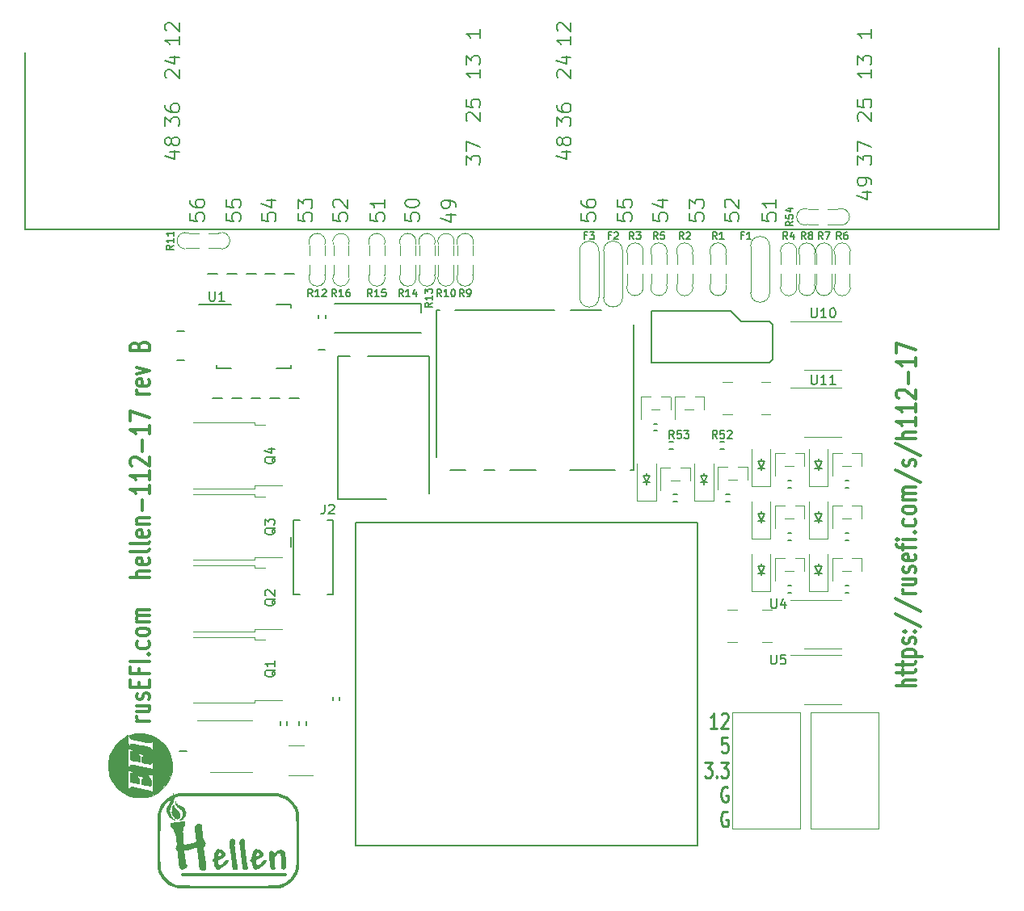
<source format=gto>
G04 #@! TF.GenerationSoftware,KiCad,Pcbnew,7.0.10-7.0.10~ubuntu22.04.1*
G04 #@! TF.CreationDate,2024-01-14T01:34:45+00:00*
G04 #@! TF.ProjectId,hellen-112-17,68656c6c-656e-42d3-9131-322d31372e6b,B*
G04 #@! TF.SameCoordinates,Original*
G04 #@! TF.FileFunction,Legend,Top*
G04 #@! TF.FilePolarity,Positive*
%FSLAX46Y46*%
G04 Gerber Fmt 4.6, Leading zero omitted, Abs format (unit mm)*
G04 Created by KiCad (PCBNEW 7.0.10-7.0.10~ubuntu22.04.1) date 2024-01-14 01:34:45*
%MOMM*%
%LPD*%
G01*
G04 APERTURE LIST*
%ADD10C,0.250000*%
%ADD11C,0.304800*%
%ADD12C,0.150000*%
%ADD13C,0.200000*%
%ADD14C,0.127000*%
%ADD15C,0.170000*%
%ADD16C,0.099060*%
%ADD17C,0.120000*%
%ADD18C,0.203200*%
%ADD19C,0.002540*%
G04 APERTURE END LIST*
D10*
X63908098Y17384810D02*
X63222384Y17384810D01*
X63565241Y17384810D02*
X63565241Y18984810D01*
X63565241Y18984810D02*
X63450955Y18756239D01*
X63450955Y18756239D02*
X63336670Y18603858D01*
X63336670Y18603858D02*
X63222384Y18527667D01*
X64365241Y18832429D02*
X64422384Y18908620D01*
X64422384Y18908620D02*
X64536670Y18984810D01*
X64536670Y18984810D02*
X64822384Y18984810D01*
X64822384Y18984810D02*
X64936670Y18908620D01*
X64936670Y18908620D02*
X64993812Y18832429D01*
X64993812Y18832429D02*
X65050955Y18680048D01*
X65050955Y18680048D02*
X65050955Y18527667D01*
X65050955Y18527667D02*
X64993812Y18299096D01*
X64993812Y18299096D02*
X64308098Y17384810D01*
X64308098Y17384810D02*
X65050955Y17384810D01*
X64993812Y16408810D02*
X64422384Y16408810D01*
X64422384Y16408810D02*
X64365241Y15646905D01*
X64365241Y15646905D02*
X64422384Y15723096D01*
X64422384Y15723096D02*
X64536670Y15799286D01*
X64536670Y15799286D02*
X64822384Y15799286D01*
X64822384Y15799286D02*
X64936670Y15723096D01*
X64936670Y15723096D02*
X64993812Y15646905D01*
X64993812Y15646905D02*
X65050955Y15494524D01*
X65050955Y15494524D02*
X65050955Y15113572D01*
X65050955Y15113572D02*
X64993812Y14961191D01*
X64993812Y14961191D02*
X64936670Y14885000D01*
X64936670Y14885000D02*
X64822384Y14808810D01*
X64822384Y14808810D02*
X64536670Y14808810D01*
X64536670Y14808810D02*
X64422384Y14885000D01*
X64422384Y14885000D02*
X64365241Y14961191D01*
X62593812Y13832810D02*
X63336669Y13832810D01*
X63336669Y13832810D02*
X62936669Y13223286D01*
X62936669Y13223286D02*
X63108098Y13223286D01*
X63108098Y13223286D02*
X63222384Y13147096D01*
X63222384Y13147096D02*
X63279526Y13070905D01*
X63279526Y13070905D02*
X63336669Y12918524D01*
X63336669Y12918524D02*
X63336669Y12537572D01*
X63336669Y12537572D02*
X63279526Y12385191D01*
X63279526Y12385191D02*
X63222384Y12309000D01*
X63222384Y12309000D02*
X63108098Y12232810D01*
X63108098Y12232810D02*
X62765241Y12232810D01*
X62765241Y12232810D02*
X62650955Y12309000D01*
X62650955Y12309000D02*
X62593812Y12385191D01*
X63850955Y12385191D02*
X63908098Y12309000D01*
X63908098Y12309000D02*
X63850955Y12232810D01*
X63850955Y12232810D02*
X63793812Y12309000D01*
X63793812Y12309000D02*
X63850955Y12385191D01*
X63850955Y12385191D02*
X63850955Y12232810D01*
X64308098Y13832810D02*
X65050955Y13832810D01*
X65050955Y13832810D02*
X64650955Y13223286D01*
X64650955Y13223286D02*
X64822384Y13223286D01*
X64822384Y13223286D02*
X64936670Y13147096D01*
X64936670Y13147096D02*
X64993812Y13070905D01*
X64993812Y13070905D02*
X65050955Y12918524D01*
X65050955Y12918524D02*
X65050955Y12537572D01*
X65050955Y12537572D02*
X64993812Y12385191D01*
X64993812Y12385191D02*
X64936670Y12309000D01*
X64936670Y12309000D02*
X64822384Y12232810D01*
X64822384Y12232810D02*
X64479527Y12232810D01*
X64479527Y12232810D02*
X64365241Y12309000D01*
X64365241Y12309000D02*
X64308098Y12385191D01*
X64993812Y11180620D02*
X64879527Y11256810D01*
X64879527Y11256810D02*
X64708098Y11256810D01*
X64708098Y11256810D02*
X64536669Y11180620D01*
X64536669Y11180620D02*
X64422384Y11028239D01*
X64422384Y11028239D02*
X64365241Y10875858D01*
X64365241Y10875858D02*
X64308098Y10571096D01*
X64308098Y10571096D02*
X64308098Y10342524D01*
X64308098Y10342524D02*
X64365241Y10037762D01*
X64365241Y10037762D02*
X64422384Y9885381D01*
X64422384Y9885381D02*
X64536669Y9733000D01*
X64536669Y9733000D02*
X64708098Y9656810D01*
X64708098Y9656810D02*
X64822384Y9656810D01*
X64822384Y9656810D02*
X64993812Y9733000D01*
X64993812Y9733000D02*
X65050955Y9809191D01*
X65050955Y9809191D02*
X65050955Y10342524D01*
X65050955Y10342524D02*
X64822384Y10342524D01*
X64993812Y8604620D02*
X64879527Y8680810D01*
X64879527Y8680810D02*
X64708098Y8680810D01*
X64708098Y8680810D02*
X64536669Y8604620D01*
X64536669Y8604620D02*
X64422384Y8452239D01*
X64422384Y8452239D02*
X64365241Y8299858D01*
X64365241Y8299858D02*
X64308098Y7995096D01*
X64308098Y7995096D02*
X64308098Y7766524D01*
X64308098Y7766524D02*
X64365241Y7461762D01*
X64365241Y7461762D02*
X64422384Y7309381D01*
X64422384Y7309381D02*
X64536669Y7157000D01*
X64536669Y7157000D02*
X64708098Y7080810D01*
X64708098Y7080810D02*
X64822384Y7080810D01*
X64822384Y7080810D02*
X64993812Y7157000D01*
X64993812Y7157000D02*
X65050955Y7233191D01*
X65050955Y7233191D02*
X65050955Y7766524D01*
X65050955Y7766524D02*
X64822384Y7766524D01*
D11*
X4424191Y33235428D02*
X2392191Y33235428D01*
X4424191Y33888570D02*
X3359810Y33888570D01*
X3359810Y33888570D02*
X3166287Y33815999D01*
X3166287Y33815999D02*
X3069525Y33670856D01*
X3069525Y33670856D02*
X3069525Y33453142D01*
X3069525Y33453142D02*
X3166287Y33307999D01*
X3166287Y33307999D02*
X3263049Y33235428D01*
X4327430Y35194856D02*
X4424191Y35049713D01*
X4424191Y35049713D02*
X4424191Y34759427D01*
X4424191Y34759427D02*
X4327430Y34614285D01*
X4327430Y34614285D02*
X4133906Y34541713D01*
X4133906Y34541713D02*
X3359810Y34541713D01*
X3359810Y34541713D02*
X3166287Y34614285D01*
X3166287Y34614285D02*
X3069525Y34759427D01*
X3069525Y34759427D02*
X3069525Y35049713D01*
X3069525Y35049713D02*
X3166287Y35194856D01*
X3166287Y35194856D02*
X3359810Y35267427D01*
X3359810Y35267427D02*
X3553334Y35267427D01*
X3553334Y35267427D02*
X3746858Y34541713D01*
X4424191Y36138285D02*
X4327430Y35993142D01*
X4327430Y35993142D02*
X4133906Y35920571D01*
X4133906Y35920571D02*
X2392191Y35920571D01*
X4424191Y36936571D02*
X4327430Y36791428D01*
X4327430Y36791428D02*
X4133906Y36718857D01*
X4133906Y36718857D02*
X2392191Y36718857D01*
X4327430Y38097714D02*
X4424191Y37952571D01*
X4424191Y37952571D02*
X4424191Y37662285D01*
X4424191Y37662285D02*
X4327430Y37517143D01*
X4327430Y37517143D02*
X4133906Y37444571D01*
X4133906Y37444571D02*
X3359810Y37444571D01*
X3359810Y37444571D02*
X3166287Y37517143D01*
X3166287Y37517143D02*
X3069525Y37662285D01*
X3069525Y37662285D02*
X3069525Y37952571D01*
X3069525Y37952571D02*
X3166287Y38097714D01*
X3166287Y38097714D02*
X3359810Y38170285D01*
X3359810Y38170285D02*
X3553334Y38170285D01*
X3553334Y38170285D02*
X3746858Y37444571D01*
X3069525Y38823429D02*
X4424191Y38823429D01*
X3263049Y38823429D02*
X3166287Y38896000D01*
X3166287Y38896000D02*
X3069525Y39041143D01*
X3069525Y39041143D02*
X3069525Y39258857D01*
X3069525Y39258857D02*
X3166287Y39404000D01*
X3166287Y39404000D02*
X3359810Y39476571D01*
X3359810Y39476571D02*
X4424191Y39476571D01*
X3650096Y40202286D02*
X3650096Y41363428D01*
X4424191Y42887428D02*
X4424191Y42016571D01*
X4424191Y42452000D02*
X2392191Y42452000D01*
X2392191Y42452000D02*
X2682477Y42306857D01*
X2682477Y42306857D02*
X2876001Y42161714D01*
X2876001Y42161714D02*
X2972763Y42016571D01*
X4424191Y44338857D02*
X4424191Y43468000D01*
X4424191Y43903429D02*
X2392191Y43903429D01*
X2392191Y43903429D02*
X2682477Y43758286D01*
X2682477Y43758286D02*
X2876001Y43613143D01*
X2876001Y43613143D02*
X2972763Y43468000D01*
X2585715Y44919429D02*
X2488953Y44992001D01*
X2488953Y44992001D02*
X2392191Y45137143D01*
X2392191Y45137143D02*
X2392191Y45500001D01*
X2392191Y45500001D02*
X2488953Y45645143D01*
X2488953Y45645143D02*
X2585715Y45717715D01*
X2585715Y45717715D02*
X2779239Y45790286D01*
X2779239Y45790286D02*
X2972763Y45790286D01*
X2972763Y45790286D02*
X3263049Y45717715D01*
X3263049Y45717715D02*
X4424191Y44846858D01*
X4424191Y44846858D02*
X4424191Y45790286D01*
X3650096Y46443430D02*
X3650096Y47604572D01*
X4424191Y49128572D02*
X4424191Y48257715D01*
X4424191Y48693144D02*
X2392191Y48693144D01*
X2392191Y48693144D02*
X2682477Y48548001D01*
X2682477Y48548001D02*
X2876001Y48402858D01*
X2876001Y48402858D02*
X2972763Y48257715D01*
X2392191Y49636573D02*
X2392191Y50652573D01*
X2392191Y50652573D02*
X4424191Y49999430D01*
X4424191Y52394288D02*
X3069525Y52394288D01*
X3456572Y52394288D02*
X3263049Y52466859D01*
X3263049Y52466859D02*
X3166287Y52539430D01*
X3166287Y52539430D02*
X3069525Y52684573D01*
X3069525Y52684573D02*
X3069525Y52829716D01*
X4327430Y53918288D02*
X4424191Y53773145D01*
X4424191Y53773145D02*
X4424191Y53482859D01*
X4424191Y53482859D02*
X4327430Y53337717D01*
X4327430Y53337717D02*
X4133906Y53265145D01*
X4133906Y53265145D02*
X3359810Y53265145D01*
X3359810Y53265145D02*
X3166287Y53337717D01*
X3166287Y53337717D02*
X3069525Y53482859D01*
X3069525Y53482859D02*
X3069525Y53773145D01*
X3069525Y53773145D02*
X3166287Y53918288D01*
X3166287Y53918288D02*
X3359810Y53990859D01*
X3359810Y53990859D02*
X3553334Y53990859D01*
X3553334Y53990859D02*
X3746858Y53265145D01*
X3069525Y54498860D02*
X4424191Y54861717D01*
X4424191Y54861717D02*
X3069525Y55224574D01*
X3359810Y57474289D02*
X3456572Y57692003D01*
X3456572Y57692003D02*
X3553334Y57764574D01*
X3553334Y57764574D02*
X3746858Y57837146D01*
X3746858Y57837146D02*
X4037144Y57837146D01*
X4037144Y57837146D02*
X4230668Y57764574D01*
X4230668Y57764574D02*
X4327430Y57692003D01*
X4327430Y57692003D02*
X4424191Y57546860D01*
X4424191Y57546860D02*
X4424191Y56966289D01*
X4424191Y56966289D02*
X2392191Y56966289D01*
X2392191Y56966289D02*
X2392191Y57474289D01*
X2392191Y57474289D02*
X2488953Y57619431D01*
X2488953Y57619431D02*
X2585715Y57692003D01*
X2585715Y57692003D02*
X2779239Y57764574D01*
X2779239Y57764574D02*
X2972763Y57764574D01*
X2972763Y57764574D02*
X3166287Y57692003D01*
X3166287Y57692003D02*
X3263049Y57619431D01*
X3263049Y57619431D02*
X3359810Y57474289D01*
X3359810Y57474289D02*
X3359810Y56966289D01*
X84724191Y21811145D02*
X82692191Y21811145D01*
X84724191Y22464287D02*
X83659810Y22464287D01*
X83659810Y22464287D02*
X83466287Y22391716D01*
X83466287Y22391716D02*
X83369525Y22246573D01*
X83369525Y22246573D02*
X83369525Y22028859D01*
X83369525Y22028859D02*
X83466287Y21883716D01*
X83466287Y21883716D02*
X83563049Y21811145D01*
X83369525Y22972287D02*
X83369525Y23552859D01*
X82692191Y23190002D02*
X84433906Y23190002D01*
X84433906Y23190002D02*
X84627430Y23262573D01*
X84627430Y23262573D02*
X84724191Y23407716D01*
X84724191Y23407716D02*
X84724191Y23552859D01*
X83369525Y23843144D02*
X83369525Y24423716D01*
X82692191Y24060859D02*
X84433906Y24060859D01*
X84433906Y24060859D02*
X84627430Y24133430D01*
X84627430Y24133430D02*
X84724191Y24278573D01*
X84724191Y24278573D02*
X84724191Y24423716D01*
X83369525Y24931716D02*
X85401525Y24931716D01*
X83466287Y24931716D02*
X83369525Y25076858D01*
X83369525Y25076858D02*
X83369525Y25367144D01*
X83369525Y25367144D02*
X83466287Y25512287D01*
X83466287Y25512287D02*
X83563049Y25584858D01*
X83563049Y25584858D02*
X83756572Y25657430D01*
X83756572Y25657430D02*
X84337144Y25657430D01*
X84337144Y25657430D02*
X84530668Y25584858D01*
X84530668Y25584858D02*
X84627430Y25512287D01*
X84627430Y25512287D02*
X84724191Y25367144D01*
X84724191Y25367144D02*
X84724191Y25076858D01*
X84724191Y25076858D02*
X84627430Y24931716D01*
X84627430Y26238001D02*
X84724191Y26383144D01*
X84724191Y26383144D02*
X84724191Y26673430D01*
X84724191Y26673430D02*
X84627430Y26818573D01*
X84627430Y26818573D02*
X84433906Y26891144D01*
X84433906Y26891144D02*
X84337144Y26891144D01*
X84337144Y26891144D02*
X84143620Y26818573D01*
X84143620Y26818573D02*
X84046858Y26673430D01*
X84046858Y26673430D02*
X84046858Y26455715D01*
X84046858Y26455715D02*
X83950096Y26310573D01*
X83950096Y26310573D02*
X83756572Y26238001D01*
X83756572Y26238001D02*
X83659810Y26238001D01*
X83659810Y26238001D02*
X83466287Y26310573D01*
X83466287Y26310573D02*
X83369525Y26455715D01*
X83369525Y26455715D02*
X83369525Y26673430D01*
X83369525Y26673430D02*
X83466287Y26818573D01*
X84530668Y27544287D02*
X84627430Y27616858D01*
X84627430Y27616858D02*
X84724191Y27544287D01*
X84724191Y27544287D02*
X84627430Y27471715D01*
X84627430Y27471715D02*
X84530668Y27544287D01*
X84530668Y27544287D02*
X84724191Y27544287D01*
X83466287Y27544287D02*
X83563049Y27616858D01*
X83563049Y27616858D02*
X83659810Y27544287D01*
X83659810Y27544287D02*
X83563049Y27471715D01*
X83563049Y27471715D02*
X83466287Y27544287D01*
X83466287Y27544287D02*
X83659810Y27544287D01*
X82595430Y29358572D02*
X85208001Y28052286D01*
X82595430Y30955143D02*
X85208001Y29648857D01*
X84724191Y31463143D02*
X83369525Y31463143D01*
X83756572Y31463143D02*
X83563049Y31535714D01*
X83563049Y31535714D02*
X83466287Y31608285D01*
X83466287Y31608285D02*
X83369525Y31753428D01*
X83369525Y31753428D02*
X83369525Y31898571D01*
X83369525Y33059714D02*
X84724191Y33059714D01*
X83369525Y32406572D02*
X84433906Y32406572D01*
X84433906Y32406572D02*
X84627430Y32479143D01*
X84627430Y32479143D02*
X84724191Y32624286D01*
X84724191Y32624286D02*
X84724191Y32842000D01*
X84724191Y32842000D02*
X84627430Y32987143D01*
X84627430Y32987143D02*
X84530668Y33059714D01*
X84627430Y33712857D02*
X84724191Y33858000D01*
X84724191Y33858000D02*
X84724191Y34148286D01*
X84724191Y34148286D02*
X84627430Y34293429D01*
X84627430Y34293429D02*
X84433906Y34366000D01*
X84433906Y34366000D02*
X84337144Y34366000D01*
X84337144Y34366000D02*
X84143620Y34293429D01*
X84143620Y34293429D02*
X84046858Y34148286D01*
X84046858Y34148286D02*
X84046858Y33930571D01*
X84046858Y33930571D02*
X83950096Y33785429D01*
X83950096Y33785429D02*
X83756572Y33712857D01*
X83756572Y33712857D02*
X83659810Y33712857D01*
X83659810Y33712857D02*
X83466287Y33785429D01*
X83466287Y33785429D02*
X83369525Y33930571D01*
X83369525Y33930571D02*
X83369525Y34148286D01*
X83369525Y34148286D02*
X83466287Y34293429D01*
X84627430Y35599714D02*
X84724191Y35454571D01*
X84724191Y35454571D02*
X84724191Y35164285D01*
X84724191Y35164285D02*
X84627430Y35019143D01*
X84627430Y35019143D02*
X84433906Y34946571D01*
X84433906Y34946571D02*
X83659810Y34946571D01*
X83659810Y34946571D02*
X83466287Y35019143D01*
X83466287Y35019143D02*
X83369525Y35164285D01*
X83369525Y35164285D02*
X83369525Y35454571D01*
X83369525Y35454571D02*
X83466287Y35599714D01*
X83466287Y35599714D02*
X83659810Y35672285D01*
X83659810Y35672285D02*
X83853334Y35672285D01*
X83853334Y35672285D02*
X84046858Y34946571D01*
X83369525Y36107714D02*
X83369525Y36688286D01*
X84724191Y36325429D02*
X82982477Y36325429D01*
X82982477Y36325429D02*
X82788953Y36398000D01*
X82788953Y36398000D02*
X82692191Y36543143D01*
X82692191Y36543143D02*
X82692191Y36688286D01*
X84724191Y37196286D02*
X83369525Y37196286D01*
X82692191Y37196286D02*
X82788953Y37123714D01*
X82788953Y37123714D02*
X82885715Y37196286D01*
X82885715Y37196286D02*
X82788953Y37268857D01*
X82788953Y37268857D02*
X82692191Y37196286D01*
X82692191Y37196286D02*
X82885715Y37196286D01*
X84530668Y37922000D02*
X84627430Y37994571D01*
X84627430Y37994571D02*
X84724191Y37922000D01*
X84724191Y37922000D02*
X84627430Y37849428D01*
X84627430Y37849428D02*
X84530668Y37922000D01*
X84530668Y37922000D02*
X84724191Y37922000D01*
X84627430Y39300856D02*
X84724191Y39155714D01*
X84724191Y39155714D02*
X84724191Y38865428D01*
X84724191Y38865428D02*
X84627430Y38720285D01*
X84627430Y38720285D02*
X84530668Y38647714D01*
X84530668Y38647714D02*
X84337144Y38575142D01*
X84337144Y38575142D02*
X83756572Y38575142D01*
X83756572Y38575142D02*
X83563049Y38647714D01*
X83563049Y38647714D02*
X83466287Y38720285D01*
X83466287Y38720285D02*
X83369525Y38865428D01*
X83369525Y38865428D02*
X83369525Y39155714D01*
X83369525Y39155714D02*
X83466287Y39300856D01*
X84724191Y40171714D02*
X84627430Y40026571D01*
X84627430Y40026571D02*
X84530668Y39954000D01*
X84530668Y39954000D02*
X84337144Y39881428D01*
X84337144Y39881428D02*
X83756572Y39881428D01*
X83756572Y39881428D02*
X83563049Y39954000D01*
X83563049Y39954000D02*
X83466287Y40026571D01*
X83466287Y40026571D02*
X83369525Y40171714D01*
X83369525Y40171714D02*
X83369525Y40389428D01*
X83369525Y40389428D02*
X83466287Y40534571D01*
X83466287Y40534571D02*
X83563049Y40607142D01*
X83563049Y40607142D02*
X83756572Y40679714D01*
X83756572Y40679714D02*
X84337144Y40679714D01*
X84337144Y40679714D02*
X84530668Y40607142D01*
X84530668Y40607142D02*
X84627430Y40534571D01*
X84627430Y40534571D02*
X84724191Y40389428D01*
X84724191Y40389428D02*
X84724191Y40171714D01*
X84724191Y41332857D02*
X83369525Y41332857D01*
X83563049Y41332857D02*
X83466287Y41405428D01*
X83466287Y41405428D02*
X83369525Y41550571D01*
X83369525Y41550571D02*
X83369525Y41768285D01*
X83369525Y41768285D02*
X83466287Y41913428D01*
X83466287Y41913428D02*
X83659810Y41985999D01*
X83659810Y41985999D02*
X84724191Y41985999D01*
X83659810Y41985999D02*
X83466287Y42058571D01*
X83466287Y42058571D02*
X83369525Y42203714D01*
X83369525Y42203714D02*
X83369525Y42421428D01*
X83369525Y42421428D02*
X83466287Y42566571D01*
X83466287Y42566571D02*
X83659810Y42639142D01*
X83659810Y42639142D02*
X84724191Y42639142D01*
X82595430Y44453428D02*
X85208001Y43147142D01*
X84627430Y44888856D02*
X84724191Y45033999D01*
X84724191Y45033999D02*
X84724191Y45324285D01*
X84724191Y45324285D02*
X84627430Y45469428D01*
X84627430Y45469428D02*
X84433906Y45541999D01*
X84433906Y45541999D02*
X84337144Y45541999D01*
X84337144Y45541999D02*
X84143620Y45469428D01*
X84143620Y45469428D02*
X84046858Y45324285D01*
X84046858Y45324285D02*
X84046858Y45106570D01*
X84046858Y45106570D02*
X83950096Y44961428D01*
X83950096Y44961428D02*
X83756572Y44888856D01*
X83756572Y44888856D02*
X83659810Y44888856D01*
X83659810Y44888856D02*
X83466287Y44961428D01*
X83466287Y44961428D02*
X83369525Y45106570D01*
X83369525Y45106570D02*
X83369525Y45324285D01*
X83369525Y45324285D02*
X83466287Y45469428D01*
X82595430Y47283713D02*
X85208001Y45977427D01*
X84724191Y47791713D02*
X82692191Y47791713D01*
X84724191Y48444855D02*
X83659810Y48444855D01*
X83659810Y48444855D02*
X83466287Y48372284D01*
X83466287Y48372284D02*
X83369525Y48227141D01*
X83369525Y48227141D02*
X83369525Y48009427D01*
X83369525Y48009427D02*
X83466287Y47864284D01*
X83466287Y47864284D02*
X83563049Y47791713D01*
X84724191Y49968855D02*
X84724191Y49097998D01*
X84724191Y49533427D02*
X82692191Y49533427D01*
X82692191Y49533427D02*
X82982477Y49388284D01*
X82982477Y49388284D02*
X83176001Y49243141D01*
X83176001Y49243141D02*
X83272763Y49097998D01*
X84724191Y51420284D02*
X84724191Y50549427D01*
X84724191Y50984856D02*
X82692191Y50984856D01*
X82692191Y50984856D02*
X82982477Y50839713D01*
X82982477Y50839713D02*
X83176001Y50694570D01*
X83176001Y50694570D02*
X83272763Y50549427D01*
X82885715Y52000856D02*
X82788953Y52073428D01*
X82788953Y52073428D02*
X82692191Y52218570D01*
X82692191Y52218570D02*
X82692191Y52581428D01*
X82692191Y52581428D02*
X82788953Y52726570D01*
X82788953Y52726570D02*
X82885715Y52799142D01*
X82885715Y52799142D02*
X83079239Y52871713D01*
X83079239Y52871713D02*
X83272763Y52871713D01*
X83272763Y52871713D02*
X83563049Y52799142D01*
X83563049Y52799142D02*
X84724191Y51928285D01*
X84724191Y51928285D02*
X84724191Y52871713D01*
X83950096Y53524857D02*
X83950096Y54685999D01*
X84724191Y56209999D02*
X84724191Y55339142D01*
X84724191Y55774571D02*
X82692191Y55774571D01*
X82692191Y55774571D02*
X82982477Y55629428D01*
X82982477Y55629428D02*
X83176001Y55484285D01*
X83176001Y55484285D02*
X83272763Y55339142D01*
X82692191Y56718000D02*
X82692191Y57734000D01*
X82692191Y57734000D02*
X84724191Y57080857D01*
X4424191Y18158001D02*
X3069525Y18158001D01*
X3456572Y18158001D02*
X3263049Y18230572D01*
X3263049Y18230572D02*
X3166287Y18303143D01*
X3166287Y18303143D02*
X3069525Y18448286D01*
X3069525Y18448286D02*
X3069525Y18593429D01*
X3069525Y19754572D02*
X4424191Y19754572D01*
X3069525Y19101430D02*
X4133906Y19101430D01*
X4133906Y19101430D02*
X4327430Y19174001D01*
X4327430Y19174001D02*
X4424191Y19319144D01*
X4424191Y19319144D02*
X4424191Y19536858D01*
X4424191Y19536858D02*
X4327430Y19682001D01*
X4327430Y19682001D02*
X4230668Y19754572D01*
X4327430Y20407715D02*
X4424191Y20552858D01*
X4424191Y20552858D02*
X4424191Y20843144D01*
X4424191Y20843144D02*
X4327430Y20988287D01*
X4327430Y20988287D02*
X4133906Y21060858D01*
X4133906Y21060858D02*
X4037144Y21060858D01*
X4037144Y21060858D02*
X3843620Y20988287D01*
X3843620Y20988287D02*
X3746858Y20843144D01*
X3746858Y20843144D02*
X3746858Y20625429D01*
X3746858Y20625429D02*
X3650096Y20480287D01*
X3650096Y20480287D02*
X3456572Y20407715D01*
X3456572Y20407715D02*
X3359810Y20407715D01*
X3359810Y20407715D02*
X3166287Y20480287D01*
X3166287Y20480287D02*
X3069525Y20625429D01*
X3069525Y20625429D02*
X3069525Y20843144D01*
X3069525Y20843144D02*
X3166287Y20988287D01*
X3359810Y21714001D02*
X3359810Y22222001D01*
X4424191Y22439715D02*
X4424191Y21714001D01*
X4424191Y21714001D02*
X2392191Y21714001D01*
X2392191Y21714001D02*
X2392191Y22439715D01*
X3359810Y23600858D02*
X3359810Y23092858D01*
X4424191Y23092858D02*
X2392191Y23092858D01*
X2392191Y23092858D02*
X2392191Y23818572D01*
X4424191Y24399144D02*
X2392191Y24399144D01*
X4230668Y25124858D02*
X4327430Y25197429D01*
X4327430Y25197429D02*
X4424191Y25124858D01*
X4424191Y25124858D02*
X4327430Y25052286D01*
X4327430Y25052286D02*
X4230668Y25124858D01*
X4230668Y25124858D02*
X4424191Y25124858D01*
X4327430Y26503714D02*
X4424191Y26358572D01*
X4424191Y26358572D02*
X4424191Y26068286D01*
X4424191Y26068286D02*
X4327430Y25923143D01*
X4327430Y25923143D02*
X4230668Y25850572D01*
X4230668Y25850572D02*
X4037144Y25778000D01*
X4037144Y25778000D02*
X3456572Y25778000D01*
X3456572Y25778000D02*
X3263049Y25850572D01*
X3263049Y25850572D02*
X3166287Y25923143D01*
X3166287Y25923143D02*
X3069525Y26068286D01*
X3069525Y26068286D02*
X3069525Y26358572D01*
X3069525Y26358572D02*
X3166287Y26503714D01*
X4424191Y27374572D02*
X4327430Y27229429D01*
X4327430Y27229429D02*
X4230668Y27156858D01*
X4230668Y27156858D02*
X4037144Y27084286D01*
X4037144Y27084286D02*
X3456572Y27084286D01*
X3456572Y27084286D02*
X3263049Y27156858D01*
X3263049Y27156858D02*
X3166287Y27229429D01*
X3166287Y27229429D02*
X3069525Y27374572D01*
X3069525Y27374572D02*
X3069525Y27592286D01*
X3069525Y27592286D02*
X3166287Y27737429D01*
X3166287Y27737429D02*
X3263049Y27810000D01*
X3263049Y27810000D02*
X3456572Y27882572D01*
X3456572Y27882572D02*
X4037144Y27882572D01*
X4037144Y27882572D02*
X4230668Y27810000D01*
X4230668Y27810000D02*
X4327430Y27737429D01*
X4327430Y27737429D02*
X4424191Y27592286D01*
X4424191Y27592286D02*
X4424191Y27374572D01*
X4424191Y28535715D02*
X3069525Y28535715D01*
X3263049Y28535715D02*
X3166287Y28608286D01*
X3166287Y28608286D02*
X3069525Y28753429D01*
X3069525Y28753429D02*
X3069525Y28971143D01*
X3069525Y28971143D02*
X3166287Y29116286D01*
X3166287Y29116286D02*
X3359810Y29188857D01*
X3359810Y29188857D02*
X4424191Y29188857D01*
X3359810Y29188857D02*
X3166287Y29261429D01*
X3166287Y29261429D02*
X3069525Y29406572D01*
X3069525Y29406572D02*
X3069525Y29624286D01*
X3069525Y29624286D02*
X3166287Y29769429D01*
X3166287Y29769429D02*
X3359810Y29842000D01*
X3359810Y29842000D02*
X4424191Y29842000D01*
D12*
X10712644Y63173638D02*
X10712644Y62364115D01*
X10712644Y62364115D02*
X10760263Y62268877D01*
X10760263Y62268877D02*
X10807882Y62221257D01*
X10807882Y62221257D02*
X10903120Y62173638D01*
X10903120Y62173638D02*
X11093596Y62173638D01*
X11093596Y62173638D02*
X11188834Y62221257D01*
X11188834Y62221257D02*
X11236453Y62268877D01*
X11236453Y62268877D02*
X11284072Y62364115D01*
X11284072Y62364115D02*
X11284072Y63173638D01*
X12284072Y62173638D02*
X11712644Y62173638D01*
X11998358Y62173638D02*
X11998358Y63173638D01*
X11998358Y63173638D02*
X11903120Y63030781D01*
X11903120Y63030781D02*
X11807882Y62935543D01*
X11807882Y62935543D02*
X11712644Y62887924D01*
D13*
X47230652Y85573623D02*
X47159224Y85645051D01*
X47159224Y85645051D02*
X47087795Y85787908D01*
X47087795Y85787908D02*
X47087795Y86145051D01*
X47087795Y86145051D02*
X47159224Y86287908D01*
X47159224Y86287908D02*
X47230652Y86359337D01*
X47230652Y86359337D02*
X47373509Y86430766D01*
X47373509Y86430766D02*
X47516367Y86430766D01*
X47516367Y86430766D02*
X47730652Y86359337D01*
X47730652Y86359337D02*
X48587795Y85502194D01*
X48587795Y85502194D02*
X48587795Y86430766D01*
X47587795Y87716479D02*
X48587795Y87716479D01*
X47016367Y87359337D02*
X48087795Y87002194D01*
X48087795Y87002194D02*
X48087795Y87930765D01*
X39087795Y90645052D02*
X39087795Y89787909D01*
X39087795Y90216480D02*
X37587795Y90216480D01*
X37587795Y90216480D02*
X37802081Y90073623D01*
X37802081Y90073623D02*
X37944938Y89930766D01*
X37944938Y89930766D02*
X38016367Y89787909D01*
X37730652Y81073623D02*
X37659224Y81145051D01*
X37659224Y81145051D02*
X37587795Y81287908D01*
X37587795Y81287908D02*
X37587795Y81645051D01*
X37587795Y81645051D02*
X37659224Y81787908D01*
X37659224Y81787908D02*
X37730652Y81859337D01*
X37730652Y81859337D02*
X37873509Y81930766D01*
X37873509Y81930766D02*
X38016367Y81930766D01*
X38016367Y81930766D02*
X38230652Y81859337D01*
X38230652Y81859337D02*
X39087795Y81002194D01*
X39087795Y81002194D02*
X39087795Y81930766D01*
X37587795Y83287908D02*
X37587795Y82573622D01*
X37587795Y82573622D02*
X38302081Y82502194D01*
X38302081Y82502194D02*
X38230652Y82573622D01*
X38230652Y82573622D02*
X38159224Y82716479D01*
X38159224Y82716479D02*
X38159224Y83073622D01*
X38159224Y83073622D02*
X38230652Y83216479D01*
X38230652Y83216479D02*
X38302081Y83287908D01*
X38302081Y83287908D02*
X38444938Y83359337D01*
X38444938Y83359337D02*
X38802081Y83359337D01*
X38802081Y83359337D02*
X38944938Y83287908D01*
X38944938Y83287908D02*
X39016367Y83216479D01*
X39016367Y83216479D02*
X39087795Y83073622D01*
X39087795Y83073622D02*
X39087795Y82716479D01*
X39087795Y82716479D02*
X39016367Y82573622D01*
X39016367Y82573622D02*
X38944938Y82502194D01*
X79083528Y73571429D02*
X80083528Y73571429D01*
X78512100Y73214287D02*
X79583528Y72857144D01*
X79583528Y72857144D02*
X79583528Y73785715D01*
X80083528Y74428572D02*
X80083528Y74714286D01*
X80083528Y74714286D02*
X80012100Y74857143D01*
X80012100Y74857143D02*
X79940671Y74928572D01*
X79940671Y74928572D02*
X79726385Y75071429D01*
X79726385Y75071429D02*
X79440671Y75142858D01*
X79440671Y75142858D02*
X78869242Y75142858D01*
X78869242Y75142858D02*
X78726385Y75071429D01*
X78726385Y75071429D02*
X78654957Y75000000D01*
X78654957Y75000000D02*
X78583528Y74857143D01*
X78583528Y74857143D02*
X78583528Y74571429D01*
X78583528Y74571429D02*
X78654957Y74428572D01*
X78654957Y74428572D02*
X78726385Y74357143D01*
X78726385Y74357143D02*
X78869242Y74285715D01*
X78869242Y74285715D02*
X79226385Y74285715D01*
X79226385Y74285715D02*
X79369242Y74357143D01*
X79369242Y74357143D02*
X79440671Y74428572D01*
X79440671Y74428572D02*
X79512100Y74571429D01*
X79512100Y74571429D02*
X79512100Y74857143D01*
X79512100Y74857143D02*
X79440671Y75000000D01*
X79440671Y75000000D02*
X79369242Y75071429D01*
X79369242Y75071429D02*
X79226385Y75142858D01*
X23687795Y71359337D02*
X23687795Y70645051D01*
X23687795Y70645051D02*
X24402081Y70573623D01*
X24402081Y70573623D02*
X24330652Y70645051D01*
X24330652Y70645051D02*
X24259224Y70787908D01*
X24259224Y70787908D02*
X24259224Y71145051D01*
X24259224Y71145051D02*
X24330652Y71287908D01*
X24330652Y71287908D02*
X24402081Y71359337D01*
X24402081Y71359337D02*
X24544938Y71430766D01*
X24544938Y71430766D02*
X24902081Y71430766D01*
X24902081Y71430766D02*
X25044938Y71359337D01*
X25044938Y71359337D02*
X25116367Y71287908D01*
X25116367Y71287908D02*
X25187795Y71145051D01*
X25187795Y71145051D02*
X25187795Y70787908D01*
X25187795Y70787908D02*
X25116367Y70645051D01*
X25116367Y70645051D02*
X25044938Y70573623D01*
X23830652Y72002194D02*
X23759224Y72073622D01*
X23759224Y72073622D02*
X23687795Y72216479D01*
X23687795Y72216479D02*
X23687795Y72573622D01*
X23687795Y72573622D02*
X23759224Y72716479D01*
X23759224Y72716479D02*
X23830652Y72787908D01*
X23830652Y72787908D02*
X23973509Y72859337D01*
X23973509Y72859337D02*
X24116367Y72859337D01*
X24116367Y72859337D02*
X24330652Y72787908D01*
X24330652Y72787908D02*
X25187795Y71930765D01*
X25187795Y71930765D02*
X25187795Y72859337D01*
X48587795Y89930766D02*
X48587795Y89073623D01*
X48587795Y89502194D02*
X47087795Y89502194D01*
X47087795Y89502194D02*
X47302081Y89359337D01*
X47302081Y89359337D02*
X47444938Y89216480D01*
X47444938Y89216480D02*
X47516367Y89073623D01*
X47230652Y90502194D02*
X47159224Y90573622D01*
X47159224Y90573622D02*
X47087795Y90716479D01*
X47087795Y90716479D02*
X47087795Y91073622D01*
X47087795Y91073622D02*
X47159224Y91216479D01*
X47159224Y91216479D02*
X47230652Y91287908D01*
X47230652Y91287908D02*
X47373509Y91359337D01*
X47373509Y91359337D02*
X47516367Y91359337D01*
X47516367Y91359337D02*
X47730652Y91287908D01*
X47730652Y91287908D02*
X48587795Y90430765D01*
X48587795Y90430765D02*
X48587795Y91359337D01*
X35487795Y71187908D02*
X36487795Y71187908D01*
X34916367Y70830766D02*
X35987795Y70473623D01*
X35987795Y70473623D02*
X35987795Y71402194D01*
X36487795Y72045051D02*
X36487795Y72330765D01*
X36487795Y72330765D02*
X36416367Y72473622D01*
X36416367Y72473622D02*
X36344938Y72545051D01*
X36344938Y72545051D02*
X36130652Y72687908D01*
X36130652Y72687908D02*
X35844938Y72759337D01*
X35844938Y72759337D02*
X35273509Y72759337D01*
X35273509Y72759337D02*
X35130652Y72687908D01*
X35130652Y72687908D02*
X35059224Y72616479D01*
X35059224Y72616479D02*
X34987795Y72473622D01*
X34987795Y72473622D02*
X34987795Y72187908D01*
X34987795Y72187908D02*
X35059224Y72045051D01*
X35059224Y72045051D02*
X35130652Y71973622D01*
X35130652Y71973622D02*
X35273509Y71902194D01*
X35273509Y71902194D02*
X35630652Y71902194D01*
X35630652Y71902194D02*
X35773509Y71973622D01*
X35773509Y71973622D02*
X35844938Y72045051D01*
X35844938Y72045051D02*
X35916367Y72187908D01*
X35916367Y72187908D02*
X35916367Y72473622D01*
X35916367Y72473622D02*
X35844938Y72616479D01*
X35844938Y72616479D02*
X35773509Y72687908D01*
X35773509Y72687908D02*
X35630652Y72759337D01*
X6587795Y77787908D02*
X7587795Y77787908D01*
X6016367Y77430766D02*
X7087795Y77073623D01*
X7087795Y77073623D02*
X7087795Y78002194D01*
X6730652Y78787908D02*
X6659224Y78645051D01*
X6659224Y78645051D02*
X6587795Y78573622D01*
X6587795Y78573622D02*
X6444938Y78502194D01*
X6444938Y78502194D02*
X6373509Y78502194D01*
X6373509Y78502194D02*
X6230652Y78573622D01*
X6230652Y78573622D02*
X6159224Y78645051D01*
X6159224Y78645051D02*
X6087795Y78787908D01*
X6087795Y78787908D02*
X6087795Y79073622D01*
X6087795Y79073622D02*
X6159224Y79216479D01*
X6159224Y79216479D02*
X6230652Y79287908D01*
X6230652Y79287908D02*
X6373509Y79359337D01*
X6373509Y79359337D02*
X6444938Y79359337D01*
X6444938Y79359337D02*
X6587795Y79287908D01*
X6587795Y79287908D02*
X6659224Y79216479D01*
X6659224Y79216479D02*
X6730652Y79073622D01*
X6730652Y79073622D02*
X6730652Y78787908D01*
X6730652Y78787908D02*
X6802081Y78645051D01*
X6802081Y78645051D02*
X6873509Y78573622D01*
X6873509Y78573622D02*
X7016367Y78502194D01*
X7016367Y78502194D02*
X7302081Y78502194D01*
X7302081Y78502194D02*
X7444938Y78573622D01*
X7444938Y78573622D02*
X7516367Y78645051D01*
X7516367Y78645051D02*
X7587795Y78787908D01*
X7587795Y78787908D02*
X7587795Y79073622D01*
X7587795Y79073622D02*
X7516367Y79216479D01*
X7516367Y79216479D02*
X7444938Y79287908D01*
X7444938Y79287908D02*
X7302081Y79359337D01*
X7302081Y79359337D02*
X7016367Y79359337D01*
X7016367Y79359337D02*
X6873509Y79287908D01*
X6873509Y79287908D02*
X6802081Y79216479D01*
X6802081Y79216479D02*
X6730652Y79073622D01*
X78730652Y81073623D02*
X78659224Y81145051D01*
X78659224Y81145051D02*
X78587795Y81287908D01*
X78587795Y81287908D02*
X78587795Y81645051D01*
X78587795Y81645051D02*
X78659224Y81787908D01*
X78659224Y81787908D02*
X78730652Y81859337D01*
X78730652Y81859337D02*
X78873509Y81930766D01*
X78873509Y81930766D02*
X79016367Y81930766D01*
X79016367Y81930766D02*
X79230652Y81859337D01*
X79230652Y81859337D02*
X80087795Y81002194D01*
X80087795Y81002194D02*
X80087795Y81930766D01*
X78587795Y83287908D02*
X78587795Y82573622D01*
X78587795Y82573622D02*
X79302081Y82502194D01*
X79302081Y82502194D02*
X79230652Y82573622D01*
X79230652Y82573622D02*
X79159224Y82716479D01*
X79159224Y82716479D02*
X79159224Y83073622D01*
X79159224Y83073622D02*
X79230652Y83216479D01*
X79230652Y83216479D02*
X79302081Y83287908D01*
X79302081Y83287908D02*
X79444938Y83359337D01*
X79444938Y83359337D02*
X79802081Y83359337D01*
X79802081Y83359337D02*
X79944938Y83287908D01*
X79944938Y83287908D02*
X80016367Y83216479D01*
X80016367Y83216479D02*
X80087795Y83073622D01*
X80087795Y83073622D02*
X80087795Y82716479D01*
X80087795Y82716479D02*
X80016367Y82573622D01*
X80016367Y82573622D02*
X79944938Y82502194D01*
X49687795Y71359337D02*
X49687795Y70645051D01*
X49687795Y70645051D02*
X50402081Y70573623D01*
X50402081Y70573623D02*
X50330652Y70645051D01*
X50330652Y70645051D02*
X50259224Y70787908D01*
X50259224Y70787908D02*
X50259224Y71145051D01*
X50259224Y71145051D02*
X50330652Y71287908D01*
X50330652Y71287908D02*
X50402081Y71359337D01*
X50402081Y71359337D02*
X50544938Y71430766D01*
X50544938Y71430766D02*
X50902081Y71430766D01*
X50902081Y71430766D02*
X51044938Y71359337D01*
X51044938Y71359337D02*
X51116367Y71287908D01*
X51116367Y71287908D02*
X51187795Y71145051D01*
X51187795Y71145051D02*
X51187795Y70787908D01*
X51187795Y70787908D02*
X51116367Y70645051D01*
X51116367Y70645051D02*
X51044938Y70573623D01*
X49687795Y72716479D02*
X49687795Y72430765D01*
X49687795Y72430765D02*
X49759224Y72287908D01*
X49759224Y72287908D02*
X49830652Y72216479D01*
X49830652Y72216479D02*
X50044938Y72073622D01*
X50044938Y72073622D02*
X50330652Y72002194D01*
X50330652Y72002194D02*
X50902081Y72002194D01*
X50902081Y72002194D02*
X51044938Y72073622D01*
X51044938Y72073622D02*
X51116367Y72145051D01*
X51116367Y72145051D02*
X51187795Y72287908D01*
X51187795Y72287908D02*
X51187795Y72573622D01*
X51187795Y72573622D02*
X51116367Y72716479D01*
X51116367Y72716479D02*
X51044938Y72787908D01*
X51044938Y72787908D02*
X50902081Y72859337D01*
X50902081Y72859337D02*
X50544938Y72859337D01*
X50544938Y72859337D02*
X50402081Y72787908D01*
X50402081Y72787908D02*
X50330652Y72716479D01*
X50330652Y72716479D02*
X50259224Y72573622D01*
X50259224Y72573622D02*
X50259224Y72287908D01*
X50259224Y72287908D02*
X50330652Y72145051D01*
X50330652Y72145051D02*
X50402081Y72073622D01*
X50402081Y72073622D02*
X50544938Y72002194D01*
X12487795Y71359337D02*
X12487795Y70645051D01*
X12487795Y70645051D02*
X13202081Y70573623D01*
X13202081Y70573623D02*
X13130652Y70645051D01*
X13130652Y70645051D02*
X13059224Y70787908D01*
X13059224Y70787908D02*
X13059224Y71145051D01*
X13059224Y71145051D02*
X13130652Y71287908D01*
X13130652Y71287908D02*
X13202081Y71359337D01*
X13202081Y71359337D02*
X13344938Y71430766D01*
X13344938Y71430766D02*
X13702081Y71430766D01*
X13702081Y71430766D02*
X13844938Y71359337D01*
X13844938Y71359337D02*
X13916367Y71287908D01*
X13916367Y71287908D02*
X13987795Y71145051D01*
X13987795Y71145051D02*
X13987795Y70787908D01*
X13987795Y70787908D02*
X13916367Y70645051D01*
X13916367Y70645051D02*
X13844938Y70573623D01*
X12487795Y72787908D02*
X12487795Y72073622D01*
X12487795Y72073622D02*
X13202081Y72002194D01*
X13202081Y72002194D02*
X13130652Y72073622D01*
X13130652Y72073622D02*
X13059224Y72216479D01*
X13059224Y72216479D02*
X13059224Y72573622D01*
X13059224Y72573622D02*
X13130652Y72716479D01*
X13130652Y72716479D02*
X13202081Y72787908D01*
X13202081Y72787908D02*
X13344938Y72859337D01*
X13344938Y72859337D02*
X13702081Y72859337D01*
X13702081Y72859337D02*
X13844938Y72787908D01*
X13844938Y72787908D02*
X13916367Y72716479D01*
X13916367Y72716479D02*
X13987795Y72573622D01*
X13987795Y72573622D02*
X13987795Y72216479D01*
X13987795Y72216479D02*
X13916367Y72073622D01*
X13916367Y72073622D02*
X13844938Y72002194D01*
X78587795Y76502194D02*
X78587795Y77430766D01*
X78587795Y77430766D02*
X79159224Y76930766D01*
X79159224Y76930766D02*
X79159224Y77145051D01*
X79159224Y77145051D02*
X79230652Y77287908D01*
X79230652Y77287908D02*
X79302081Y77359337D01*
X79302081Y77359337D02*
X79444938Y77430766D01*
X79444938Y77430766D02*
X79802081Y77430766D01*
X79802081Y77430766D02*
X79944938Y77359337D01*
X79944938Y77359337D02*
X80016367Y77287908D01*
X80016367Y77287908D02*
X80087795Y77145051D01*
X80087795Y77145051D02*
X80087795Y76716480D01*
X80087795Y76716480D02*
X80016367Y76573623D01*
X80016367Y76573623D02*
X79944938Y76502194D01*
X78587795Y77930765D02*
X78587795Y78930765D01*
X78587795Y78930765D02*
X80087795Y78287908D01*
X57187795Y71359337D02*
X57187795Y70645051D01*
X57187795Y70645051D02*
X57902081Y70573623D01*
X57902081Y70573623D02*
X57830652Y70645051D01*
X57830652Y70645051D02*
X57759224Y70787908D01*
X57759224Y70787908D02*
X57759224Y71145051D01*
X57759224Y71145051D02*
X57830652Y71287908D01*
X57830652Y71287908D02*
X57902081Y71359337D01*
X57902081Y71359337D02*
X58044938Y71430766D01*
X58044938Y71430766D02*
X58402081Y71430766D01*
X58402081Y71430766D02*
X58544938Y71359337D01*
X58544938Y71359337D02*
X58616367Y71287908D01*
X58616367Y71287908D02*
X58687795Y71145051D01*
X58687795Y71145051D02*
X58687795Y70787908D01*
X58687795Y70787908D02*
X58616367Y70645051D01*
X58616367Y70645051D02*
X58544938Y70573623D01*
X57687795Y72716479D02*
X58687795Y72716479D01*
X57116367Y72359337D02*
X58187795Y72002194D01*
X58187795Y72002194D02*
X58187795Y72930765D01*
X8687795Y71359337D02*
X8687795Y70645051D01*
X8687795Y70645051D02*
X9402081Y70573623D01*
X9402081Y70573623D02*
X9330652Y70645051D01*
X9330652Y70645051D02*
X9259224Y70787908D01*
X9259224Y70787908D02*
X9259224Y71145051D01*
X9259224Y71145051D02*
X9330652Y71287908D01*
X9330652Y71287908D02*
X9402081Y71359337D01*
X9402081Y71359337D02*
X9544938Y71430766D01*
X9544938Y71430766D02*
X9902081Y71430766D01*
X9902081Y71430766D02*
X10044938Y71359337D01*
X10044938Y71359337D02*
X10116367Y71287908D01*
X10116367Y71287908D02*
X10187795Y71145051D01*
X10187795Y71145051D02*
X10187795Y70787908D01*
X10187795Y70787908D02*
X10116367Y70645051D01*
X10116367Y70645051D02*
X10044938Y70573623D01*
X8687795Y72716479D02*
X8687795Y72430765D01*
X8687795Y72430765D02*
X8759224Y72287908D01*
X8759224Y72287908D02*
X8830652Y72216479D01*
X8830652Y72216479D02*
X9044938Y72073622D01*
X9044938Y72073622D02*
X9330652Y72002194D01*
X9330652Y72002194D02*
X9902081Y72002194D01*
X9902081Y72002194D02*
X10044938Y72073622D01*
X10044938Y72073622D02*
X10116367Y72145051D01*
X10116367Y72145051D02*
X10187795Y72287908D01*
X10187795Y72287908D02*
X10187795Y72573622D01*
X10187795Y72573622D02*
X10116367Y72716479D01*
X10116367Y72716479D02*
X10044938Y72787908D01*
X10044938Y72787908D02*
X9902081Y72859337D01*
X9902081Y72859337D02*
X9544938Y72859337D01*
X9544938Y72859337D02*
X9402081Y72787908D01*
X9402081Y72787908D02*
X9330652Y72716479D01*
X9330652Y72716479D02*
X9259224Y72573622D01*
X9259224Y72573622D02*
X9259224Y72287908D01*
X9259224Y72287908D02*
X9330652Y72145051D01*
X9330652Y72145051D02*
X9402081Y72073622D01*
X9402081Y72073622D02*
X9544938Y72002194D01*
X60987795Y71359337D02*
X60987795Y70645051D01*
X60987795Y70645051D02*
X61702081Y70573623D01*
X61702081Y70573623D02*
X61630652Y70645051D01*
X61630652Y70645051D02*
X61559224Y70787908D01*
X61559224Y70787908D02*
X61559224Y71145051D01*
X61559224Y71145051D02*
X61630652Y71287908D01*
X61630652Y71287908D02*
X61702081Y71359337D01*
X61702081Y71359337D02*
X61844938Y71430766D01*
X61844938Y71430766D02*
X62202081Y71430766D01*
X62202081Y71430766D02*
X62344938Y71359337D01*
X62344938Y71359337D02*
X62416367Y71287908D01*
X62416367Y71287908D02*
X62487795Y71145051D01*
X62487795Y71145051D02*
X62487795Y70787908D01*
X62487795Y70787908D02*
X62416367Y70645051D01*
X62416367Y70645051D02*
X62344938Y70573623D01*
X60987795Y71930765D02*
X60987795Y72859337D01*
X60987795Y72859337D02*
X61559224Y72359337D01*
X61559224Y72359337D02*
X61559224Y72573622D01*
X61559224Y72573622D02*
X61630652Y72716479D01*
X61630652Y72716479D02*
X61702081Y72787908D01*
X61702081Y72787908D02*
X61844938Y72859337D01*
X61844938Y72859337D02*
X62202081Y72859337D01*
X62202081Y72859337D02*
X62344938Y72787908D01*
X62344938Y72787908D02*
X62416367Y72716479D01*
X62416367Y72716479D02*
X62487795Y72573622D01*
X62487795Y72573622D02*
X62487795Y72145051D01*
X62487795Y72145051D02*
X62416367Y72002194D01*
X62416367Y72002194D02*
X62344938Y71930765D01*
X27587795Y71359337D02*
X27587795Y70645051D01*
X27587795Y70645051D02*
X28302081Y70573623D01*
X28302081Y70573623D02*
X28230652Y70645051D01*
X28230652Y70645051D02*
X28159224Y70787908D01*
X28159224Y70787908D02*
X28159224Y71145051D01*
X28159224Y71145051D02*
X28230652Y71287908D01*
X28230652Y71287908D02*
X28302081Y71359337D01*
X28302081Y71359337D02*
X28444938Y71430766D01*
X28444938Y71430766D02*
X28802081Y71430766D01*
X28802081Y71430766D02*
X28944938Y71359337D01*
X28944938Y71359337D02*
X29016367Y71287908D01*
X29016367Y71287908D02*
X29087795Y71145051D01*
X29087795Y71145051D02*
X29087795Y70787908D01*
X29087795Y70787908D02*
X29016367Y70645051D01*
X29016367Y70645051D02*
X28944938Y70573623D01*
X29087795Y72859337D02*
X29087795Y72002194D01*
X29087795Y72430765D02*
X27587795Y72430765D01*
X27587795Y72430765D02*
X27802081Y72287908D01*
X27802081Y72287908D02*
X27944938Y72145051D01*
X27944938Y72145051D02*
X28016367Y72002194D01*
X19987795Y71359337D02*
X19987795Y70645051D01*
X19987795Y70645051D02*
X20702081Y70573623D01*
X20702081Y70573623D02*
X20630652Y70645051D01*
X20630652Y70645051D02*
X20559224Y70787908D01*
X20559224Y70787908D02*
X20559224Y71145051D01*
X20559224Y71145051D02*
X20630652Y71287908D01*
X20630652Y71287908D02*
X20702081Y71359337D01*
X20702081Y71359337D02*
X20844938Y71430766D01*
X20844938Y71430766D02*
X21202081Y71430766D01*
X21202081Y71430766D02*
X21344938Y71359337D01*
X21344938Y71359337D02*
X21416367Y71287908D01*
X21416367Y71287908D02*
X21487795Y71145051D01*
X21487795Y71145051D02*
X21487795Y70787908D01*
X21487795Y70787908D02*
X21416367Y70645051D01*
X21416367Y70645051D02*
X21344938Y70573623D01*
X19987795Y71930765D02*
X19987795Y72859337D01*
X19987795Y72859337D02*
X20559224Y72359337D01*
X20559224Y72359337D02*
X20559224Y72573622D01*
X20559224Y72573622D02*
X20630652Y72716479D01*
X20630652Y72716479D02*
X20702081Y72787908D01*
X20702081Y72787908D02*
X20844938Y72859337D01*
X20844938Y72859337D02*
X21202081Y72859337D01*
X21202081Y72859337D02*
X21344938Y72787908D01*
X21344938Y72787908D02*
X21416367Y72716479D01*
X21416367Y72716479D02*
X21487795Y72573622D01*
X21487795Y72573622D02*
X21487795Y72145051D01*
X21487795Y72145051D02*
X21416367Y72002194D01*
X21416367Y72002194D02*
X21344938Y71930765D01*
X68587795Y71359337D02*
X68587795Y70645051D01*
X68587795Y70645051D02*
X69302081Y70573623D01*
X69302081Y70573623D02*
X69230652Y70645051D01*
X69230652Y70645051D02*
X69159224Y70787908D01*
X69159224Y70787908D02*
X69159224Y71145051D01*
X69159224Y71145051D02*
X69230652Y71287908D01*
X69230652Y71287908D02*
X69302081Y71359337D01*
X69302081Y71359337D02*
X69444938Y71430766D01*
X69444938Y71430766D02*
X69802081Y71430766D01*
X69802081Y71430766D02*
X69944938Y71359337D01*
X69944938Y71359337D02*
X70016367Y71287908D01*
X70016367Y71287908D02*
X70087795Y71145051D01*
X70087795Y71145051D02*
X70087795Y70787908D01*
X70087795Y70787908D02*
X70016367Y70645051D01*
X70016367Y70645051D02*
X69944938Y70573623D01*
X70087795Y72859337D02*
X70087795Y72002194D01*
X70087795Y72430765D02*
X68587795Y72430765D01*
X68587795Y72430765D02*
X68802081Y72287908D01*
X68802081Y72287908D02*
X68944938Y72145051D01*
X68944938Y72145051D02*
X69016367Y72002194D01*
X6230652Y85573623D02*
X6159224Y85645051D01*
X6159224Y85645051D02*
X6087795Y85787908D01*
X6087795Y85787908D02*
X6087795Y86145051D01*
X6087795Y86145051D02*
X6159224Y86287908D01*
X6159224Y86287908D02*
X6230652Y86359337D01*
X6230652Y86359337D02*
X6373509Y86430766D01*
X6373509Y86430766D02*
X6516367Y86430766D01*
X6516367Y86430766D02*
X6730652Y86359337D01*
X6730652Y86359337D02*
X7587795Y85502194D01*
X7587795Y85502194D02*
X7587795Y86430766D01*
X6587795Y87716479D02*
X7587795Y87716479D01*
X6016367Y87359337D02*
X7087795Y87002194D01*
X7087795Y87002194D02*
X7087795Y87930765D01*
X31187795Y71359337D02*
X31187795Y70645051D01*
X31187795Y70645051D02*
X31902081Y70573623D01*
X31902081Y70573623D02*
X31830652Y70645051D01*
X31830652Y70645051D02*
X31759224Y70787908D01*
X31759224Y70787908D02*
X31759224Y71145051D01*
X31759224Y71145051D02*
X31830652Y71287908D01*
X31830652Y71287908D02*
X31902081Y71359337D01*
X31902081Y71359337D02*
X32044938Y71430766D01*
X32044938Y71430766D02*
X32402081Y71430766D01*
X32402081Y71430766D02*
X32544938Y71359337D01*
X32544938Y71359337D02*
X32616367Y71287908D01*
X32616367Y71287908D02*
X32687795Y71145051D01*
X32687795Y71145051D02*
X32687795Y70787908D01*
X32687795Y70787908D02*
X32616367Y70645051D01*
X32616367Y70645051D02*
X32544938Y70573623D01*
X31187795Y72359337D02*
X31187795Y72502194D01*
X31187795Y72502194D02*
X31259224Y72645051D01*
X31259224Y72645051D02*
X31330652Y72716479D01*
X31330652Y72716479D02*
X31473509Y72787908D01*
X31473509Y72787908D02*
X31759224Y72859337D01*
X31759224Y72859337D02*
X32116367Y72859337D01*
X32116367Y72859337D02*
X32402081Y72787908D01*
X32402081Y72787908D02*
X32544938Y72716479D01*
X32544938Y72716479D02*
X32616367Y72645051D01*
X32616367Y72645051D02*
X32687795Y72502194D01*
X32687795Y72502194D02*
X32687795Y72359337D01*
X32687795Y72359337D02*
X32616367Y72216479D01*
X32616367Y72216479D02*
X32544938Y72145051D01*
X32544938Y72145051D02*
X32402081Y72073622D01*
X32402081Y72073622D02*
X32116367Y72002194D01*
X32116367Y72002194D02*
X31759224Y72002194D01*
X31759224Y72002194D02*
X31473509Y72073622D01*
X31473509Y72073622D02*
X31330652Y72145051D01*
X31330652Y72145051D02*
X31259224Y72216479D01*
X31259224Y72216479D02*
X31187795Y72359337D01*
X80087795Y86430766D02*
X80087795Y85573623D01*
X80087795Y86002194D02*
X78587795Y86002194D01*
X78587795Y86002194D02*
X78802081Y85859337D01*
X78802081Y85859337D02*
X78944938Y85716480D01*
X78944938Y85716480D02*
X79016367Y85573623D01*
X78587795Y86930765D02*
X78587795Y87859337D01*
X78587795Y87859337D02*
X79159224Y87359337D01*
X79159224Y87359337D02*
X79159224Y87573622D01*
X79159224Y87573622D02*
X79230652Y87716479D01*
X79230652Y87716479D02*
X79302081Y87787908D01*
X79302081Y87787908D02*
X79444938Y87859337D01*
X79444938Y87859337D02*
X79802081Y87859337D01*
X79802081Y87859337D02*
X79944938Y87787908D01*
X79944938Y87787908D02*
X80016367Y87716479D01*
X80016367Y87716479D02*
X80087795Y87573622D01*
X80087795Y87573622D02*
X80087795Y87145051D01*
X80087795Y87145051D02*
X80016367Y87002194D01*
X80016367Y87002194D02*
X79944938Y86930765D01*
X37587795Y76502194D02*
X37587795Y77430766D01*
X37587795Y77430766D02*
X38159224Y76930766D01*
X38159224Y76930766D02*
X38159224Y77145051D01*
X38159224Y77145051D02*
X38230652Y77287908D01*
X38230652Y77287908D02*
X38302081Y77359337D01*
X38302081Y77359337D02*
X38444938Y77430766D01*
X38444938Y77430766D02*
X38802081Y77430766D01*
X38802081Y77430766D02*
X38944938Y77359337D01*
X38944938Y77359337D02*
X39016367Y77287908D01*
X39016367Y77287908D02*
X39087795Y77145051D01*
X39087795Y77145051D02*
X39087795Y76716480D01*
X39087795Y76716480D02*
X39016367Y76573623D01*
X39016367Y76573623D02*
X38944938Y76502194D01*
X37587795Y77930765D02*
X37587795Y78930765D01*
X37587795Y78930765D02*
X39087795Y78287908D01*
X39087795Y86430766D02*
X39087795Y85573623D01*
X39087795Y86002194D02*
X37587795Y86002194D01*
X37587795Y86002194D02*
X37802081Y85859337D01*
X37802081Y85859337D02*
X37944938Y85716480D01*
X37944938Y85716480D02*
X38016367Y85573623D01*
X37587795Y86930765D02*
X37587795Y87859337D01*
X37587795Y87859337D02*
X38159224Y87359337D01*
X38159224Y87359337D02*
X38159224Y87573622D01*
X38159224Y87573622D02*
X38230652Y87716479D01*
X38230652Y87716479D02*
X38302081Y87787908D01*
X38302081Y87787908D02*
X38444938Y87859337D01*
X38444938Y87859337D02*
X38802081Y87859337D01*
X38802081Y87859337D02*
X38944938Y87787908D01*
X38944938Y87787908D02*
X39016367Y87716479D01*
X39016367Y87716479D02*
X39087795Y87573622D01*
X39087795Y87573622D02*
X39087795Y87145051D01*
X39087795Y87145051D02*
X39016367Y87002194D01*
X39016367Y87002194D02*
X38944938Y86930765D01*
X7587795Y89930766D02*
X7587795Y89073623D01*
X7587795Y89502194D02*
X6087795Y89502194D01*
X6087795Y89502194D02*
X6302081Y89359337D01*
X6302081Y89359337D02*
X6444938Y89216480D01*
X6444938Y89216480D02*
X6516367Y89073623D01*
X6230652Y90502194D02*
X6159224Y90573622D01*
X6159224Y90573622D02*
X6087795Y90716479D01*
X6087795Y90716479D02*
X6087795Y91073622D01*
X6087795Y91073622D02*
X6159224Y91216479D01*
X6159224Y91216479D02*
X6230652Y91287908D01*
X6230652Y91287908D02*
X6373509Y91359337D01*
X6373509Y91359337D02*
X6516367Y91359337D01*
X6516367Y91359337D02*
X6730652Y91287908D01*
X6730652Y91287908D02*
X7587795Y90430765D01*
X7587795Y90430765D02*
X7587795Y91359337D01*
X47087795Y80502194D02*
X47087795Y81430766D01*
X47087795Y81430766D02*
X47659224Y80930766D01*
X47659224Y80930766D02*
X47659224Y81145051D01*
X47659224Y81145051D02*
X47730652Y81287908D01*
X47730652Y81287908D02*
X47802081Y81359337D01*
X47802081Y81359337D02*
X47944938Y81430766D01*
X47944938Y81430766D02*
X48302081Y81430766D01*
X48302081Y81430766D02*
X48444938Y81359337D01*
X48444938Y81359337D02*
X48516367Y81287908D01*
X48516367Y81287908D02*
X48587795Y81145051D01*
X48587795Y81145051D02*
X48587795Y80716480D01*
X48587795Y80716480D02*
X48516367Y80573623D01*
X48516367Y80573623D02*
X48444938Y80502194D01*
X47087795Y82716479D02*
X47087795Y82430765D01*
X47087795Y82430765D02*
X47159224Y82287908D01*
X47159224Y82287908D02*
X47230652Y82216479D01*
X47230652Y82216479D02*
X47444938Y82073622D01*
X47444938Y82073622D02*
X47730652Y82002194D01*
X47730652Y82002194D02*
X48302081Y82002194D01*
X48302081Y82002194D02*
X48444938Y82073622D01*
X48444938Y82073622D02*
X48516367Y82145051D01*
X48516367Y82145051D02*
X48587795Y82287908D01*
X48587795Y82287908D02*
X48587795Y82573622D01*
X48587795Y82573622D02*
X48516367Y82716479D01*
X48516367Y82716479D02*
X48444938Y82787908D01*
X48444938Y82787908D02*
X48302081Y82859337D01*
X48302081Y82859337D02*
X47944938Y82859337D01*
X47944938Y82859337D02*
X47802081Y82787908D01*
X47802081Y82787908D02*
X47730652Y82716479D01*
X47730652Y82716479D02*
X47659224Y82573622D01*
X47659224Y82573622D02*
X47659224Y82287908D01*
X47659224Y82287908D02*
X47730652Y82145051D01*
X47730652Y82145051D02*
X47802081Y82073622D01*
X47802081Y82073622D02*
X47944938Y82002194D01*
X16187795Y71359337D02*
X16187795Y70645051D01*
X16187795Y70645051D02*
X16902081Y70573623D01*
X16902081Y70573623D02*
X16830652Y70645051D01*
X16830652Y70645051D02*
X16759224Y70787908D01*
X16759224Y70787908D02*
X16759224Y71145051D01*
X16759224Y71145051D02*
X16830652Y71287908D01*
X16830652Y71287908D02*
X16902081Y71359337D01*
X16902081Y71359337D02*
X17044938Y71430766D01*
X17044938Y71430766D02*
X17402081Y71430766D01*
X17402081Y71430766D02*
X17544938Y71359337D01*
X17544938Y71359337D02*
X17616367Y71287908D01*
X17616367Y71287908D02*
X17687795Y71145051D01*
X17687795Y71145051D02*
X17687795Y70787908D01*
X17687795Y70787908D02*
X17616367Y70645051D01*
X17616367Y70645051D02*
X17544938Y70573623D01*
X16687795Y72716479D02*
X17687795Y72716479D01*
X16116367Y72359337D02*
X17187795Y72002194D01*
X17187795Y72002194D02*
X17187795Y72930765D01*
X53487795Y71359337D02*
X53487795Y70645051D01*
X53487795Y70645051D02*
X54202081Y70573623D01*
X54202081Y70573623D02*
X54130652Y70645051D01*
X54130652Y70645051D02*
X54059224Y70787908D01*
X54059224Y70787908D02*
X54059224Y71145051D01*
X54059224Y71145051D02*
X54130652Y71287908D01*
X54130652Y71287908D02*
X54202081Y71359337D01*
X54202081Y71359337D02*
X54344938Y71430766D01*
X54344938Y71430766D02*
X54702081Y71430766D01*
X54702081Y71430766D02*
X54844938Y71359337D01*
X54844938Y71359337D02*
X54916367Y71287908D01*
X54916367Y71287908D02*
X54987795Y71145051D01*
X54987795Y71145051D02*
X54987795Y70787908D01*
X54987795Y70787908D02*
X54916367Y70645051D01*
X54916367Y70645051D02*
X54844938Y70573623D01*
X53487795Y72787908D02*
X53487795Y72073622D01*
X53487795Y72073622D02*
X54202081Y72002194D01*
X54202081Y72002194D02*
X54130652Y72073622D01*
X54130652Y72073622D02*
X54059224Y72216479D01*
X54059224Y72216479D02*
X54059224Y72573622D01*
X54059224Y72573622D02*
X54130652Y72716479D01*
X54130652Y72716479D02*
X54202081Y72787908D01*
X54202081Y72787908D02*
X54344938Y72859337D01*
X54344938Y72859337D02*
X54702081Y72859337D01*
X54702081Y72859337D02*
X54844938Y72787908D01*
X54844938Y72787908D02*
X54916367Y72716479D01*
X54916367Y72716479D02*
X54987795Y72573622D01*
X54987795Y72573622D02*
X54987795Y72216479D01*
X54987795Y72216479D02*
X54916367Y72073622D01*
X54916367Y72073622D02*
X54844938Y72002194D01*
X64687795Y71359337D02*
X64687795Y70645051D01*
X64687795Y70645051D02*
X65402081Y70573623D01*
X65402081Y70573623D02*
X65330652Y70645051D01*
X65330652Y70645051D02*
X65259224Y70787908D01*
X65259224Y70787908D02*
X65259224Y71145051D01*
X65259224Y71145051D02*
X65330652Y71287908D01*
X65330652Y71287908D02*
X65402081Y71359337D01*
X65402081Y71359337D02*
X65544938Y71430766D01*
X65544938Y71430766D02*
X65902081Y71430766D01*
X65902081Y71430766D02*
X66044938Y71359337D01*
X66044938Y71359337D02*
X66116367Y71287908D01*
X66116367Y71287908D02*
X66187795Y71145051D01*
X66187795Y71145051D02*
X66187795Y70787908D01*
X66187795Y70787908D02*
X66116367Y70645051D01*
X66116367Y70645051D02*
X66044938Y70573623D01*
X64830652Y72002194D02*
X64759224Y72073622D01*
X64759224Y72073622D02*
X64687795Y72216479D01*
X64687795Y72216479D02*
X64687795Y72573622D01*
X64687795Y72573622D02*
X64759224Y72716479D01*
X64759224Y72716479D02*
X64830652Y72787908D01*
X64830652Y72787908D02*
X64973509Y72859337D01*
X64973509Y72859337D02*
X65116367Y72859337D01*
X65116367Y72859337D02*
X65330652Y72787908D01*
X65330652Y72787908D02*
X66187795Y71930765D01*
X66187795Y71930765D02*
X66187795Y72859337D01*
X47587795Y77787908D02*
X48587795Y77787908D01*
X47016367Y77430766D02*
X48087795Y77073623D01*
X48087795Y77073623D02*
X48087795Y78002194D01*
X47730652Y78787908D02*
X47659224Y78645051D01*
X47659224Y78645051D02*
X47587795Y78573622D01*
X47587795Y78573622D02*
X47444938Y78502194D01*
X47444938Y78502194D02*
X47373509Y78502194D01*
X47373509Y78502194D02*
X47230652Y78573622D01*
X47230652Y78573622D02*
X47159224Y78645051D01*
X47159224Y78645051D02*
X47087795Y78787908D01*
X47087795Y78787908D02*
X47087795Y79073622D01*
X47087795Y79073622D02*
X47159224Y79216479D01*
X47159224Y79216479D02*
X47230652Y79287908D01*
X47230652Y79287908D02*
X47373509Y79359337D01*
X47373509Y79359337D02*
X47444938Y79359337D01*
X47444938Y79359337D02*
X47587795Y79287908D01*
X47587795Y79287908D02*
X47659224Y79216479D01*
X47659224Y79216479D02*
X47730652Y79073622D01*
X47730652Y79073622D02*
X47730652Y78787908D01*
X47730652Y78787908D02*
X47802081Y78645051D01*
X47802081Y78645051D02*
X47873509Y78573622D01*
X47873509Y78573622D02*
X48016367Y78502194D01*
X48016367Y78502194D02*
X48302081Y78502194D01*
X48302081Y78502194D02*
X48444938Y78573622D01*
X48444938Y78573622D02*
X48516367Y78645051D01*
X48516367Y78645051D02*
X48587795Y78787908D01*
X48587795Y78787908D02*
X48587795Y79073622D01*
X48587795Y79073622D02*
X48516367Y79216479D01*
X48516367Y79216479D02*
X48444938Y79287908D01*
X48444938Y79287908D02*
X48302081Y79359337D01*
X48302081Y79359337D02*
X48016367Y79359337D01*
X48016367Y79359337D02*
X47873509Y79287908D01*
X47873509Y79287908D02*
X47802081Y79216479D01*
X47802081Y79216479D02*
X47730652Y79073622D01*
X6087795Y80502194D02*
X6087795Y81430766D01*
X6087795Y81430766D02*
X6659224Y80930766D01*
X6659224Y80930766D02*
X6659224Y81145051D01*
X6659224Y81145051D02*
X6730652Y81287908D01*
X6730652Y81287908D02*
X6802081Y81359337D01*
X6802081Y81359337D02*
X6944938Y81430766D01*
X6944938Y81430766D02*
X7302081Y81430766D01*
X7302081Y81430766D02*
X7444938Y81359337D01*
X7444938Y81359337D02*
X7516367Y81287908D01*
X7516367Y81287908D02*
X7587795Y81145051D01*
X7587795Y81145051D02*
X7587795Y80716480D01*
X7587795Y80716480D02*
X7516367Y80573623D01*
X7516367Y80573623D02*
X7444938Y80502194D01*
X6087795Y82716479D02*
X6087795Y82430765D01*
X6087795Y82430765D02*
X6159224Y82287908D01*
X6159224Y82287908D02*
X6230652Y82216479D01*
X6230652Y82216479D02*
X6444938Y82073622D01*
X6444938Y82073622D02*
X6730652Y82002194D01*
X6730652Y82002194D02*
X7302081Y82002194D01*
X7302081Y82002194D02*
X7444938Y82073622D01*
X7444938Y82073622D02*
X7516367Y82145051D01*
X7516367Y82145051D02*
X7587795Y82287908D01*
X7587795Y82287908D02*
X7587795Y82573622D01*
X7587795Y82573622D02*
X7516367Y82716479D01*
X7516367Y82716479D02*
X7444938Y82787908D01*
X7444938Y82787908D02*
X7302081Y82859337D01*
X7302081Y82859337D02*
X6944938Y82859337D01*
X6944938Y82859337D02*
X6802081Y82787908D01*
X6802081Y82787908D02*
X6730652Y82716479D01*
X6730652Y82716479D02*
X6659224Y82573622D01*
X6659224Y82573622D02*
X6659224Y82287908D01*
X6659224Y82287908D02*
X6730652Y82145051D01*
X6730652Y82145051D02*
X6802081Y82073622D01*
X6802081Y82073622D02*
X6944938Y82002194D01*
X80087795Y90645052D02*
X80087795Y89787909D01*
X80087795Y90216480D02*
X78587795Y90216480D01*
X78587795Y90216480D02*
X78802081Y90073623D01*
X78802081Y90073623D02*
X78944938Y89930766D01*
X78944938Y89930766D02*
X79016367Y89787909D01*
D14*
X34045911Y62010144D02*
X33683054Y61756144D01*
X34045911Y61574715D02*
X33283911Y61574715D01*
X33283911Y61574715D02*
X33283911Y61865001D01*
X33283911Y61865001D02*
X33320197Y61937572D01*
X33320197Y61937572D02*
X33356483Y61973858D01*
X33356483Y61973858D02*
X33429054Y62010144D01*
X33429054Y62010144D02*
X33537911Y62010144D01*
X33537911Y62010144D02*
X33610483Y61973858D01*
X33610483Y61973858D02*
X33646768Y61937572D01*
X33646768Y61937572D02*
X33683054Y61865001D01*
X33683054Y61865001D02*
X33683054Y61574715D01*
X34045911Y62735858D02*
X34045911Y62300429D01*
X34045911Y62518144D02*
X33283911Y62518144D01*
X33283911Y62518144D02*
X33392768Y62445572D01*
X33392768Y62445572D02*
X33465340Y62373001D01*
X33465340Y62373001D02*
X33501626Y62300429D01*
X33283911Y62989858D02*
X33283911Y63461572D01*
X33283911Y63461572D02*
X33574197Y63207572D01*
X33574197Y63207572D02*
X33574197Y63316429D01*
X33574197Y63316429D02*
X33610483Y63389000D01*
X33610483Y63389000D02*
X33646768Y63425286D01*
X33646768Y63425286D02*
X33719340Y63461572D01*
X33719340Y63461572D02*
X33900768Y63461572D01*
X33900768Y63461572D02*
X33973340Y63425286D01*
X33973340Y63425286D02*
X34009626Y63389000D01*
X34009626Y63389000D02*
X34045911Y63316429D01*
X34045911Y63316429D02*
X34045911Y63098715D01*
X34045911Y63098715D02*
X34009626Y63026143D01*
X34009626Y63026143D02*
X33973340Y62989858D01*
X6940911Y68010144D02*
X6578054Y67756144D01*
X6940911Y67574715D02*
X6178911Y67574715D01*
X6178911Y67574715D02*
X6178911Y67865001D01*
X6178911Y67865001D02*
X6215197Y67937572D01*
X6215197Y67937572D02*
X6251483Y67973858D01*
X6251483Y67973858D02*
X6324054Y68010144D01*
X6324054Y68010144D02*
X6432911Y68010144D01*
X6432911Y68010144D02*
X6505483Y67973858D01*
X6505483Y67973858D02*
X6541768Y67937572D01*
X6541768Y67937572D02*
X6578054Y67865001D01*
X6578054Y67865001D02*
X6578054Y67574715D01*
X6940911Y68735858D02*
X6940911Y68300429D01*
X6940911Y68518144D02*
X6178911Y68518144D01*
X6178911Y68518144D02*
X6287768Y68445572D01*
X6287768Y68445572D02*
X6360340Y68373001D01*
X6360340Y68373001D02*
X6396626Y68300429D01*
X6940911Y69461572D02*
X6940911Y69026143D01*
X6940911Y69243858D02*
X6178911Y69243858D01*
X6178911Y69243858D02*
X6287768Y69171286D01*
X6287768Y69171286D02*
X6360340Y69098715D01*
X6360340Y69098715D02*
X6396626Y69026143D01*
X31010143Y62654089D02*
X30756143Y63016946D01*
X30574714Y62654089D02*
X30574714Y63416089D01*
X30574714Y63416089D02*
X30865000Y63416089D01*
X30865000Y63416089D02*
X30937571Y63379803D01*
X30937571Y63379803D02*
X30973857Y63343517D01*
X30973857Y63343517D02*
X31010143Y63270946D01*
X31010143Y63270946D02*
X31010143Y63162089D01*
X31010143Y63162089D02*
X30973857Y63089517D01*
X30973857Y63089517D02*
X30937571Y63053232D01*
X30937571Y63053232D02*
X30865000Y63016946D01*
X30865000Y63016946D02*
X30574714Y63016946D01*
X31735857Y62654089D02*
X31300428Y62654089D01*
X31518143Y62654089D02*
X31518143Y63416089D01*
X31518143Y63416089D02*
X31445571Y63307232D01*
X31445571Y63307232D02*
X31373000Y63234660D01*
X31373000Y63234660D02*
X31300428Y63198374D01*
X32389000Y63162089D02*
X32389000Y62654089D01*
X32207571Y63452374D02*
X32026142Y62908089D01*
X32026142Y62908089D02*
X32497857Y62908089D01*
D12*
X73761905Y54445181D02*
X73761905Y53635658D01*
X73761905Y53635658D02*
X73809524Y53540420D01*
X73809524Y53540420D02*
X73857143Y53492800D01*
X73857143Y53492800D02*
X73952381Y53445181D01*
X73952381Y53445181D02*
X74142857Y53445181D01*
X74142857Y53445181D02*
X74238095Y53492800D01*
X74238095Y53492800D02*
X74285714Y53540420D01*
X74285714Y53540420D02*
X74333333Y53635658D01*
X74333333Y53635658D02*
X74333333Y54445181D01*
X75333333Y53445181D02*
X74761905Y53445181D01*
X75047619Y53445181D02*
X75047619Y54445181D01*
X75047619Y54445181D02*
X74952381Y54302324D01*
X74952381Y54302324D02*
X74857143Y54207086D01*
X74857143Y54207086D02*
X74761905Y54159467D01*
X76285714Y53445181D02*
X75714286Y53445181D01*
X76000000Y53445181D02*
X76000000Y54445181D01*
X76000000Y54445181D02*
X75904762Y54302324D01*
X75904762Y54302324D02*
X75809524Y54207086D01*
X75809524Y54207086D02*
X75714286Y54159467D01*
D14*
X21510143Y62654089D02*
X21256143Y63016946D01*
X21074714Y62654089D02*
X21074714Y63416089D01*
X21074714Y63416089D02*
X21365000Y63416089D01*
X21365000Y63416089D02*
X21437571Y63379803D01*
X21437571Y63379803D02*
X21473857Y63343517D01*
X21473857Y63343517D02*
X21510143Y63270946D01*
X21510143Y63270946D02*
X21510143Y63162089D01*
X21510143Y63162089D02*
X21473857Y63089517D01*
X21473857Y63089517D02*
X21437571Y63053232D01*
X21437571Y63053232D02*
X21365000Y63016946D01*
X21365000Y63016946D02*
X21074714Y63016946D01*
X22235857Y62654089D02*
X21800428Y62654089D01*
X22018143Y62654089D02*
X22018143Y63416089D01*
X22018143Y63416089D02*
X21945571Y63307232D01*
X21945571Y63307232D02*
X21873000Y63234660D01*
X21873000Y63234660D02*
X21800428Y63198374D01*
X22526142Y63343517D02*
X22562428Y63379803D01*
X22562428Y63379803D02*
X22635000Y63416089D01*
X22635000Y63416089D02*
X22816428Y63416089D01*
X22816428Y63416089D02*
X22889000Y63379803D01*
X22889000Y63379803D02*
X22925285Y63343517D01*
X22925285Y63343517D02*
X22961571Y63270946D01*
X22961571Y63270946D02*
X22961571Y63198374D01*
X22961571Y63198374D02*
X22925285Y63089517D01*
X22925285Y63089517D02*
X22489857Y62654089D01*
X22489857Y62654089D02*
X22961571Y62654089D01*
X52746000Y69053232D02*
X52492000Y69053232D01*
X52492000Y68654089D02*
X52492000Y69416089D01*
X52492000Y69416089D02*
X52854857Y69416089D01*
X53108857Y69343517D02*
X53145143Y69379803D01*
X53145143Y69379803D02*
X53217715Y69416089D01*
X53217715Y69416089D02*
X53399143Y69416089D01*
X53399143Y69416089D02*
X53471715Y69379803D01*
X53471715Y69379803D02*
X53508000Y69343517D01*
X53508000Y69343517D02*
X53544286Y69270946D01*
X53544286Y69270946D02*
X53544286Y69198374D01*
X53544286Y69198374D02*
X53508000Y69089517D01*
X53508000Y69089517D02*
X53072572Y68654089D01*
X53072572Y68654089D02*
X53544286Y68654089D01*
X27760143Y62654089D02*
X27506143Y63016946D01*
X27324714Y62654089D02*
X27324714Y63416089D01*
X27324714Y63416089D02*
X27615000Y63416089D01*
X27615000Y63416089D02*
X27687571Y63379803D01*
X27687571Y63379803D02*
X27723857Y63343517D01*
X27723857Y63343517D02*
X27760143Y63270946D01*
X27760143Y63270946D02*
X27760143Y63162089D01*
X27760143Y63162089D02*
X27723857Y63089517D01*
X27723857Y63089517D02*
X27687571Y63053232D01*
X27687571Y63053232D02*
X27615000Y63016946D01*
X27615000Y63016946D02*
X27324714Y63016946D01*
X28485857Y62654089D02*
X28050428Y62654089D01*
X28268143Y62654089D02*
X28268143Y63416089D01*
X28268143Y63416089D02*
X28195571Y63307232D01*
X28195571Y63307232D02*
X28123000Y63234660D01*
X28123000Y63234660D02*
X28050428Y63198374D01*
X29175285Y63416089D02*
X28812428Y63416089D01*
X28812428Y63416089D02*
X28776142Y63053232D01*
X28776142Y63053232D02*
X28812428Y63089517D01*
X28812428Y63089517D02*
X28885000Y63125803D01*
X28885000Y63125803D02*
X29066428Y63125803D01*
X29066428Y63125803D02*
X29139000Y63089517D01*
X29139000Y63089517D02*
X29175285Y63053232D01*
X29175285Y63053232D02*
X29211571Y62980660D01*
X29211571Y62980660D02*
X29211571Y62799232D01*
X29211571Y62799232D02*
X29175285Y62726660D01*
X29175285Y62726660D02*
X29139000Y62690374D01*
X29139000Y62690374D02*
X29066428Y62654089D01*
X29066428Y62654089D02*
X28885000Y62654089D01*
X28885000Y62654089D02*
X28812428Y62690374D01*
X28812428Y62690374D02*
X28776142Y62726660D01*
X66646000Y69053232D02*
X66392000Y69053232D01*
X66392000Y68654089D02*
X66392000Y69416089D01*
X66392000Y69416089D02*
X66754857Y69416089D01*
X67444286Y68654089D02*
X67008857Y68654089D01*
X67226572Y68654089D02*
X67226572Y69416089D01*
X67226572Y69416089D02*
X67154000Y69307232D01*
X67154000Y69307232D02*
X67081429Y69234660D01*
X67081429Y69234660D02*
X67008857Y69198374D01*
D12*
X69526214Y25099714D02*
X69526214Y24290191D01*
X69526214Y24290191D02*
X69573833Y24194953D01*
X69573833Y24194953D02*
X69621452Y24147333D01*
X69621452Y24147333D02*
X69716690Y24099714D01*
X69716690Y24099714D02*
X69907166Y24099714D01*
X69907166Y24099714D02*
X70002404Y24147333D01*
X70002404Y24147333D02*
X70050023Y24194953D01*
X70050023Y24194953D02*
X70097642Y24290191D01*
X70097642Y24290191D02*
X70097642Y25099714D01*
X71050023Y25099714D02*
X70573833Y25099714D01*
X70573833Y25099714D02*
X70526214Y24623524D01*
X70526214Y24623524D02*
X70573833Y24671143D01*
X70573833Y24671143D02*
X70669071Y24718762D01*
X70669071Y24718762D02*
X70907166Y24718762D01*
X70907166Y24718762D02*
X71002404Y24671143D01*
X71002404Y24671143D02*
X71050023Y24623524D01*
X71050023Y24623524D02*
X71097642Y24528286D01*
X71097642Y24528286D02*
X71097642Y24290191D01*
X71097642Y24290191D02*
X71050023Y24194953D01*
X71050023Y24194953D02*
X71002404Y24147333D01*
X71002404Y24147333D02*
X70907166Y24099714D01*
X70907166Y24099714D02*
X70669071Y24099714D01*
X70669071Y24099714D02*
X70573833Y24147333D01*
X70573833Y24147333D02*
X70526214Y24194953D01*
X17625057Y30979762D02*
X17577438Y30884524D01*
X17577438Y30884524D02*
X17482200Y30789286D01*
X17482200Y30789286D02*
X17339342Y30646429D01*
X17339342Y30646429D02*
X17291723Y30551191D01*
X17291723Y30551191D02*
X17291723Y30455953D01*
X17529819Y30503572D02*
X17482200Y30408334D01*
X17482200Y30408334D02*
X17386961Y30313096D01*
X17386961Y30313096D02*
X17196485Y30265477D01*
X17196485Y30265477D02*
X16863152Y30265477D01*
X16863152Y30265477D02*
X16672676Y30313096D01*
X16672676Y30313096D02*
X16577438Y30408334D01*
X16577438Y30408334D02*
X16529819Y30503572D01*
X16529819Y30503572D02*
X16529819Y30694048D01*
X16529819Y30694048D02*
X16577438Y30789286D01*
X16577438Y30789286D02*
X16672676Y30884524D01*
X16672676Y30884524D02*
X16863152Y30932143D01*
X16863152Y30932143D02*
X17196485Y30932143D01*
X17196485Y30932143D02*
X17386961Y30884524D01*
X17386961Y30884524D02*
X17482200Y30789286D01*
X17482200Y30789286D02*
X17529819Y30694048D01*
X17529819Y30694048D02*
X17529819Y30503572D01*
X16625057Y31313096D02*
X16577438Y31360715D01*
X16577438Y31360715D02*
X16529819Y31455953D01*
X16529819Y31455953D02*
X16529819Y31694048D01*
X16529819Y31694048D02*
X16577438Y31789286D01*
X16577438Y31789286D02*
X16625057Y31836905D01*
X16625057Y31836905D02*
X16720295Y31884524D01*
X16720295Y31884524D02*
X16815533Y31884524D01*
X16815533Y31884524D02*
X16958390Y31836905D01*
X16958390Y31836905D02*
X17529819Y31265477D01*
X17529819Y31265477D02*
X17529819Y31884524D01*
D14*
X50246000Y69053232D02*
X49992000Y69053232D01*
X49992000Y68654089D02*
X49992000Y69416089D01*
X49992000Y69416089D02*
X50354857Y69416089D01*
X50572572Y69416089D02*
X51044286Y69416089D01*
X51044286Y69416089D02*
X50790286Y69125803D01*
X50790286Y69125803D02*
X50899143Y69125803D01*
X50899143Y69125803D02*
X50971715Y69089517D01*
X50971715Y69089517D02*
X51008000Y69053232D01*
X51008000Y69053232D02*
X51044286Y68980660D01*
X51044286Y68980660D02*
X51044286Y68799232D01*
X51044286Y68799232D02*
X51008000Y68726660D01*
X51008000Y68726660D02*
X50971715Y68690374D01*
X50971715Y68690374D02*
X50899143Y68654089D01*
X50899143Y68654089D02*
X50681429Y68654089D01*
X50681429Y68654089D02*
X50608857Y68690374D01*
X50608857Y68690374D02*
X50572572Y68726660D01*
X63873000Y68654089D02*
X63619000Y69016946D01*
X63437571Y68654089D02*
X63437571Y69416089D01*
X63437571Y69416089D02*
X63727857Y69416089D01*
X63727857Y69416089D02*
X63800428Y69379803D01*
X63800428Y69379803D02*
X63836714Y69343517D01*
X63836714Y69343517D02*
X63873000Y69270946D01*
X63873000Y69270946D02*
X63873000Y69162089D01*
X63873000Y69162089D02*
X63836714Y69089517D01*
X63836714Y69089517D02*
X63800428Y69053232D01*
X63800428Y69053232D02*
X63727857Y69016946D01*
X63727857Y69016946D02*
X63437571Y69016946D01*
X64598714Y68654089D02*
X64163285Y68654089D01*
X64381000Y68654089D02*
X64381000Y69416089D01*
X64381000Y69416089D02*
X64308428Y69307232D01*
X64308428Y69307232D02*
X64235857Y69234660D01*
X64235857Y69234660D02*
X64163285Y69198374D01*
X37373000Y62654089D02*
X37119000Y63016946D01*
X36937571Y62654089D02*
X36937571Y63416089D01*
X36937571Y63416089D02*
X37227857Y63416089D01*
X37227857Y63416089D02*
X37300428Y63379803D01*
X37300428Y63379803D02*
X37336714Y63343517D01*
X37336714Y63343517D02*
X37373000Y63270946D01*
X37373000Y63270946D02*
X37373000Y63162089D01*
X37373000Y63162089D02*
X37336714Y63089517D01*
X37336714Y63089517D02*
X37300428Y63053232D01*
X37300428Y63053232D02*
X37227857Y63016946D01*
X37227857Y63016946D02*
X36937571Y63016946D01*
X37735857Y62654089D02*
X37881000Y62654089D01*
X37881000Y62654089D02*
X37953571Y62690374D01*
X37953571Y62690374D02*
X37989857Y62726660D01*
X37989857Y62726660D02*
X38062428Y62835517D01*
X38062428Y62835517D02*
X38098714Y62980660D01*
X38098714Y62980660D02*
X38098714Y63270946D01*
X38098714Y63270946D02*
X38062428Y63343517D01*
X38062428Y63343517D02*
X38026143Y63379803D01*
X38026143Y63379803D02*
X37953571Y63416089D01*
X37953571Y63416089D02*
X37808428Y63416089D01*
X37808428Y63416089D02*
X37735857Y63379803D01*
X37735857Y63379803D02*
X37699571Y63343517D01*
X37699571Y63343517D02*
X37663285Y63270946D01*
X37663285Y63270946D02*
X37663285Y63089517D01*
X37663285Y63089517D02*
X37699571Y63016946D01*
X37699571Y63016946D02*
X37735857Y62980660D01*
X37735857Y62980660D02*
X37808428Y62944374D01*
X37808428Y62944374D02*
X37953571Y62944374D01*
X37953571Y62944374D02*
X38026143Y62980660D01*
X38026143Y62980660D02*
X38062428Y63016946D01*
X38062428Y63016946D02*
X38098714Y63089517D01*
X76873000Y68654089D02*
X76619000Y69016946D01*
X76437571Y68654089D02*
X76437571Y69416089D01*
X76437571Y69416089D02*
X76727857Y69416089D01*
X76727857Y69416089D02*
X76800428Y69379803D01*
X76800428Y69379803D02*
X76836714Y69343517D01*
X76836714Y69343517D02*
X76873000Y69270946D01*
X76873000Y69270946D02*
X76873000Y69162089D01*
X76873000Y69162089D02*
X76836714Y69089517D01*
X76836714Y69089517D02*
X76800428Y69053232D01*
X76800428Y69053232D02*
X76727857Y69016946D01*
X76727857Y69016946D02*
X76437571Y69016946D01*
X77526143Y69416089D02*
X77381000Y69416089D01*
X77381000Y69416089D02*
X77308428Y69379803D01*
X77308428Y69379803D02*
X77272143Y69343517D01*
X77272143Y69343517D02*
X77199571Y69234660D01*
X77199571Y69234660D02*
X77163285Y69089517D01*
X77163285Y69089517D02*
X77163285Y68799232D01*
X77163285Y68799232D02*
X77199571Y68726660D01*
X77199571Y68726660D02*
X77235857Y68690374D01*
X77235857Y68690374D02*
X77308428Y68654089D01*
X77308428Y68654089D02*
X77453571Y68654089D01*
X77453571Y68654089D02*
X77526143Y68690374D01*
X77526143Y68690374D02*
X77562428Y68726660D01*
X77562428Y68726660D02*
X77598714Y68799232D01*
X77598714Y68799232D02*
X77598714Y68980660D01*
X77598714Y68980660D02*
X77562428Y69053232D01*
X77562428Y69053232D02*
X77526143Y69089517D01*
X77526143Y69089517D02*
X77453571Y69125803D01*
X77453571Y69125803D02*
X77308428Y69125803D01*
X77308428Y69125803D02*
X77235857Y69089517D01*
X77235857Y69089517D02*
X77199571Y69053232D01*
X77199571Y69053232D02*
X77163285Y68980660D01*
D12*
X22791666Y40845181D02*
X22791666Y40130896D01*
X22791666Y40130896D02*
X22744047Y39988039D01*
X22744047Y39988039D02*
X22648809Y39892800D01*
X22648809Y39892800D02*
X22505952Y39845181D01*
X22505952Y39845181D02*
X22410714Y39845181D01*
X23220238Y40749943D02*
X23267857Y40797562D01*
X23267857Y40797562D02*
X23363095Y40845181D01*
X23363095Y40845181D02*
X23601190Y40845181D01*
X23601190Y40845181D02*
X23696428Y40797562D01*
X23696428Y40797562D02*
X23744047Y40749943D01*
X23744047Y40749943D02*
X23791666Y40654705D01*
X23791666Y40654705D02*
X23791666Y40559467D01*
X23791666Y40559467D02*
X23744047Y40416610D01*
X23744047Y40416610D02*
X23172619Y39845181D01*
X23172619Y39845181D02*
X23791666Y39845181D01*
X69544896Y30973612D02*
X69544896Y30164089D01*
X69544896Y30164089D02*
X69592515Y30068851D01*
X69592515Y30068851D02*
X69640134Y30021231D01*
X69640134Y30021231D02*
X69735372Y29973612D01*
X69735372Y29973612D02*
X69925848Y29973612D01*
X69925848Y29973612D02*
X70021086Y30021231D01*
X70021086Y30021231D02*
X70068705Y30068851D01*
X70068705Y30068851D02*
X70116324Y30164089D01*
X70116324Y30164089D02*
X70116324Y30973612D01*
X71021086Y30640279D02*
X71021086Y29973612D01*
X70782991Y31021231D02*
X70544896Y30306946D01*
X70544896Y30306946D02*
X71163943Y30306946D01*
D15*
X59379236Y47768973D02*
X59105903Y48159449D01*
X58910665Y47768973D02*
X58910665Y48588973D01*
X58910665Y48588973D02*
X59223046Y48588973D01*
X59223046Y48588973D02*
X59301141Y48549925D01*
X59301141Y48549925D02*
X59340188Y48510878D01*
X59340188Y48510878D02*
X59379236Y48432782D01*
X59379236Y48432782D02*
X59379236Y48315640D01*
X59379236Y48315640D02*
X59340188Y48237544D01*
X59340188Y48237544D02*
X59301141Y48198497D01*
X59301141Y48198497D02*
X59223046Y48159449D01*
X59223046Y48159449D02*
X58910665Y48159449D01*
X60121141Y48588973D02*
X59730665Y48588973D01*
X59730665Y48588973D02*
X59691617Y48198497D01*
X59691617Y48198497D02*
X59730665Y48237544D01*
X59730665Y48237544D02*
X59808760Y48276592D01*
X59808760Y48276592D02*
X60003998Y48276592D01*
X60003998Y48276592D02*
X60082093Y48237544D01*
X60082093Y48237544D02*
X60121141Y48198497D01*
X60121141Y48198497D02*
X60160188Y48120401D01*
X60160188Y48120401D02*
X60160188Y47925163D01*
X60160188Y47925163D02*
X60121141Y47847068D01*
X60121141Y47847068D02*
X60082093Y47808020D01*
X60082093Y47808020D02*
X60003998Y47768973D01*
X60003998Y47768973D02*
X59808760Y47768973D01*
X59808760Y47768973D02*
X59730665Y47808020D01*
X59730665Y47808020D02*
X59691617Y47847068D01*
X60433521Y48588973D02*
X60941140Y48588973D01*
X60941140Y48588973D02*
X60667807Y48276592D01*
X60667807Y48276592D02*
X60784950Y48276592D01*
X60784950Y48276592D02*
X60863045Y48237544D01*
X60863045Y48237544D02*
X60902093Y48198497D01*
X60902093Y48198497D02*
X60941140Y48120401D01*
X60941140Y48120401D02*
X60941140Y47925163D01*
X60941140Y47925163D02*
X60902093Y47847068D01*
X60902093Y47847068D02*
X60863045Y47808020D01*
X60863045Y47808020D02*
X60784950Y47768973D01*
X60784950Y47768973D02*
X60550664Y47768973D01*
X60550664Y47768973D02*
X60472569Y47808020D01*
X60472569Y47808020D02*
X60433521Y47847068D01*
D14*
X71273000Y68654089D02*
X71019000Y69016946D01*
X70837571Y68654089D02*
X70837571Y69416089D01*
X70837571Y69416089D02*
X71127857Y69416089D01*
X71127857Y69416089D02*
X71200428Y69379803D01*
X71200428Y69379803D02*
X71236714Y69343517D01*
X71236714Y69343517D02*
X71273000Y69270946D01*
X71273000Y69270946D02*
X71273000Y69162089D01*
X71273000Y69162089D02*
X71236714Y69089517D01*
X71236714Y69089517D02*
X71200428Y69053232D01*
X71200428Y69053232D02*
X71127857Y69016946D01*
X71127857Y69016946D02*
X70837571Y69016946D01*
X71926143Y69162089D02*
X71926143Y68654089D01*
X71744714Y69452374D02*
X71563285Y68908089D01*
X71563285Y68908089D02*
X72035000Y68908089D01*
X73173000Y68654089D02*
X72919000Y69016946D01*
X72737571Y68654089D02*
X72737571Y69416089D01*
X72737571Y69416089D02*
X73027857Y69416089D01*
X73027857Y69416089D02*
X73100428Y69379803D01*
X73100428Y69379803D02*
X73136714Y69343517D01*
X73136714Y69343517D02*
X73173000Y69270946D01*
X73173000Y69270946D02*
X73173000Y69162089D01*
X73173000Y69162089D02*
X73136714Y69089517D01*
X73136714Y69089517D02*
X73100428Y69053232D01*
X73100428Y69053232D02*
X73027857Y69016946D01*
X73027857Y69016946D02*
X72737571Y69016946D01*
X73608428Y69089517D02*
X73535857Y69125803D01*
X73535857Y69125803D02*
X73499571Y69162089D01*
X73499571Y69162089D02*
X73463285Y69234660D01*
X73463285Y69234660D02*
X73463285Y69270946D01*
X73463285Y69270946D02*
X73499571Y69343517D01*
X73499571Y69343517D02*
X73535857Y69379803D01*
X73535857Y69379803D02*
X73608428Y69416089D01*
X73608428Y69416089D02*
X73753571Y69416089D01*
X73753571Y69416089D02*
X73826143Y69379803D01*
X73826143Y69379803D02*
X73862428Y69343517D01*
X73862428Y69343517D02*
X73898714Y69270946D01*
X73898714Y69270946D02*
X73898714Y69234660D01*
X73898714Y69234660D02*
X73862428Y69162089D01*
X73862428Y69162089D02*
X73826143Y69125803D01*
X73826143Y69125803D02*
X73753571Y69089517D01*
X73753571Y69089517D02*
X73608428Y69089517D01*
X73608428Y69089517D02*
X73535857Y69053232D01*
X73535857Y69053232D02*
X73499571Y69016946D01*
X73499571Y69016946D02*
X73463285Y68944374D01*
X73463285Y68944374D02*
X73463285Y68799232D01*
X73463285Y68799232D02*
X73499571Y68726660D01*
X73499571Y68726660D02*
X73535857Y68690374D01*
X73535857Y68690374D02*
X73608428Y68654089D01*
X73608428Y68654089D02*
X73753571Y68654089D01*
X73753571Y68654089D02*
X73826143Y68690374D01*
X73826143Y68690374D02*
X73862428Y68726660D01*
X73862428Y68726660D02*
X73898714Y68799232D01*
X73898714Y68799232D02*
X73898714Y68944374D01*
X73898714Y68944374D02*
X73862428Y69016946D01*
X73862428Y69016946D02*
X73826143Y69053232D01*
X73826143Y69053232D02*
X73753571Y69089517D01*
D15*
X63887740Y47793882D02*
X63614407Y48184358D01*
X63419169Y47793882D02*
X63419169Y48613882D01*
X63419169Y48613882D02*
X63731550Y48613882D01*
X63731550Y48613882D02*
X63809645Y48574834D01*
X63809645Y48574834D02*
X63848692Y48535787D01*
X63848692Y48535787D02*
X63887740Y48457691D01*
X63887740Y48457691D02*
X63887740Y48340549D01*
X63887740Y48340549D02*
X63848692Y48262453D01*
X63848692Y48262453D02*
X63809645Y48223406D01*
X63809645Y48223406D02*
X63731550Y48184358D01*
X63731550Y48184358D02*
X63419169Y48184358D01*
X64629645Y48613882D02*
X64239169Y48613882D01*
X64239169Y48613882D02*
X64200121Y48223406D01*
X64200121Y48223406D02*
X64239169Y48262453D01*
X64239169Y48262453D02*
X64317264Y48301501D01*
X64317264Y48301501D02*
X64512502Y48301501D01*
X64512502Y48301501D02*
X64590597Y48262453D01*
X64590597Y48262453D02*
X64629645Y48223406D01*
X64629645Y48223406D02*
X64668692Y48145310D01*
X64668692Y48145310D02*
X64668692Y47950072D01*
X64668692Y47950072D02*
X64629645Y47871977D01*
X64629645Y47871977D02*
X64590597Y47832929D01*
X64590597Y47832929D02*
X64512502Y47793882D01*
X64512502Y47793882D02*
X64317264Y47793882D01*
X64317264Y47793882D02*
X64239169Y47832929D01*
X64239169Y47832929D02*
X64200121Y47871977D01*
X64981073Y48535787D02*
X65020121Y48574834D01*
X65020121Y48574834D02*
X65098216Y48613882D01*
X65098216Y48613882D02*
X65293454Y48613882D01*
X65293454Y48613882D02*
X65371549Y48574834D01*
X65371549Y48574834D02*
X65410597Y48535787D01*
X65410597Y48535787D02*
X65449644Y48457691D01*
X65449644Y48457691D02*
X65449644Y48379596D01*
X65449644Y48379596D02*
X65410597Y48262453D01*
X65410597Y48262453D02*
X64942025Y47793882D01*
X64942025Y47793882D02*
X65449644Y47793882D01*
D14*
X35010143Y62654089D02*
X34756143Y63016946D01*
X34574714Y62654089D02*
X34574714Y63416089D01*
X34574714Y63416089D02*
X34865000Y63416089D01*
X34865000Y63416089D02*
X34937571Y63379803D01*
X34937571Y63379803D02*
X34973857Y63343517D01*
X34973857Y63343517D02*
X35010143Y63270946D01*
X35010143Y63270946D02*
X35010143Y63162089D01*
X35010143Y63162089D02*
X34973857Y63089517D01*
X34973857Y63089517D02*
X34937571Y63053232D01*
X34937571Y63053232D02*
X34865000Y63016946D01*
X34865000Y63016946D02*
X34574714Y63016946D01*
X35735857Y62654089D02*
X35300428Y62654089D01*
X35518143Y62654089D02*
X35518143Y63416089D01*
X35518143Y63416089D02*
X35445571Y63307232D01*
X35445571Y63307232D02*
X35373000Y63234660D01*
X35373000Y63234660D02*
X35300428Y63198374D01*
X36207571Y63416089D02*
X36280142Y63416089D01*
X36280142Y63416089D02*
X36352714Y63379803D01*
X36352714Y63379803D02*
X36389000Y63343517D01*
X36389000Y63343517D02*
X36425285Y63270946D01*
X36425285Y63270946D02*
X36461571Y63125803D01*
X36461571Y63125803D02*
X36461571Y62944374D01*
X36461571Y62944374D02*
X36425285Y62799232D01*
X36425285Y62799232D02*
X36389000Y62726660D01*
X36389000Y62726660D02*
X36352714Y62690374D01*
X36352714Y62690374D02*
X36280142Y62654089D01*
X36280142Y62654089D02*
X36207571Y62654089D01*
X36207571Y62654089D02*
X36135000Y62690374D01*
X36135000Y62690374D02*
X36098714Y62726660D01*
X36098714Y62726660D02*
X36062428Y62799232D01*
X36062428Y62799232D02*
X36026142Y62944374D01*
X36026142Y62944374D02*
X36026142Y63125803D01*
X36026142Y63125803D02*
X36062428Y63270946D01*
X36062428Y63270946D02*
X36098714Y63343517D01*
X36098714Y63343517D02*
X36135000Y63379803D01*
X36135000Y63379803D02*
X36207571Y63416089D01*
X74973000Y68654089D02*
X74719000Y69016946D01*
X74537571Y68654089D02*
X74537571Y69416089D01*
X74537571Y69416089D02*
X74827857Y69416089D01*
X74827857Y69416089D02*
X74900428Y69379803D01*
X74900428Y69379803D02*
X74936714Y69343517D01*
X74936714Y69343517D02*
X74973000Y69270946D01*
X74973000Y69270946D02*
X74973000Y69162089D01*
X74973000Y69162089D02*
X74936714Y69089517D01*
X74936714Y69089517D02*
X74900428Y69053232D01*
X74900428Y69053232D02*
X74827857Y69016946D01*
X74827857Y69016946D02*
X74537571Y69016946D01*
X75227000Y69416089D02*
X75735000Y69416089D01*
X75735000Y69416089D02*
X75408428Y68654089D01*
X24010143Y62654089D02*
X23756143Y63016946D01*
X23574714Y62654089D02*
X23574714Y63416089D01*
X23574714Y63416089D02*
X23865000Y63416089D01*
X23865000Y63416089D02*
X23937571Y63379803D01*
X23937571Y63379803D02*
X23973857Y63343517D01*
X23973857Y63343517D02*
X24010143Y63270946D01*
X24010143Y63270946D02*
X24010143Y63162089D01*
X24010143Y63162089D02*
X23973857Y63089517D01*
X23973857Y63089517D02*
X23937571Y63053232D01*
X23937571Y63053232D02*
X23865000Y63016946D01*
X23865000Y63016946D02*
X23574714Y63016946D01*
X24735857Y62654089D02*
X24300428Y62654089D01*
X24518143Y62654089D02*
X24518143Y63416089D01*
X24518143Y63416089D02*
X24445571Y63307232D01*
X24445571Y63307232D02*
X24373000Y63234660D01*
X24373000Y63234660D02*
X24300428Y63198374D01*
X25389000Y63416089D02*
X25243857Y63416089D01*
X25243857Y63416089D02*
X25171285Y63379803D01*
X25171285Y63379803D02*
X25135000Y63343517D01*
X25135000Y63343517D02*
X25062428Y63234660D01*
X25062428Y63234660D02*
X25026142Y63089517D01*
X25026142Y63089517D02*
X25026142Y62799232D01*
X25026142Y62799232D02*
X25062428Y62726660D01*
X25062428Y62726660D02*
X25098714Y62690374D01*
X25098714Y62690374D02*
X25171285Y62654089D01*
X25171285Y62654089D02*
X25316428Y62654089D01*
X25316428Y62654089D02*
X25389000Y62690374D01*
X25389000Y62690374D02*
X25425285Y62726660D01*
X25425285Y62726660D02*
X25461571Y62799232D01*
X25461571Y62799232D02*
X25461571Y62980660D01*
X25461571Y62980660D02*
X25425285Y63053232D01*
X25425285Y63053232D02*
X25389000Y63089517D01*
X25389000Y63089517D02*
X25316428Y63125803D01*
X25316428Y63125803D02*
X25171285Y63125803D01*
X25171285Y63125803D02*
X25098714Y63089517D01*
X25098714Y63089517D02*
X25062428Y63053232D01*
X25062428Y63053232D02*
X25026142Y62980660D01*
X57673000Y68654089D02*
X57419000Y69016946D01*
X57237571Y68654089D02*
X57237571Y69416089D01*
X57237571Y69416089D02*
X57527857Y69416089D01*
X57527857Y69416089D02*
X57600428Y69379803D01*
X57600428Y69379803D02*
X57636714Y69343517D01*
X57636714Y69343517D02*
X57673000Y69270946D01*
X57673000Y69270946D02*
X57673000Y69162089D01*
X57673000Y69162089D02*
X57636714Y69089517D01*
X57636714Y69089517D02*
X57600428Y69053232D01*
X57600428Y69053232D02*
X57527857Y69016946D01*
X57527857Y69016946D02*
X57237571Y69016946D01*
X58362428Y69416089D02*
X57999571Y69416089D01*
X57999571Y69416089D02*
X57963285Y69053232D01*
X57963285Y69053232D02*
X57999571Y69089517D01*
X57999571Y69089517D02*
X58072143Y69125803D01*
X58072143Y69125803D02*
X58253571Y69125803D01*
X58253571Y69125803D02*
X58326143Y69089517D01*
X58326143Y69089517D02*
X58362428Y69053232D01*
X58362428Y69053232D02*
X58398714Y68980660D01*
X58398714Y68980660D02*
X58398714Y68799232D01*
X58398714Y68799232D02*
X58362428Y68726660D01*
X58362428Y68726660D02*
X58326143Y68690374D01*
X58326143Y68690374D02*
X58253571Y68654089D01*
X58253571Y68654089D02*
X58072143Y68654089D01*
X58072143Y68654089D02*
X57999571Y68690374D01*
X57999571Y68690374D02*
X57963285Y68726660D01*
X60373000Y68654089D02*
X60119000Y69016946D01*
X59937571Y68654089D02*
X59937571Y69416089D01*
X59937571Y69416089D02*
X60227857Y69416089D01*
X60227857Y69416089D02*
X60300428Y69379803D01*
X60300428Y69379803D02*
X60336714Y69343517D01*
X60336714Y69343517D02*
X60373000Y69270946D01*
X60373000Y69270946D02*
X60373000Y69162089D01*
X60373000Y69162089D02*
X60336714Y69089517D01*
X60336714Y69089517D02*
X60300428Y69053232D01*
X60300428Y69053232D02*
X60227857Y69016946D01*
X60227857Y69016946D02*
X59937571Y69016946D01*
X60663285Y69343517D02*
X60699571Y69379803D01*
X60699571Y69379803D02*
X60772143Y69416089D01*
X60772143Y69416089D02*
X60953571Y69416089D01*
X60953571Y69416089D02*
X61026143Y69379803D01*
X61026143Y69379803D02*
X61062428Y69343517D01*
X61062428Y69343517D02*
X61098714Y69270946D01*
X61098714Y69270946D02*
X61098714Y69198374D01*
X61098714Y69198374D02*
X61062428Y69089517D01*
X61062428Y69089517D02*
X60627000Y68654089D01*
X60627000Y68654089D02*
X61098714Y68654089D01*
X55173000Y68654089D02*
X54919000Y69016946D01*
X54737571Y68654089D02*
X54737571Y69416089D01*
X54737571Y69416089D02*
X55027857Y69416089D01*
X55027857Y69416089D02*
X55100428Y69379803D01*
X55100428Y69379803D02*
X55136714Y69343517D01*
X55136714Y69343517D02*
X55173000Y69270946D01*
X55173000Y69270946D02*
X55173000Y69162089D01*
X55173000Y69162089D02*
X55136714Y69089517D01*
X55136714Y69089517D02*
X55100428Y69053232D01*
X55100428Y69053232D02*
X55027857Y69016946D01*
X55027857Y69016946D02*
X54737571Y69016946D01*
X55427000Y69416089D02*
X55898714Y69416089D01*
X55898714Y69416089D02*
X55644714Y69125803D01*
X55644714Y69125803D02*
X55753571Y69125803D01*
X55753571Y69125803D02*
X55826143Y69089517D01*
X55826143Y69089517D02*
X55862428Y69053232D01*
X55862428Y69053232D02*
X55898714Y68980660D01*
X55898714Y68980660D02*
X55898714Y68799232D01*
X55898714Y68799232D02*
X55862428Y68726660D01*
X55862428Y68726660D02*
X55826143Y68690374D01*
X55826143Y68690374D02*
X55753571Y68654089D01*
X55753571Y68654089D02*
X55535857Y68654089D01*
X55535857Y68654089D02*
X55463285Y68690374D01*
X55463285Y68690374D02*
X55427000Y68726660D01*
D12*
X17625057Y38429762D02*
X17577438Y38334524D01*
X17577438Y38334524D02*
X17482200Y38239286D01*
X17482200Y38239286D02*
X17339342Y38096429D01*
X17339342Y38096429D02*
X17291723Y38001191D01*
X17291723Y38001191D02*
X17291723Y37905953D01*
X17529819Y37953572D02*
X17482200Y37858334D01*
X17482200Y37858334D02*
X17386961Y37763096D01*
X17386961Y37763096D02*
X17196485Y37715477D01*
X17196485Y37715477D02*
X16863152Y37715477D01*
X16863152Y37715477D02*
X16672676Y37763096D01*
X16672676Y37763096D02*
X16577438Y37858334D01*
X16577438Y37858334D02*
X16529819Y37953572D01*
X16529819Y37953572D02*
X16529819Y38144048D01*
X16529819Y38144048D02*
X16577438Y38239286D01*
X16577438Y38239286D02*
X16672676Y38334524D01*
X16672676Y38334524D02*
X16863152Y38382143D01*
X16863152Y38382143D02*
X17196485Y38382143D01*
X17196485Y38382143D02*
X17386961Y38334524D01*
X17386961Y38334524D02*
X17482200Y38239286D01*
X17482200Y38239286D02*
X17529819Y38144048D01*
X17529819Y38144048D02*
X17529819Y37953572D01*
X16529819Y38715477D02*
X16529819Y39334524D01*
X16529819Y39334524D02*
X16910771Y39001191D01*
X16910771Y39001191D02*
X16910771Y39144048D01*
X16910771Y39144048D02*
X16958390Y39239286D01*
X16958390Y39239286D02*
X17006009Y39286905D01*
X17006009Y39286905D02*
X17101247Y39334524D01*
X17101247Y39334524D02*
X17339342Y39334524D01*
X17339342Y39334524D02*
X17434580Y39286905D01*
X17434580Y39286905D02*
X17482200Y39239286D01*
X17482200Y39239286D02*
X17529819Y39144048D01*
X17529819Y39144048D02*
X17529819Y38858334D01*
X17529819Y38858334D02*
X17482200Y38763096D01*
X17482200Y38763096D02*
X17434580Y38715477D01*
X73761905Y61445181D02*
X73761905Y60635658D01*
X73761905Y60635658D02*
X73809524Y60540420D01*
X73809524Y60540420D02*
X73857143Y60492800D01*
X73857143Y60492800D02*
X73952381Y60445181D01*
X73952381Y60445181D02*
X74142857Y60445181D01*
X74142857Y60445181D02*
X74238095Y60492800D01*
X74238095Y60492800D02*
X74285714Y60540420D01*
X74285714Y60540420D02*
X74333333Y60635658D01*
X74333333Y60635658D02*
X74333333Y61445181D01*
X75333333Y60445181D02*
X74761905Y60445181D01*
X75047619Y60445181D02*
X75047619Y61445181D01*
X75047619Y61445181D02*
X74952381Y61302324D01*
X74952381Y61302324D02*
X74857143Y61207086D01*
X74857143Y61207086D02*
X74761905Y61159467D01*
X75952381Y61445181D02*
X76047619Y61445181D01*
X76047619Y61445181D02*
X76142857Y61397562D01*
X76142857Y61397562D02*
X76190476Y61349943D01*
X76190476Y61349943D02*
X76238095Y61254705D01*
X76238095Y61254705D02*
X76285714Y61064229D01*
X76285714Y61064229D02*
X76285714Y60826134D01*
X76285714Y60826134D02*
X76238095Y60635658D01*
X76238095Y60635658D02*
X76190476Y60540420D01*
X76190476Y60540420D02*
X76142857Y60492800D01*
X76142857Y60492800D02*
X76047619Y60445181D01*
X76047619Y60445181D02*
X75952381Y60445181D01*
X75952381Y60445181D02*
X75857143Y60492800D01*
X75857143Y60492800D02*
X75809524Y60540420D01*
X75809524Y60540420D02*
X75761905Y60635658D01*
X75761905Y60635658D02*
X75714286Y60826134D01*
X75714286Y60826134D02*
X75714286Y61064229D01*
X75714286Y61064229D02*
X75761905Y61254705D01*
X75761905Y61254705D02*
X75809524Y61349943D01*
X75809524Y61349943D02*
X75857143Y61397562D01*
X75857143Y61397562D02*
X75952381Y61445181D01*
X17625057Y45879762D02*
X17577438Y45784524D01*
X17577438Y45784524D02*
X17482200Y45689286D01*
X17482200Y45689286D02*
X17339342Y45546429D01*
X17339342Y45546429D02*
X17291723Y45451191D01*
X17291723Y45451191D02*
X17291723Y45355953D01*
X17529819Y45403572D02*
X17482200Y45308334D01*
X17482200Y45308334D02*
X17386961Y45213096D01*
X17386961Y45213096D02*
X17196485Y45165477D01*
X17196485Y45165477D02*
X16863152Y45165477D01*
X16863152Y45165477D02*
X16672676Y45213096D01*
X16672676Y45213096D02*
X16577438Y45308334D01*
X16577438Y45308334D02*
X16529819Y45403572D01*
X16529819Y45403572D02*
X16529819Y45594048D01*
X16529819Y45594048D02*
X16577438Y45689286D01*
X16577438Y45689286D02*
X16672676Y45784524D01*
X16672676Y45784524D02*
X16863152Y45832143D01*
X16863152Y45832143D02*
X17196485Y45832143D01*
X17196485Y45832143D02*
X17386961Y45784524D01*
X17386961Y45784524D02*
X17482200Y45689286D01*
X17482200Y45689286D02*
X17529819Y45594048D01*
X17529819Y45594048D02*
X17529819Y45403572D01*
X16863152Y46689286D02*
X17529819Y46689286D01*
X16482200Y46451191D02*
X17196485Y46213096D01*
X17196485Y46213096D02*
X17196485Y46832143D01*
X17625057Y23529762D02*
X17577438Y23434524D01*
X17577438Y23434524D02*
X17482200Y23339286D01*
X17482200Y23339286D02*
X17339342Y23196429D01*
X17339342Y23196429D02*
X17291723Y23101191D01*
X17291723Y23101191D02*
X17291723Y23005953D01*
X17529819Y23053572D02*
X17482200Y22958334D01*
X17482200Y22958334D02*
X17386961Y22863096D01*
X17386961Y22863096D02*
X17196485Y22815477D01*
X17196485Y22815477D02*
X16863152Y22815477D01*
X16863152Y22815477D02*
X16672676Y22863096D01*
X16672676Y22863096D02*
X16577438Y22958334D01*
X16577438Y22958334D02*
X16529819Y23053572D01*
X16529819Y23053572D02*
X16529819Y23244048D01*
X16529819Y23244048D02*
X16577438Y23339286D01*
X16577438Y23339286D02*
X16672676Y23434524D01*
X16672676Y23434524D02*
X16863152Y23482143D01*
X16863152Y23482143D02*
X17196485Y23482143D01*
X17196485Y23482143D02*
X17386961Y23434524D01*
X17386961Y23434524D02*
X17482200Y23339286D01*
X17482200Y23339286D02*
X17529819Y23244048D01*
X17529819Y23244048D02*
X17529819Y23053572D01*
X17529819Y24434524D02*
X17529819Y23863096D01*
X17529819Y24148810D02*
X16529819Y24148810D01*
X16529819Y24148810D02*
X16672676Y24053572D01*
X16672676Y24053572D02*
X16767914Y23958334D01*
X16767914Y23958334D02*
X16815533Y23863096D01*
D14*
X71840911Y70510144D02*
X71478054Y70256144D01*
X71840911Y70074715D02*
X71078911Y70074715D01*
X71078911Y70074715D02*
X71078911Y70365001D01*
X71078911Y70365001D02*
X71115197Y70437572D01*
X71115197Y70437572D02*
X71151483Y70473858D01*
X71151483Y70473858D02*
X71224054Y70510144D01*
X71224054Y70510144D02*
X71332911Y70510144D01*
X71332911Y70510144D02*
X71405483Y70473858D01*
X71405483Y70473858D02*
X71441768Y70437572D01*
X71441768Y70437572D02*
X71478054Y70365001D01*
X71478054Y70365001D02*
X71478054Y70074715D01*
X71078911Y71199572D02*
X71078911Y70836715D01*
X71078911Y70836715D02*
X71441768Y70800429D01*
X71441768Y70800429D02*
X71405483Y70836715D01*
X71405483Y70836715D02*
X71369197Y70909286D01*
X71369197Y70909286D02*
X71369197Y71090715D01*
X71369197Y71090715D02*
X71405483Y71163286D01*
X71405483Y71163286D02*
X71441768Y71199572D01*
X71441768Y71199572D02*
X71514340Y71235858D01*
X71514340Y71235858D02*
X71695768Y71235858D01*
X71695768Y71235858D02*
X71768340Y71199572D01*
X71768340Y71199572D02*
X71804626Y71163286D01*
X71804626Y71163286D02*
X71840911Y71090715D01*
X71840911Y71090715D02*
X71840911Y70909286D01*
X71840911Y70909286D02*
X71804626Y70836715D01*
X71804626Y70836715D02*
X71768340Y70800429D01*
X71332911Y71889000D02*
X71840911Y71889000D01*
X71042626Y71707572D02*
X71586911Y71526143D01*
X71586911Y71526143D02*
X71586911Y71997858D01*
D13*
G04 #@! TO.C,C13*
X22849986Y57040000D02*
X22100001Y57040000D01*
D12*
G04 #@! TO.C,U1*
X9575000Y61850000D02*
X12975000Y61850000D01*
X11475000Y55500000D02*
X11475000Y55150000D01*
X11475000Y55150000D02*
X13025000Y55150000D01*
X19275000Y61850000D02*
X17725000Y61850000D01*
X19275000Y61500000D02*
X19275000Y61850000D01*
X19275000Y55500000D02*
X19275000Y55150000D01*
X19275000Y55150000D02*
X17725000Y55150000D01*
G04 #@! TO.C,J1*
X-8595733Y88216479D02*
X-8595733Y69716479D01*
X-8595733Y69716479D02*
X93404267Y69716479D01*
X93404267Y69716479D02*
X93404267Y88716479D01*
D16*
G04 #@! TO.C,R13*
X34300000Y68024000D02*
X34300000Y67008000D01*
X32700000Y67008000D02*
X32700000Y68024000D01*
X34300000Y65992000D02*
X34300000Y64976000D01*
X32700000Y64976000D02*
X32700000Y65992000D01*
D17*
X34300000Y68075000D02*
G75*
G03*
X32696506Y68083602I-800000J330000D01*
G01*
X32698362Y64921000D02*
G75*
G03*
X34300000Y64925000I801638J-326000D01*
G01*
D13*
G04 #@! TO.C,C4*
X17075000Y52000000D02*
X18075000Y52000000D01*
D17*
G04 #@! TO.C,G2*
X73676000Y6864000D02*
X80788000Y6864000D01*
X80788000Y6864000D02*
X80788000Y19056000D01*
X80788000Y19056000D02*
X73676000Y19056000D01*
X73676000Y19056000D02*
X73676000Y6864000D01*
D16*
G04 #@! TO.C,R11*
X8571000Y69300000D02*
X9587000Y69300000D01*
X9587000Y67700000D02*
X8571000Y67700000D01*
X10603000Y69300000D02*
X11619000Y69300000D01*
X11619000Y67700000D02*
X10603000Y67700000D01*
D17*
X8520000Y69300000D02*
G75*
G03*
X8511398Y67696506I-330000J-800000D01*
G01*
X11674000Y67698362D02*
G75*
G03*
X11670000Y69300000I326000J801638D01*
G01*
D13*
G04 #@! TO.C,C5*
X19075000Y52000000D02*
X20075000Y52000000D01*
D17*
G04 #@! TO.C,Q10*
X59950000Y43350000D02*
X59025000Y43350000D01*
X57940000Y44000000D02*
X57940000Y42325000D01*
X57940000Y44000000D02*
X57940000Y44650000D01*
X61060000Y44000000D02*
X61060000Y43350000D01*
X61060000Y44000000D02*
X61060000Y44650000D01*
X59000000Y44750000D02*
X57940000Y44750000D01*
X61050000Y44750000D02*
X60050000Y44750000D01*
D16*
G04 #@! TO.C,R14*
X32300000Y68024000D02*
X32300000Y67008000D01*
X30700000Y67008000D02*
X30700000Y68024000D01*
X32300000Y65992000D02*
X32300000Y64976000D01*
X30700000Y64976000D02*
X30700000Y65992000D01*
D17*
X32300000Y68075000D02*
G75*
G03*
X30696506Y68083602I-800000J330000D01*
G01*
X30698362Y64921000D02*
G75*
G03*
X32300000Y64925000I801638J-326000D01*
G01*
G04 #@! TO.C,Q7*
X77950000Y39350000D02*
X77025000Y39350000D01*
X75940000Y40000000D02*
X75940000Y38325000D01*
X75940000Y40000000D02*
X75940000Y40650000D01*
X79060000Y40000000D02*
X79060000Y39350000D01*
X79060000Y40000000D02*
X79060000Y40650000D01*
X77000000Y40750000D02*
X75940000Y40750000D01*
X79050000Y40750000D02*
X78050000Y40750000D01*
G04 #@! TO.C,Q9*
X65950000Y43412500D02*
X65025000Y43412500D01*
X63940000Y44062500D02*
X63940000Y42387500D01*
X63940000Y44062500D02*
X63940000Y44712500D01*
X67060000Y44062500D02*
X67060000Y43412500D01*
X67060000Y44062500D02*
X67060000Y44712500D01*
X65000000Y44812500D02*
X63940000Y44812500D01*
X67050000Y44812500D02*
X66050000Y44812500D01*
D13*
G04 #@! TO.C,C12*
X7350014Y56000000D02*
X8099999Y56000000D01*
D17*
G04 #@! TO.C,U11*
X75000000Y53060000D02*
X71550000Y53060000D01*
X75000000Y53060000D02*
X76950000Y53060000D01*
X75000000Y47940000D02*
X73050000Y47940000D01*
X75000000Y47940000D02*
X76950000Y47940000D01*
D18*
G04 #@! TO.C,R38*
X59298944Y41129160D02*
X59698943Y41129149D01*
X59300000Y41874995D02*
X59700000Y41874985D01*
G04 #@! TO.C,R40*
X77298944Y31629160D02*
X77698943Y31629149D01*
X77300000Y32374995D02*
X77700000Y32374985D01*
D17*
G04 #@! TO.C,Q8*
X57900000Y50787500D02*
X56975000Y50787500D01*
X55890000Y51437500D02*
X55890000Y49762500D01*
X55890000Y51437500D02*
X55890000Y52087500D01*
X59010000Y51437500D02*
X59010000Y50787500D01*
X59010000Y51437500D02*
X59010000Y52087500D01*
X56950000Y52187500D02*
X55890000Y52187500D01*
X59000000Y52187500D02*
X58000000Y52187500D01*
D16*
G04 #@! TO.C,R12*
X22800000Y68024000D02*
X22800000Y67008000D01*
X21200000Y67008000D02*
X21200000Y68024000D01*
X22800000Y65992000D02*
X22800000Y64976000D01*
X21200000Y64976000D02*
X21200000Y65992000D01*
D17*
X22800000Y68075000D02*
G75*
G03*
X21196506Y68083602I-800000J330000D01*
G01*
X21198362Y64921000D02*
G75*
G03*
X22800000Y64925000I801638J-326000D01*
G01*
G04 #@! TO.C,F2*
X54000000Y67400000D02*
X54000000Y62550000D01*
X52000000Y67400000D02*
X52000000Y62550000D01*
X54000000Y67450000D02*
G75*
G03*
X52000000Y67450000I-1000000J0D01*
G01*
X52000000Y62550000D02*
G75*
G03*
X54000000Y62550000I1000000J0D01*
G01*
D18*
G04 #@! TO.C,R33*
X77298944Y42629160D02*
X77698943Y42629149D01*
X77300000Y43374995D02*
X77700000Y43374985D01*
G04 #@! TO.C,R41*
X71298944Y31629160D02*
X71698943Y31629149D01*
X71300000Y32374995D02*
X71700000Y32374985D01*
D16*
G04 #@! TO.C,R15*
X29050000Y68024000D02*
X29050000Y67008000D01*
X27450000Y67008000D02*
X27450000Y68024000D01*
X29050000Y65992000D02*
X29050000Y64976000D01*
X27450000Y64976000D02*
X27450000Y65992000D01*
D17*
X29050000Y68075000D02*
G75*
G03*
X27446506Y68083602I-800000J330000D01*
G01*
X27448362Y64921000D02*
G75*
G03*
X29050000Y64925000I801638J-326000D01*
G01*
D13*
G04 #@! TO.C,C14*
X8349986Y15000000D02*
X7600001Y15000000D01*
D17*
G04 #@! TO.C,F1*
X69400000Y67900000D02*
X69400000Y63050000D01*
X67400000Y67900000D02*
X67400000Y63050000D01*
X69400000Y67950000D02*
G75*
G03*
X67400000Y67950000I-1000000J0D01*
G01*
X67400000Y63050000D02*
G75*
G03*
X69400000Y63050000I1000000J0D01*
G01*
G04 #@! TO.C,R45*
X68600000Y26420000D02*
X69600000Y26420000D01*
X68600000Y29780000D02*
X69600000Y29780000D01*
G04 #@! TO.C,U5*
X75000000Y25060000D02*
X71550000Y25060000D01*
X75000000Y25060000D02*
X76950000Y25060000D01*
X75000000Y19940000D02*
X73050000Y19940000D01*
X75000000Y19940000D02*
X76950000Y19940000D01*
G04 #@! TO.C,Q12*
X77950000Y33850000D02*
X77025000Y33850000D01*
X75940000Y34500000D02*
X75940000Y32825000D01*
X75940000Y34500000D02*
X75940000Y35150000D01*
X79060000Y34500000D02*
X79060000Y33850000D01*
X79060000Y34500000D02*
X79060000Y35150000D01*
X77000000Y35250000D02*
X75940000Y35250000D01*
X79050000Y35250000D02*
X78050000Y35250000D01*
G04 #@! TO.C,Q11*
X71950000Y44850000D02*
X71025000Y44850000D01*
X69940000Y45500000D02*
X69940000Y43825000D01*
X69940000Y45500000D02*
X69940000Y46150000D01*
X73060000Y45500000D02*
X73060000Y44850000D01*
X73060000Y45500000D02*
X73060000Y46150000D01*
X71000000Y46250000D02*
X69940000Y46250000D01*
X73050000Y46250000D02*
X72050000Y46250000D01*
G04 #@! TO.C,Q5*
X77950000Y44850000D02*
X77025000Y44850000D01*
X75940000Y45500000D02*
X75940000Y43825000D01*
X75940000Y45500000D02*
X75940000Y46150000D01*
X79060000Y45500000D02*
X79060000Y44850000D01*
X79060000Y45500000D02*
X79060000Y46150000D01*
X77000000Y46250000D02*
X75940000Y46250000D01*
X79050000Y46250000D02*
X78050000Y46250000D01*
D13*
G04 #@! TO.C,C11*
X8049986Y59000000D02*
X7300001Y59000000D01*
D17*
G04 #@! TO.C,D5*
X61500000Y41250000D02*
X63500000Y41250000D01*
X61500000Y41250000D02*
X61500000Y45150000D01*
X63500000Y41250000D02*
X63500000Y45150000D01*
D15*
X62500000Y42950000D02*
X62500000Y43150000D01*
X62500000Y43150000D02*
X62150000Y43850000D01*
X62500000Y43150000D02*
X62850000Y43850000D01*
X62850000Y43150000D02*
X62150000Y43150000D01*
X62500000Y43850000D02*
X62500000Y44150000D01*
X62850000Y43850000D02*
X62150000Y43850000D01*
D17*
G04 #@! TO.C,Q2*
X15470000Y27550000D02*
X15470000Y27820000D01*
X15470000Y27820000D02*
X18300000Y27820000D01*
X15470000Y34180000D02*
X16570000Y34180000D01*
X15470000Y34450000D02*
X15470000Y34180000D01*
X9050000Y27550000D02*
X15470000Y27550000D01*
X9050000Y34450000D02*
X15470000Y34450000D01*
D18*
G04 #@! TO.C,R20*
X18870840Y17711444D02*
X18870851Y18111443D01*
X18125005Y17712500D02*
X18125015Y18112500D01*
G04 #@! TO.C,R39*
X71298944Y42629160D02*
X71698943Y42629149D01*
X71300000Y43374995D02*
X71700000Y43374985D01*
G04 #@! TO.C,R36*
X57248944Y48566660D02*
X57648943Y48566649D01*
X57250000Y49312495D02*
X57650000Y49312485D01*
D17*
G04 #@! TO.C,R44*
X66000000Y29780000D02*
X65000000Y29780000D01*
X66000000Y26420000D02*
X65000000Y26420000D01*
G04 #@! TO.C,Q13*
X71950000Y33850000D02*
X71025000Y33850000D01*
X69940000Y34500000D02*
X69940000Y32825000D01*
X69940000Y34500000D02*
X69940000Y35150000D01*
X73060000Y34500000D02*
X73060000Y33850000D01*
X73060000Y34500000D02*
X73060000Y35150000D01*
X71000000Y35250000D02*
X69940000Y35250000D01*
X73050000Y35250000D02*
X72050000Y35250000D01*
G04 #@! TO.C,F3*
X51500000Y67400000D02*
X51500000Y62550000D01*
X49500000Y67400000D02*
X49500000Y62550000D01*
X51500000Y67450000D02*
G75*
G03*
X49500000Y67450000I-1000000J0D01*
G01*
X49500000Y62550000D02*
G75*
G03*
X51500000Y62550000I1000000J0D01*
G01*
D18*
G04 #@! TO.C,R37*
X64798944Y41129160D02*
X65198943Y41129149D01*
X64800000Y41874995D02*
X65200000Y41874985D01*
D16*
G04 #@! TO.C,R1*
X64800000Y67024000D02*
X64800000Y66008000D01*
X63200000Y66008000D02*
X63200000Y67024000D01*
X64800000Y64992000D02*
X64800000Y63976000D01*
X63200000Y63976000D02*
X63200000Y64992000D01*
D17*
X64800000Y67075000D02*
G75*
G03*
X63196506Y67083602I-800000J330000D01*
G01*
X63198362Y63921000D02*
G75*
G03*
X64800000Y63925000I801638J-326000D01*
G01*
G04 #@! TO.C,G1*
X65444000Y6864000D02*
X72556000Y6864000D01*
X72556000Y6864000D02*
X72556000Y19056000D01*
X72556000Y19056000D02*
X65444000Y19056000D01*
X65444000Y19056000D02*
X65444000Y6864000D01*
G04 #@! TO.C,D8*
X73500000Y31750000D02*
X75500000Y31750000D01*
X73500000Y31750000D02*
X73500000Y35650000D01*
X75500000Y31750000D02*
X75500000Y35650000D01*
D15*
X74500000Y33450000D02*
X74500000Y33650000D01*
X74500000Y33650000D02*
X74150000Y34350000D01*
X74500000Y33650000D02*
X74850000Y34350000D01*
X74850000Y33650000D02*
X74150000Y33650000D01*
X74500000Y34350000D02*
X74500000Y34650000D01*
X74850000Y34350000D02*
X74150000Y34350000D01*
D17*
G04 #@! TO.C,U7*
X13000000Y18235000D02*
X9400000Y18235000D01*
X13000000Y18235000D02*
X15200000Y18235000D01*
X13000000Y12765000D02*
X10800000Y12765000D01*
X13000000Y12765000D02*
X15200000Y12765000D01*
D18*
G04 #@! TO.C,R34*
X71298944Y37129160D02*
X71698943Y37129149D01*
X71300000Y37874995D02*
X71700000Y37874985D01*
D13*
G04 #@! TO.C,C6*
X11575000Y65000000D02*
X10575000Y65000000D01*
D16*
G04 #@! TO.C,R9*
X38300000Y68024000D02*
X38300000Y67008000D01*
X36700000Y67008000D02*
X36700000Y68024000D01*
X38300000Y65992000D02*
X38300000Y64976000D01*
X36700000Y64976000D02*
X36700000Y65992000D01*
D17*
X38300000Y68075000D02*
G75*
G03*
X36696506Y68083602I-800000J330000D01*
G01*
X36698362Y64921000D02*
G75*
G03*
X38300000Y64925000I801638J-326000D01*
G01*
D16*
G04 #@! TO.C,R6*
X77800000Y67024000D02*
X77800000Y66008000D01*
X76200000Y66008000D02*
X76200000Y67024000D01*
X77800000Y64992000D02*
X77800000Y63976000D01*
X76200000Y63976000D02*
X76200000Y64992000D01*
D17*
X77800000Y67075000D02*
G75*
G03*
X76196506Y67083602I-800000J330000D01*
G01*
X76198362Y63921000D02*
G75*
G03*
X77800000Y63925000I801638J-326000D01*
G01*
D12*
G04 #@! TO.C,J2*
X23650000Y39200000D02*
X23650000Y31400000D01*
X23050000Y39200000D02*
X23650000Y39200000D01*
X20150000Y39200000D02*
X19550000Y39200000D01*
X19550000Y39200000D02*
X19550000Y31400000D01*
X19250000Y37400000D02*
X19250000Y36400000D01*
X23650000Y31400000D02*
X23050000Y31400000D01*
X19550000Y31400000D02*
X20150000Y31400000D01*
D13*
G04 #@! TO.C,M3*
X32925000Y58824998D02*
X23825000Y58824998D01*
X32925000Y61925001D02*
X32925000Y60924999D01*
X32925000Y61925001D02*
X23825000Y61925001D01*
D17*
G04 #@! TO.C,U4*
X75000000Y30825000D02*
X71550000Y30825000D01*
X75000000Y30825000D02*
X76950000Y30825000D01*
X75000000Y25705000D02*
X73050000Y25705000D01*
X75000000Y25705000D02*
X76950000Y25705000D01*
D13*
G04 #@! TO.C,C2*
X13075000Y52000000D02*
X14075000Y52000000D01*
D18*
G04 #@! TO.C,R53*
X58898944Y46691660D02*
X59298943Y46691649D01*
X58900000Y47437495D02*
X59300000Y47437485D01*
D16*
G04 #@! TO.C,R4*
X72200000Y67024000D02*
X72200000Y66008000D01*
X70600000Y66008000D02*
X70600000Y67024000D01*
X72200000Y64992000D02*
X72200000Y63976000D01*
X70600000Y63976000D02*
X70600000Y64992000D01*
D17*
X72200000Y67075000D02*
G75*
G03*
X70596506Y67083602I-800000J330000D01*
G01*
X70598362Y63921000D02*
G75*
G03*
X72200000Y63925000I801638J-326000D01*
G01*
G04 #@! TO.C,D1*
X61450000Y50800000D02*
X60525000Y50800000D01*
X59440000Y51450000D02*
X59440000Y49775000D01*
X59440000Y51450000D02*
X59440000Y52100000D01*
X62560000Y51450000D02*
X62560000Y50800000D01*
X62560000Y51450000D02*
X62560000Y52100000D01*
X60500000Y52200000D02*
X59440000Y52200000D01*
X62550000Y52200000D02*
X61550000Y52200000D01*
D16*
G04 #@! TO.C,R8*
X74100000Y67024000D02*
X74100000Y66008000D01*
X72500000Y66008000D02*
X72500000Y67024000D01*
X74100000Y64992000D02*
X74100000Y63976000D01*
X72500000Y63976000D02*
X72500000Y64992000D01*
D17*
X74100000Y67075000D02*
G75*
G03*
X72496506Y67083602I-800000J330000D01*
G01*
X72498362Y63921000D02*
G75*
G03*
X74100000Y63925000I801638J-326000D01*
G01*
D13*
G04 #@! TO.C,C1*
X11075000Y52000000D02*
X12075000Y52000000D01*
D17*
G04 #@! TO.C,D4*
X73500000Y37250000D02*
X75500000Y37250000D01*
X73500000Y37250000D02*
X73500000Y41150000D01*
X75500000Y37250000D02*
X75500000Y41150000D01*
D15*
X74500000Y38950000D02*
X74500000Y39150000D01*
X74500000Y39150000D02*
X74150000Y39850000D01*
X74500000Y39150000D02*
X74850000Y39850000D01*
X74850000Y39150000D02*
X74150000Y39150000D01*
X74500000Y39850000D02*
X74500000Y40150000D01*
X74850000Y39850000D02*
X74150000Y39850000D01*
D18*
G04 #@! TO.C,R52*
X64601056Y47433340D02*
X64201057Y47433351D01*
X64600000Y46687505D02*
X64200000Y46687515D01*
G04 #@! TO.C,G4*
D19*
X4640460Y15115440D02*
X4698880Y15123060D01*
X4744600Y15262760D01*
X4767460Y15519300D01*
X4770000Y15615820D01*
X4757300Y15887600D01*
X4724280Y16070480D01*
X4686180Y16123820D01*
X4609980Y16055240D01*
X4599820Y15996820D01*
X4594740Y15935860D01*
X4564260Y15897760D01*
X4482980Y15887600D01*
X4322960Y15902840D01*
X4061340Y15946020D01*
X3672720Y16022220D01*
X3418720Y16073020D01*
X2936120Y16177160D01*
X2605920Y16273680D01*
X2435740Y16354960D01*
X2412880Y16385440D01*
X2318900Y16532760D01*
X2283340Y16563240D01*
X2275720Y16626740D01*
X2407800Y16700400D01*
X2649100Y16774060D01*
X2966600Y16835020D01*
X3103760Y16852800D01*
X3799720Y16850260D01*
X4490600Y16695320D01*
X5143380Y16395600D01*
X5719960Y15966340D01*
X5877440Y15813940D01*
X6294000Y15300860D01*
X6570860Y14775080D01*
X6725800Y14188340D01*
X6774060Y13627000D01*
X6768980Y13032640D01*
X6700400Y12572900D01*
X6664840Y12443360D01*
X6362580Y11765180D01*
X5918080Y11178440D01*
X5331340Y10680600D01*
X4846200Y10391040D01*
X4627760Y10284360D01*
X4429640Y10215780D01*
X4208660Y10177680D01*
X3919100Y10159900D01*
X3510160Y10154820D01*
X3456820Y10154820D01*
X3032640Y10159900D01*
X2727840Y10175140D01*
X2496700Y10213240D01*
X2288420Y10279280D01*
X2057280Y10383420D01*
X2031880Y10398660D01*
X1503560Y10731400D01*
X1005720Y11183520D01*
X594240Y11701680D01*
X406280Y12024260D01*
X297060Y12263020D01*
X223400Y12468760D01*
X182760Y12694820D01*
X164044Y12961520D01*
X2146180Y12961520D01*
X2146180Y12003940D01*
X2148720Y11579760D01*
X2161420Y11297820D01*
X2186820Y11132720D01*
X2227460Y11059060D01*
X2273180Y11043820D01*
X2382400Y11112400D01*
X2400180Y11175900D01*
X2456060Y11272420D01*
X2547500Y11267340D01*
X2687200Y11234320D01*
X2953900Y11175900D01*
X3304420Y11104780D01*
X3647320Y11036200D01*
X4124840Y10934600D01*
X4439800Y10843160D01*
X4587120Y10766960D01*
X4599820Y10741560D01*
X4658240Y10601860D01*
X4686180Y10579000D01*
X4724280Y10634880D01*
X4752220Y10850780D01*
X4767460Y11221620D01*
X4770000Y11546740D01*
X4770000Y12567820D01*
X4516000Y12567820D01*
X4312800Y12529720D01*
X4262000Y12440820D01*
X4325500Y12329060D01*
X4381380Y12313820D01*
X4449960Y12240160D01*
X4518540Y12054740D01*
X4571880Y11821060D01*
X4599820Y11595000D01*
X4587120Y11437520D01*
X4569340Y11409580D01*
X4467740Y11394340D01*
X4249300Y11401960D01*
X4053720Y11422280D01*
X3583820Y11480700D01*
X3583820Y11813440D01*
X3604140Y12021720D01*
X3657480Y12138560D01*
X3675260Y12146180D01*
X3759080Y12179200D01*
X3723520Y12255400D01*
X3604140Y12344300D01*
X3431420Y12407800D01*
X3428880Y12407800D01*
X3235840Y12425580D01*
X3162180Y12369700D01*
X3162180Y12346840D01*
X3210440Y12240160D01*
X3246000Y12230000D01*
X3299340Y12153800D01*
X3329820Y11968380D01*
X3329820Y11904880D01*
X3329820Y11582300D01*
X2865000Y11666120D01*
X2397640Y11749940D01*
X2400180Y12252860D01*
X2405260Y12534800D01*
X2433200Y12679580D01*
X2491620Y12715140D01*
X2527180Y12707520D01*
X2636400Y12717680D01*
X2654180Y12773560D01*
X2577980Y12865000D01*
X2402720Y12923420D01*
X2400180Y12925960D01*
X2146180Y12961520D01*
X164044Y12961520D01*
X162440Y12984380D01*
X157360Y13390780D01*
X157360Y13459360D01*
X159900Y13878460D01*
X175140Y14180720D01*
X192130Y14289940D01*
X2146180Y14289940D01*
X2148720Y13865760D01*
X2161420Y13583820D01*
X2186820Y13418720D01*
X2227460Y13345060D01*
X2273180Y13329820D01*
X2384940Y13398400D01*
X2400180Y13456820D01*
X2395100Y13515240D01*
X2402720Y13553340D01*
X2445900Y13568580D01*
X2550040Y13560960D01*
X2745620Y13525400D01*
X3052960Y13464440D01*
X3500000Y13373000D01*
X3896240Y13291720D01*
X4228980Y13225680D01*
X4462660Y13179960D01*
X4566800Y13162180D01*
X4569340Y13162180D01*
X4597280Y13091060D01*
X4599820Y13035180D01*
X4627760Y12961520D01*
X4645540Y12920880D01*
X4686180Y12908180D01*
X4729360Y12984380D01*
X4759840Y13185040D01*
X4770000Y13416180D01*
X4757300Y13685420D01*
X4724280Y13868300D01*
X4686180Y13924180D01*
X4612520Y13853060D01*
X4599820Y13787020D01*
X4574420Y13705740D01*
X4467740Y13680340D01*
X4241680Y13703200D01*
X4208660Y13708280D01*
X3947040Y13754000D01*
X3748920Y13797180D01*
X3700660Y13812420D01*
X3629540Y13908940D01*
X3588900Y14084200D01*
X3588900Y14274700D01*
X3627000Y14406780D01*
X3670180Y14432180D01*
X3759080Y14472820D01*
X3741300Y14566800D01*
X3637160Y14665860D01*
X3520320Y14709040D01*
X3306960Y14729360D01*
X3246000Y14678560D01*
X3314580Y14582040D01*
X3383160Y14432180D01*
X3413640Y14208660D01*
X3416180Y14190880D01*
X3416180Y13901320D01*
X2974220Y13959740D01*
X2712600Y14000380D01*
X2522100Y14041020D01*
X2466220Y14058800D01*
X2430660Y14160400D01*
X2405260Y14378840D01*
X2400180Y14571880D01*
X2407800Y14841120D01*
X2438280Y14973200D01*
X2499240Y15001140D01*
X2524640Y14993520D01*
X2636400Y15003680D01*
X2654180Y15059560D01*
X2577980Y15151000D01*
X2402720Y15209420D01*
X2400180Y15211960D01*
X2146180Y15247520D01*
X2146180Y14289940D01*
X192130Y14289940D01*
X210700Y14409320D01*
X276740Y14617600D01*
X383420Y14853820D01*
X426600Y14940180D01*
X764420Y15476120D01*
X1211460Y15979040D01*
X1716920Y16387980D01*
X1828680Y16456560D01*
X2146180Y16647060D01*
X2146180Y16139060D01*
X2158880Y15826640D01*
X2204600Y15648840D01*
X2270640Y15585340D01*
X2379860Y15600580D01*
X2397640Y15671700D01*
X2440820Y15763140D01*
X2593220Y15765680D01*
X2631320Y15758060D01*
X2814200Y15722500D01*
X3113920Y15669160D01*
X3482220Y15600580D01*
X3703200Y15562480D01*
X4104520Y15483740D01*
X4366140Y15415160D01*
X4516000Y15346580D01*
X4576960Y15270380D01*
X4579500Y15260220D01*
X4584580Y15247520D01*
X4640460Y15115440D01*
G36*
X4640460Y15115440D02*
G01*
X4698880Y15123060D01*
X4744600Y15262760D01*
X4767460Y15519300D01*
X4770000Y15615820D01*
X4757300Y15887600D01*
X4724280Y16070480D01*
X4686180Y16123820D01*
X4609980Y16055240D01*
X4599820Y15996820D01*
X4594740Y15935860D01*
X4564260Y15897760D01*
X4482980Y15887600D01*
X4322960Y15902840D01*
X4061340Y15946020D01*
X3672720Y16022220D01*
X3418720Y16073020D01*
X2936120Y16177160D01*
X2605920Y16273680D01*
X2435740Y16354960D01*
X2412880Y16385440D01*
X2318900Y16532760D01*
X2283340Y16563240D01*
X2275720Y16626740D01*
X2407800Y16700400D01*
X2649100Y16774060D01*
X2966600Y16835020D01*
X3103760Y16852800D01*
X3799720Y16850260D01*
X4490600Y16695320D01*
X5143380Y16395600D01*
X5719960Y15966340D01*
X5877440Y15813940D01*
X6294000Y15300860D01*
X6570860Y14775080D01*
X6725800Y14188340D01*
X6774060Y13627000D01*
X6768980Y13032640D01*
X6700400Y12572900D01*
X6664840Y12443360D01*
X6362580Y11765180D01*
X5918080Y11178440D01*
X5331340Y10680600D01*
X4846200Y10391040D01*
X4627760Y10284360D01*
X4429640Y10215780D01*
X4208660Y10177680D01*
X3919100Y10159900D01*
X3510160Y10154820D01*
X3456820Y10154820D01*
X3032640Y10159900D01*
X2727840Y10175140D01*
X2496700Y10213240D01*
X2288420Y10279280D01*
X2057280Y10383420D01*
X2031880Y10398660D01*
X1503560Y10731400D01*
X1005720Y11183520D01*
X594240Y11701680D01*
X406280Y12024260D01*
X297060Y12263020D01*
X223400Y12468760D01*
X182760Y12694820D01*
X164044Y12961520D01*
X2146180Y12961520D01*
X2146180Y12003940D01*
X2148720Y11579760D01*
X2161420Y11297820D01*
X2186820Y11132720D01*
X2227460Y11059060D01*
X2273180Y11043820D01*
X2382400Y11112400D01*
X2400180Y11175900D01*
X2456060Y11272420D01*
X2547500Y11267340D01*
X2687200Y11234320D01*
X2953900Y11175900D01*
X3304420Y11104780D01*
X3647320Y11036200D01*
X4124840Y10934600D01*
X4439800Y10843160D01*
X4587120Y10766960D01*
X4599820Y10741560D01*
X4658240Y10601860D01*
X4686180Y10579000D01*
X4724280Y10634880D01*
X4752220Y10850780D01*
X4767460Y11221620D01*
X4770000Y11546740D01*
X4770000Y12567820D01*
X4516000Y12567820D01*
X4312800Y12529720D01*
X4262000Y12440820D01*
X4325500Y12329060D01*
X4381380Y12313820D01*
X4449960Y12240160D01*
X4518540Y12054740D01*
X4571880Y11821060D01*
X4599820Y11595000D01*
X4587120Y11437520D01*
X4569340Y11409580D01*
X4467740Y11394340D01*
X4249300Y11401960D01*
X4053720Y11422280D01*
X3583820Y11480700D01*
X3583820Y11813440D01*
X3604140Y12021720D01*
X3657480Y12138560D01*
X3675260Y12146180D01*
X3759080Y12179200D01*
X3723520Y12255400D01*
X3604140Y12344300D01*
X3431420Y12407800D01*
X3428880Y12407800D01*
X3235840Y12425580D01*
X3162180Y12369700D01*
X3162180Y12346840D01*
X3210440Y12240160D01*
X3246000Y12230000D01*
X3299340Y12153800D01*
X3329820Y11968380D01*
X3329820Y11904880D01*
X3329820Y11582300D01*
X2865000Y11666120D01*
X2397640Y11749940D01*
X2400180Y12252860D01*
X2405260Y12534800D01*
X2433200Y12679580D01*
X2491620Y12715140D01*
X2527180Y12707520D01*
X2636400Y12717680D01*
X2654180Y12773560D01*
X2577980Y12865000D01*
X2402720Y12923420D01*
X2400180Y12925960D01*
X2146180Y12961520D01*
X164044Y12961520D01*
X162440Y12984380D01*
X157360Y13390780D01*
X157360Y13459360D01*
X159900Y13878460D01*
X175140Y14180720D01*
X192130Y14289940D01*
X2146180Y14289940D01*
X2148720Y13865760D01*
X2161420Y13583820D01*
X2186820Y13418720D01*
X2227460Y13345060D01*
X2273180Y13329820D01*
X2384940Y13398400D01*
X2400180Y13456820D01*
X2395100Y13515240D01*
X2402720Y13553340D01*
X2445900Y13568580D01*
X2550040Y13560960D01*
X2745620Y13525400D01*
X3052960Y13464440D01*
X3500000Y13373000D01*
X3896240Y13291720D01*
X4228980Y13225680D01*
X4462660Y13179960D01*
X4566800Y13162180D01*
X4569340Y13162180D01*
X4597280Y13091060D01*
X4599820Y13035180D01*
X4627760Y12961520D01*
X4645540Y12920880D01*
X4686180Y12908180D01*
X4729360Y12984380D01*
X4759840Y13185040D01*
X4770000Y13416180D01*
X4757300Y13685420D01*
X4724280Y13868300D01*
X4686180Y13924180D01*
X4612520Y13853060D01*
X4599820Y13787020D01*
X4574420Y13705740D01*
X4467740Y13680340D01*
X4241680Y13703200D01*
X4208660Y13708280D01*
X3947040Y13754000D01*
X3748920Y13797180D01*
X3700660Y13812420D01*
X3629540Y13908940D01*
X3588900Y14084200D01*
X3588900Y14274700D01*
X3627000Y14406780D01*
X3670180Y14432180D01*
X3759080Y14472820D01*
X3741300Y14566800D01*
X3637160Y14665860D01*
X3520320Y14709040D01*
X3306960Y14729360D01*
X3246000Y14678560D01*
X3314580Y14582040D01*
X3383160Y14432180D01*
X3413640Y14208660D01*
X3416180Y14190880D01*
X3416180Y13901320D01*
X2974220Y13959740D01*
X2712600Y14000380D01*
X2522100Y14041020D01*
X2466220Y14058800D01*
X2430660Y14160400D01*
X2405260Y14378840D01*
X2400180Y14571880D01*
X2407800Y14841120D01*
X2438280Y14973200D01*
X2499240Y15001140D01*
X2524640Y14993520D01*
X2636400Y15003680D01*
X2654180Y15059560D01*
X2577980Y15151000D01*
X2402720Y15209420D01*
X2400180Y15211960D01*
X2146180Y15247520D01*
X2146180Y14289940D01*
X192130Y14289940D01*
X210700Y14409320D01*
X276740Y14617600D01*
X383420Y14853820D01*
X426600Y14940180D01*
X764420Y15476120D01*
X1211460Y15979040D01*
X1716920Y16387980D01*
X1828680Y16456560D01*
X2146180Y16647060D01*
X2146180Y16139060D01*
X2158880Y15826640D01*
X2204600Y15648840D01*
X2270640Y15585340D01*
X2379860Y15600580D01*
X2397640Y15671700D01*
X2440820Y15763140D01*
X2593220Y15765680D01*
X2631320Y15758060D01*
X2814200Y15722500D01*
X3113920Y15669160D01*
X3482220Y15600580D01*
X3703200Y15562480D01*
X4104520Y15483740D01*
X4366140Y15415160D01*
X4516000Y15346580D01*
X4576960Y15270380D01*
X4579500Y15260220D01*
X4584580Y15247520D01*
X4640460Y15115440D01*
G37*
D16*
G04 #@! TO.C,R10*
X36300000Y68024000D02*
X36300000Y67008000D01*
X34700000Y67008000D02*
X34700000Y68024000D01*
X36300000Y65992000D02*
X36300000Y64976000D01*
X34700000Y64976000D02*
X34700000Y65992000D01*
D17*
X36300000Y68075000D02*
G75*
G03*
X34696506Y68083602I-800000J330000D01*
G01*
X34698362Y64921000D02*
G75*
G03*
X36300000Y64925000I801638J-326000D01*
G01*
D13*
G04 #@! TO.C,C7*
X13575000Y65000000D02*
X12575000Y65000000D01*
D17*
G04 #@! TO.C,R47*
X68500000Y50320000D02*
X69500000Y50320000D01*
X68500000Y53680000D02*
X69500000Y53680000D01*
G04 #@! TO.C,R46*
X65500000Y53680000D02*
X64500000Y53680000D01*
X65500000Y50320000D02*
X64500000Y50320000D01*
G04 #@! TO.C,D6*
X55500000Y41250000D02*
X57500000Y41250000D01*
X55500000Y41250000D02*
X55500000Y45150000D01*
X57500000Y41250000D02*
X57500000Y45150000D01*
D15*
X56500000Y42950000D02*
X56500000Y43150000D01*
X56500000Y43150000D02*
X56150000Y43850000D01*
X56500000Y43150000D02*
X56850000Y43850000D01*
X56850000Y43150000D02*
X56150000Y43150000D01*
X56500000Y43850000D02*
X56500000Y44150000D01*
X56850000Y43850000D02*
X56150000Y43850000D01*
D13*
G04 #@! TO.C,M2*
X33725000Y56375000D02*
X27325000Y56375000D01*
X24125000Y56375000D02*
X25425000Y56375000D01*
X24125000Y56375000D02*
X24125000Y41375000D01*
X33725000Y41975000D02*
X33725000Y56375000D01*
X24125000Y41375000D02*
X29225000Y41375000D01*
D16*
G04 #@! TO.C,R7*
X75900000Y67024000D02*
X75900000Y66008000D01*
X74300000Y66008000D02*
X74300000Y67024000D01*
X75900000Y64992000D02*
X75900000Y63976000D01*
X74300000Y63976000D02*
X74300000Y64992000D01*
D17*
X75900000Y67075000D02*
G75*
G03*
X74296506Y67083602I-800000J330000D01*
G01*
X74298362Y63921000D02*
G75*
G03*
X75900000Y63925000I801638J-326000D01*
G01*
G04 #@! TO.C,G3*
G36*
X7010349Y9381113D02*
G01*
X7014459Y9358282D01*
X7014491Y9354766D01*
X7025084Y9291715D01*
X7054528Y9215182D01*
X7099318Y9130255D01*
X7155949Y9042022D01*
X7220918Y8955570D01*
X7290718Y8875987D01*
X7361846Y8808360D01*
X7421876Y8763342D01*
X7484754Y8710584D01*
X7546728Y8636253D01*
X7602810Y8547551D01*
X7648011Y8451679D01*
X7659493Y8420280D01*
X7677417Y8364046D01*
X7686021Y8322988D01*
X7686357Y8285133D01*
X7679480Y8238511D01*
X7676763Y8224112D01*
X7651669Y8132584D01*
X7614556Y8047632D01*
X7569694Y7978020D01*
X7542590Y7948831D01*
X7508428Y7919964D01*
X7466829Y7887684D01*
X7424758Y7857019D01*
X7389179Y7832994D01*
X7367059Y7820635D01*
X7364002Y7819961D01*
X7347034Y7825448D01*
X7312336Y7838636D01*
X7285964Y7849165D01*
X7215044Y7882246D01*
X7155096Y7921541D01*
X7097477Y7973664D01*
X7040364Y8037132D01*
X6946842Y8152862D01*
X6874820Y8254212D01*
X6822444Y8344096D01*
X6787859Y8425427D01*
X6782522Y8442233D01*
X6770944Y8482522D01*
X6763299Y8516287D01*
X6759423Y8549854D01*
X6759155Y8589547D01*
X6762333Y8641691D01*
X6768794Y8712612D01*
X6774191Y8766935D01*
X6784966Y8859657D01*
X6798729Y8956661D01*
X6813860Y9047567D01*
X6828736Y9121993D01*
X6831592Y9134214D01*
X6848636Y9201630D01*
X6863245Y9247962D01*
X6878966Y9280564D01*
X6899346Y9306792D01*
X6927932Y9334000D01*
X6927948Y9334014D01*
X6970596Y9369818D01*
X6996896Y9385238D01*
X7010349Y9381113D01*
G37*
G36*
X13808609Y2234842D02*
G01*
X14151431Y2234667D01*
X14491164Y2234404D01*
X14826570Y2234054D01*
X15156414Y2233616D01*
X15479458Y2233091D01*
X15794467Y2232478D01*
X16100203Y2231778D01*
X16395431Y2230990D01*
X16678912Y2230114D01*
X16949412Y2229151D01*
X17205693Y2228101D01*
X17446518Y2226962D01*
X17670652Y2225737D01*
X17876857Y2224423D01*
X18063897Y2223022D01*
X18230536Y2221534D01*
X18375536Y2219958D01*
X18497661Y2218294D01*
X18595675Y2216543D01*
X18668341Y2214704D01*
X18714423Y2212778D01*
X18732683Y2210764D01*
X18732695Y2210757D01*
X18778847Y2170342D01*
X18806678Y2111267D01*
X18813575Y2056938D01*
X18807256Y2014424D01*
X18784380Y1976380D01*
X18764170Y1954500D01*
X18714765Y1905095D01*
X7868907Y1905095D01*
X7819502Y1954500D01*
X7785783Y1995002D01*
X7771654Y2033688D01*
X7770097Y2056938D01*
X7781597Y2126165D01*
X7813925Y2181502D01*
X7850977Y2210757D01*
X7869147Y2212772D01*
X7915142Y2214698D01*
X7987726Y2216537D01*
X8085661Y2218289D01*
X8207712Y2219953D01*
X8352642Y2221529D01*
X8519213Y2223018D01*
X8706191Y2224419D01*
X8912337Y2225733D01*
X9136416Y2226959D01*
X9377190Y2228097D01*
X9633424Y2229148D01*
X9903880Y2230111D01*
X10187323Y2230987D01*
X10482515Y2231775D01*
X10788220Y2232476D01*
X11103201Y2233089D01*
X11426222Y2233615D01*
X11756046Y2234053D01*
X12091437Y2234403D01*
X12431158Y2234666D01*
X12773972Y2234841D01*
X13118643Y2234929D01*
X13463934Y2234929D01*
X13808609Y2234842D01*
G37*
G36*
X7196736Y9741181D02*
G01*
X7209663Y9715558D01*
X7229357Y9668579D01*
X7237099Y9649874D01*
X7268761Y9585234D01*
X7309492Y9517148D01*
X7339371Y9474989D01*
X7361174Y9448132D01*
X7382370Y9425664D01*
X7406972Y9405130D01*
X7438995Y9384076D01*
X7482452Y9360046D01*
X7541358Y9330585D01*
X7619725Y9293238D01*
X7691575Y9259563D01*
X7793145Y9211500D01*
X7871802Y9172713D01*
X7931350Y9141042D01*
X7975595Y9114330D01*
X8008341Y9090416D01*
X8033393Y9067144D01*
X8036414Y9063910D01*
X8128755Y8952773D01*
X8202394Y8841568D01*
X8255461Y8733924D01*
X8286088Y8633473D01*
X8293209Y8564939D01*
X8279411Y8402951D01*
X8238382Y8249942D01*
X8170673Y8107613D01*
X8121175Y8033030D01*
X8080555Y7987588D01*
X8022097Y7934273D01*
X7952792Y7878323D01*
X7879631Y7824976D01*
X7809604Y7779470D01*
X7749702Y7747044D01*
X7727332Y7737914D01*
X7662220Y7719011D01*
X7606438Y7709400D01*
X7566985Y7710052D01*
X7556099Y7714163D01*
X7555774Y7727677D01*
X7575048Y7756056D01*
X7614937Y7800585D01*
X7662558Y7848882D01*
X7722026Y7909667D01*
X7765913Y7960733D01*
X7800824Y8011131D01*
X7833365Y8069911D01*
X7852979Y8109786D01*
X7884675Y8178694D01*
X7905114Y8232290D01*
X7917181Y8280651D01*
X7923763Y8333852D01*
X7925822Y8364077D01*
X7925285Y8470560D01*
X7912435Y8572872D01*
X7888787Y8663565D01*
X7855858Y8735195D01*
X7847806Y8747258D01*
X7808095Y8789141D01*
X7753784Y8829636D01*
X7727227Y8845027D01*
X7671599Y8877472D01*
X7604028Y8921943D01*
X7530601Y8973878D01*
X7457408Y9028713D01*
X7390537Y9081887D01*
X7336076Y9128836D01*
X7300113Y9164998D01*
X7299864Y9165295D01*
X7221244Y9279548D01*
X7165795Y9405367D01*
X7135707Y9536927D01*
X7130738Y9615068D01*
X7132980Y9669898D01*
X7141176Y9704598D01*
X7157527Y9727855D01*
X7159889Y9730061D01*
X7175714Y9744418D01*
X7186708Y9749463D01*
X7196736Y9741181D01*
G37*
G36*
X13218470Y5806339D02*
G01*
X13293421Y5778124D01*
X13350013Y5734187D01*
X13384108Y5676859D01*
X13385658Y5672034D01*
X13387853Y5648091D01*
X13388289Y5599973D01*
X13387066Y5532508D01*
X13384285Y5450524D01*
X13380048Y5358848D01*
X13378529Y5330558D01*
X13374485Y5257066D01*
X13371339Y5193283D01*
X13369364Y5135985D01*
X13368833Y5081948D01*
X13370016Y5027946D01*
X13373188Y4970756D01*
X13378621Y4907153D01*
X13386586Y4833913D01*
X13397357Y4747811D01*
X13411206Y4645623D01*
X13428405Y4524124D01*
X13449226Y4380089D01*
X13472126Y4222772D01*
X13487608Y4114630D01*
X13502655Y4006180D01*
X13516394Y3903965D01*
X13527952Y3814532D01*
X13536456Y3744424D01*
X13538999Y3721456D01*
X13548750Y3635795D01*
X13559997Y3551904D01*
X13573702Y3464093D01*
X13590827Y3366670D01*
X13612337Y3253943D01*
X13639193Y3120222D01*
X13647947Y3077538D01*
X13664908Y2991395D01*
X13679462Y2910334D01*
X13690583Y2840656D01*
X13697243Y2788664D01*
X13698701Y2766187D01*
X13687921Y2684197D01*
X13655471Y2621368D01*
X13601187Y2577565D01*
X13524905Y2552649D01*
X13437145Y2546261D01*
X13379168Y2548633D01*
X13325845Y2553582D01*
X13295833Y2558563D01*
X13227244Y2585457D01*
X13173056Y2627460D01*
X13155694Y2650006D01*
X13148267Y2673605D01*
X13138410Y2722746D01*
X13126568Y2794050D01*
X13113186Y2884139D01*
X13098710Y2989635D01*
X13083586Y3107161D01*
X13068259Y3233337D01*
X13053175Y3364787D01*
X13038779Y3498131D01*
X13025517Y3629993D01*
X13023145Y3654780D01*
X13014430Y3736546D01*
X13001972Y3839509D01*
X12986762Y3956192D01*
X12969791Y4079119D01*
X12952051Y4200814D01*
X12942238Y4265078D01*
X12908386Y4486554D01*
X12879961Y4681525D01*
X12856790Y4852003D01*
X12838700Y5000000D01*
X12825518Y5127529D01*
X12817070Y5236601D01*
X12813184Y5329228D01*
X12813687Y5407422D01*
X12818405Y5473196D01*
X12827165Y5528562D01*
X12831824Y5548483D01*
X12868876Y5651773D01*
X12920356Y5729898D01*
X12986452Y5783029D01*
X13067353Y5811335D01*
X13129295Y5816500D01*
X13218470Y5806339D01*
G37*
G36*
X14233065Y5814646D02*
G01*
X14306982Y5797784D01*
X14370856Y5764479D01*
X14418485Y5714946D01*
X14428589Y5697137D01*
X14437617Y5676089D01*
X14443655Y5652906D01*
X14446848Y5622701D01*
X14447346Y5580585D01*
X14445297Y5521670D01*
X14440848Y5441066D01*
X14437825Y5391988D01*
X14432272Y5294211D01*
X14428890Y5206518D01*
X14427986Y5124343D01*
X14429864Y5043119D01*
X14434827Y4958278D01*
X14443180Y4865255D01*
X14455228Y4759482D01*
X14471275Y4636393D01*
X14491625Y4491420D01*
X14503164Y4411674D01*
X14520384Y4291905D01*
X14536972Y4173690D01*
X14552233Y4062201D01*
X14565470Y3962614D01*
X14575988Y3880101D01*
X14583090Y3819838D01*
X14584272Y3808642D01*
X14594413Y3717058D01*
X14606489Y3624998D01*
X14621359Y3527242D01*
X14639885Y3418568D01*
X14662927Y3293756D01*
X14691345Y3147585D01*
X14702157Y3093231D01*
X14719876Y3001789D01*
X14735369Y2916549D01*
X14747729Y2842934D01*
X14756050Y2786367D01*
X14759426Y2752272D01*
X14759456Y2750271D01*
X14745958Y2683956D01*
X14709272Y2623362D01*
X14655109Y2577279D01*
X14642691Y2570581D01*
X14598561Y2557286D01*
X14536659Y2548882D01*
X14467969Y2546044D01*
X14403471Y2549448D01*
X14374388Y2554090D01*
X14316866Y2572345D01*
X14263311Y2599211D01*
X14224105Y2629084D01*
X14215127Y2640061D01*
X14203212Y2669903D01*
X14191120Y2719288D01*
X14181053Y2778794D01*
X14179104Y2794205D01*
X14172921Y2846564D01*
X14164069Y2921046D01*
X14153351Y3010921D01*
X14141568Y3109459D01*
X14129525Y3209929D01*
X14128299Y3220141D01*
X14115991Y3324685D01*
X14103783Y3432023D01*
X14092544Y3534264D01*
X14083139Y3623518D01*
X14076436Y3691894D01*
X14076390Y3692395D01*
X14070053Y3751660D01*
X14059934Y3833941D01*
X14046803Y3933552D01*
X14031430Y4044806D01*
X14014582Y4162015D01*
X13997029Y4279492D01*
X13996815Y4280896D01*
X13963496Y4502094D01*
X13935273Y4696793D01*
X13912092Y4867098D01*
X13893902Y5015113D01*
X13880649Y5142941D01*
X13872282Y5252687D01*
X13868748Y5346454D01*
X13869994Y5426346D01*
X13875969Y5494467D01*
X13886619Y5552921D01*
X13901892Y5603813D01*
X13921735Y5649245D01*
X13946097Y5691322D01*
X13961092Y5713361D01*
X14013121Y5764423D01*
X14079930Y5798181D01*
X14155313Y5814850D01*
X14233065Y5814646D01*
G37*
G36*
X18333614Y4652974D02*
G01*
X18429289Y4614091D01*
X18511733Y4549451D01*
X18580797Y4459189D01*
X18636330Y4343438D01*
X18659025Y4275882D01*
X18673089Y4214554D01*
X18687012Y4127286D01*
X18700477Y4017200D01*
X18713166Y3887418D01*
X18724763Y3741062D01*
X18734949Y3581252D01*
X18740529Y3474431D01*
X18745683Y3367875D01*
X18751078Y3258014D01*
X18756316Y3152847D01*
X18760997Y3060374D01*
X18764724Y2988594D01*
X18764854Y2986148D01*
X18767769Y2914050D01*
X18768704Y2849516D01*
X18767659Y2799811D01*
X18764832Y2772938D01*
X18742410Y2725081D01*
X18703029Y2675368D01*
X18655897Y2634592D01*
X18637275Y2623376D01*
X18559310Y2595132D01*
X18476122Y2585319D01*
X18394254Y2592801D01*
X18320249Y2616439D01*
X18260650Y2655096D01*
X18228677Y2694406D01*
X18223952Y2710084D01*
X18220043Y2740479D01*
X18216895Y2787646D01*
X18214449Y2853638D01*
X18212648Y2940510D01*
X18211436Y3050317D01*
X18210753Y3185113D01*
X18210543Y3343653D01*
X18210428Y3497516D01*
X18210008Y3625412D01*
X18209170Y3730435D01*
X18207803Y3815677D01*
X18205794Y3884234D01*
X18203032Y3939200D01*
X18199405Y3983667D01*
X18194800Y4020730D01*
X18189105Y4053483D01*
X18183964Y4077463D01*
X18158182Y4173698D01*
X18130426Y4243168D01*
X18099364Y4288162D01*
X18063669Y4310970D01*
X18046216Y4314561D01*
X17985132Y4307365D01*
X17916325Y4277511D01*
X17844238Y4228734D01*
X17773312Y4164772D01*
X17707987Y4089361D01*
X17652705Y4006236D01*
X17631519Y3965699D01*
X17593203Y3873209D01*
X17565092Y3776026D01*
X17547014Y3670618D01*
X17538798Y3553455D01*
X17540273Y3421006D01*
X17551268Y3269741D01*
X17571613Y3096129D01*
X17584893Y3002177D01*
X17601450Y2885723D01*
X17612729Y2794217D01*
X17618856Y2724053D01*
X17619959Y2671626D01*
X17616163Y2633328D01*
X17607597Y2605554D01*
X17599364Y2591197D01*
X17550854Y2546325D01*
X17483483Y2519527D01*
X17402023Y2511964D01*
X17318836Y2522970D01*
X17244551Y2550246D01*
X17192271Y2589980D01*
X17174010Y2609812D01*
X17158100Y2631539D01*
X17144027Y2657733D01*
X17131281Y2690969D01*
X17119347Y2733820D01*
X17107715Y2788858D01*
X17095871Y2858659D01*
X17083303Y2945794D01*
X17069500Y3052839D01*
X17053948Y3182365D01*
X17036136Y3336948D01*
X17026319Y3423573D01*
X17005843Y3606027D01*
X16988675Y3761709D01*
X16974623Y3892696D01*
X16963496Y4001067D01*
X16955101Y4088900D01*
X16949246Y4158273D01*
X16945738Y4211263D01*
X16944387Y4249948D01*
X16944999Y4276408D01*
X16946381Y4288161D01*
X16975435Y4380768D01*
X17024196Y4454509D01*
X17089568Y4507226D01*
X17168452Y4536764D01*
X17257751Y4540964D01*
X17299731Y4534188D01*
X17363935Y4512206D01*
X17413104Y4475976D01*
X17450870Y4421168D01*
X17480862Y4343454D01*
X17491302Y4305741D01*
X17507230Y4243401D01*
X17579532Y4328898D01*
X17695462Y4447854D01*
X17820406Y4542141D01*
X17952254Y4610656D01*
X18088892Y4652295D01*
X18224859Y4665964D01*
X18333614Y4652974D01*
G37*
G36*
X11637604Y4733126D02*
G01*
X11823200Y4702774D01*
X11993639Y4647626D01*
X12148924Y4567680D01*
X12261344Y4486611D01*
X12346068Y4404060D01*
X12402409Y4318913D01*
X12431033Y4229388D01*
X12432606Y4133706D01*
X12418958Y4065622D01*
X12404690Y4029236D01*
X12380851Y3993542D01*
X12344673Y3956335D01*
X12293391Y3915410D01*
X12224239Y3868564D01*
X12134451Y3813590D01*
X12021259Y3748285D01*
X12019602Y3747347D01*
X11913275Y3687414D01*
X11829327Y3640070D01*
X11765144Y3603071D01*
X11718109Y3574177D01*
X11685610Y3551145D01*
X11665032Y3531733D01*
X11653759Y3513700D01*
X11649179Y3494804D01*
X11648675Y3472802D01*
X11649633Y3445453D01*
X11649845Y3430288D01*
X11654657Y3340576D01*
X11667981Y3252807D01*
X11688151Y3172391D01*
X11713498Y3104736D01*
X11742355Y3055251D01*
X11773057Y3029347D01*
X11773474Y3029184D01*
X11805470Y3024496D01*
X11844162Y3033915D01*
X11891627Y3058889D01*
X11949945Y3100864D01*
X12021192Y3161286D01*
X12107449Y3241603D01*
X12178689Y3311247D01*
X12268973Y3399847D01*
X12342355Y3469296D01*
X12401702Y3521747D01*
X12449881Y3559352D01*
X12489758Y3584265D01*
X12524199Y3598638D01*
X12556071Y3604624D01*
X12570037Y3605155D01*
X12630913Y3595849D01*
X12684220Y3571177D01*
X12721839Y3535841D01*
X12733808Y3510309D01*
X12733372Y3464973D01*
X12716508Y3411775D01*
X12687808Y3364786D01*
X12638092Y3304021D01*
X12570255Y3232227D01*
X12487189Y3152148D01*
X12391788Y3066531D01*
X12286945Y2978122D01*
X12175554Y2889667D01*
X12129365Y2854552D01*
X12016354Y2770226D01*
X11923406Y2702326D01*
X11847699Y2649366D01*
X11786409Y2609862D01*
X11736715Y2582328D01*
X11695794Y2565278D01*
X11660822Y2557227D01*
X11628978Y2556691D01*
X11597438Y2562182D01*
X11581854Y2566442D01*
X11489191Y2606404D01*
X11409789Y2668521D01*
X11341972Y2754584D01*
X11284068Y2866385D01*
X11270495Y2899723D01*
X11242369Y2985165D01*
X11217595Y3084379D01*
X11198402Y3186202D01*
X11187017Y3279474D01*
X11184857Y3328647D01*
X11184857Y3397020D01*
X11125031Y3395766D01*
X11068209Y3405972D01*
X11029188Y3438867D01*
X11008534Y3493739D01*
X11005348Y3546335D01*
X11011704Y3608644D01*
X11029975Y3651916D01*
X11065834Y3685499D01*
X11103193Y3707589D01*
X11168428Y3742196D01*
X11177453Y3851706D01*
X11188878Y3947846D01*
X11635314Y3947846D01*
X11636030Y3933340D01*
X11640989Y3925534D01*
X11654405Y3925505D01*
X11680497Y3934335D01*
X11723478Y3953100D01*
X11787566Y3982882D01*
X11806052Y3991553D01*
X11872054Y4023294D01*
X11929481Y4052360D01*
X11972604Y4075748D01*
X11995692Y4090458D01*
X11996843Y4091496D01*
X12005859Y4119097D01*
X11996023Y4158775D01*
X11970949Y4204170D01*
X11934249Y4248920D01*
X11889537Y4286666D01*
X11883878Y4290376D01*
X11825677Y4320831D01*
X11780776Y4327574D01*
X11744846Y4309996D01*
X11713558Y4267490D01*
X11712941Y4266365D01*
X11693880Y4220978D01*
X11674080Y4157134D01*
X11656080Y4085252D01*
X11642420Y4015752D01*
X11635638Y3959052D01*
X11635314Y3947846D01*
X11188878Y3947846D01*
X11202135Y4059411D01*
X11239934Y4241607D01*
X11291024Y4398807D01*
X11355580Y4531523D01*
X11433778Y4640267D01*
X11454708Y4662972D01*
X11532150Y4742927D01*
X11637604Y4733126D01*
G37*
G36*
X15604231Y4733154D02*
G01*
X15789833Y4702836D01*
X15960200Y4647785D01*
X16115398Y4567973D01*
X16228277Y4486611D01*
X16313002Y4404060D01*
X16369342Y4318913D01*
X16397966Y4229388D01*
X16399540Y4133706D01*
X16385892Y4065622D01*
X16371312Y4028629D01*
X16346869Y3992351D01*
X16309773Y3954554D01*
X16257235Y3913006D01*
X16186466Y3865475D01*
X16094677Y3809728D01*
X15993883Y3751867D01*
X15886418Y3691424D01*
X15801408Y3643499D01*
X15736246Y3605894D01*
X15688324Y3576412D01*
X15655036Y3552857D01*
X15633774Y3533032D01*
X15621933Y3514740D01*
X15616904Y3495784D01*
X15616081Y3473967D01*
X15616857Y3447092D01*
X15617031Y3434289D01*
X15622241Y3339421D01*
X15636312Y3249509D01*
X15657648Y3168950D01*
X15684654Y3102141D01*
X15715734Y3053476D01*
X15749292Y3027352D01*
X15765927Y3024110D01*
X15805416Y3032701D01*
X15856226Y3058918D01*
X15919812Y3103859D01*
X15997632Y3168621D01*
X16091141Y3254301D01*
X16161687Y3322380D01*
X16248759Y3407280D01*
X16318497Y3473654D01*
X16373991Y3523650D01*
X16418335Y3559412D01*
X16454621Y3583090D01*
X16485940Y3596828D01*
X16515384Y3602774D01*
X16546045Y3603075D01*
X16563956Y3601669D01*
X16616583Y3592819D01*
X16652113Y3575376D01*
X16674535Y3553676D01*
X16698062Y3514022D01*
X16702795Y3469466D01*
X16687699Y3418003D01*
X16651736Y3357627D01*
X16593867Y3286332D01*
X16513057Y3202113D01*
X16472307Y3162673D01*
X16420419Y3115887D01*
X16352116Y3058128D01*
X16271713Y2992697D01*
X16183523Y2922892D01*
X16091859Y2852012D01*
X16001036Y2783357D01*
X15915365Y2720225D01*
X15839161Y2665916D01*
X15776738Y2623729D01*
X15733267Y2597420D01*
X15676666Y2569212D01*
X15634599Y2555313D01*
X15597356Y2554003D01*
X15555227Y2563565D01*
X15550384Y2565049D01*
X15454814Y2609712D01*
X15370657Y2679826D01*
X15298834Y2773744D01*
X15240264Y2889814D01*
X15195869Y3026388D01*
X15166569Y3181816D01*
X15157653Y3268882D01*
X15148001Y3396740D01*
X15090070Y3395626D01*
X15034639Y3406225D01*
X14996377Y3439920D01*
X14975968Y3495871D01*
X14972576Y3539820D01*
X14984048Y3610149D01*
X15019734Y3666873D01*
X15081541Y3712994D01*
X15083145Y3713877D01*
X15111656Y3731229D01*
X15128285Y3749792D01*
X15137332Y3778269D01*
X15143099Y3825359D01*
X15144202Y3837390D01*
X15157238Y3946284D01*
X15602248Y3946284D01*
X15603215Y3932551D01*
X15608911Y3925549D01*
X15623531Y3926407D01*
X15651270Y3936253D01*
X15696322Y3956213D01*
X15762882Y3987417D01*
X15772986Y3992194D01*
X15838540Y4023109D01*
X15895389Y4049763D01*
X15937945Y4069545D01*
X15960617Y4079847D01*
X15961888Y4080385D01*
X15976270Y4092278D01*
X15977248Y4114669D01*
X15964264Y4153355D01*
X15952252Y4180866D01*
X15912324Y4242497D01*
X15858185Y4290163D01*
X15797466Y4318070D01*
X15765349Y4322864D01*
X15731843Y4321568D01*
X15710219Y4310645D01*
X15691362Y4283369D01*
X15678937Y4259099D01*
X15658817Y4208523D01*
X15638447Y4141387D01*
X15620471Y4068467D01*
X15607528Y4000542D01*
X15602263Y3948388D01*
X15602248Y3946284D01*
X15157238Y3946284D01*
X15168138Y4037340D01*
X15201856Y4211523D01*
X15245963Y4361743D01*
X15301066Y4489808D01*
X15367770Y4597524D01*
X15420435Y4660461D01*
X15498471Y4742984D01*
X15604231Y4733154D01*
G37*
G36*
X8116745Y7620897D02*
G01*
X8154431Y7598239D01*
X8155766Y7597109D01*
X8174901Y7577923D01*
X8187195Y7555462D01*
X8194824Y7522287D01*
X8199966Y7470960D01*
X8202123Y7438779D01*
X8204686Y7376745D01*
X8204630Y7321968D01*
X8202032Y7283869D01*
X8200754Y7277037D01*
X8184080Y7248197D01*
X8150815Y7212992D01*
X8122456Y7189730D01*
X8084614Y7159719D01*
X8060639Y7131783D01*
X8044205Y7095815D01*
X8028988Y7041711D01*
X8028439Y7039520D01*
X8015775Y6984377D01*
X8000440Y6910773D01*
X7984498Y6828917D01*
X7971861Y6759625D01*
X7958420Y6679232D01*
X7950549Y6618919D01*
X7947818Y6570331D01*
X7949799Y6525110D01*
X7956064Y6474901D01*
X7956951Y6469008D01*
X7963896Y6407680D01*
X7969447Y6328794D01*
X7972928Y6243846D01*
X7973769Y6184443D01*
X7975074Y6094021D01*
X7978709Y5991702D01*
X7984329Y5881437D01*
X7991584Y5767175D01*
X8000128Y5652867D01*
X8009613Y5542462D01*
X8019690Y5439910D01*
X8030013Y5349162D01*
X8040234Y5274168D01*
X8050005Y5218876D01*
X8058979Y5187238D01*
X8061965Y5182381D01*
X8082617Y5178563D01*
X8127727Y5181398D01*
X8193658Y5190096D01*
X8276773Y5203870D01*
X8373437Y5221931D01*
X8480013Y5243491D01*
X8592866Y5267763D01*
X8708359Y5293957D01*
X8822855Y5321286D01*
X8932720Y5348961D01*
X9034315Y5376195D01*
X9124007Y5402198D01*
X9198157Y5426182D01*
X9215921Y5432532D01*
X9332168Y5475240D01*
X9327481Y5575551D01*
X9323289Y5634587D01*
X9315283Y5711391D01*
X9303195Y5807929D01*
X9286759Y5926165D01*
X9265706Y6068064D01*
X9239770Y6235591D01*
X9224851Y6329806D01*
X9198711Y6502562D01*
X9178234Y6656670D01*
X9163624Y6790076D01*
X9155085Y6900726D01*
X9152822Y6986568D01*
X9155074Y7030719D01*
X9179221Y7126824D01*
X9230549Y7213474D01*
X9308544Y7290018D01*
X9412088Y7355496D01*
X9485554Y7380586D01*
X9572895Y7391167D01*
X9662823Y7387240D01*
X9744047Y7368805D01*
X9775360Y7355463D01*
X9831369Y7323875D01*
X9874256Y7291331D01*
X9906083Y7253269D01*
X9928908Y7205127D01*
X9944792Y7142344D01*
X9955794Y7060357D01*
X9963976Y6954605D01*
X9965163Y6935140D01*
X9973385Y6802815D01*
X9982223Y6673184D01*
X9992141Y6540363D01*
X10003605Y6398469D01*
X10017078Y6241617D01*
X10033026Y6063926D01*
X10039629Y5991908D01*
X10070752Y5654065D01*
X10118717Y5654065D01*
X10170468Y5640519D01*
X10220618Y5603630D01*
X10265250Y5549028D01*
X10300444Y5482340D01*
X10322280Y5409192D01*
X10327534Y5354240D01*
X10321343Y5296297D01*
X10304621Y5227222D01*
X10280143Y5153819D01*
X10250685Y5082888D01*
X10219020Y5021230D01*
X10187926Y4975647D01*
X10164588Y4954920D01*
X10152878Y4939817D01*
X10145169Y4908378D01*
X10141569Y4859452D01*
X10142187Y4791890D01*
X10147131Y4704541D01*
X10156508Y4596255D01*
X10170428Y4465882D01*
X10188999Y4312272D01*
X10212328Y4134274D01*
X10240525Y3930738D01*
X10273697Y3700515D01*
X10298493Y3532555D01*
X10324547Y3355819D01*
X10346073Y3205254D01*
X10363235Y3078354D01*
X10376199Y2972609D01*
X10385130Y2885511D01*
X10390195Y2814553D01*
X10391559Y2757225D01*
X10389388Y2711021D01*
X10383848Y2673431D01*
X10375104Y2641948D01*
X10363321Y2614063D01*
X10359647Y2606837D01*
X10310463Y2543930D01*
X10237508Y2495744D01*
X10142736Y2463479D01*
X10117800Y2458390D01*
X10064627Y2448998D01*
X10028667Y2445104D01*
X9998473Y2447408D01*
X9962594Y2456607D01*
X9918484Y2470561D01*
X9832689Y2505188D01*
X9768723Y2549122D01*
X9719661Y2607445D01*
X9709364Y2624099D01*
X9687883Y2663088D01*
X9671215Y2700740D01*
X9658218Y2742329D01*
X9647747Y2793126D01*
X9638658Y2858403D01*
X9629806Y2943434D01*
X9622580Y3023974D01*
X9607371Y3193882D01*
X9590586Y3370904D01*
X9572715Y3550511D01*
X9554250Y3728175D01*
X9535682Y3899369D01*
X9517500Y4059566D01*
X9500197Y4204237D01*
X9484261Y4328855D01*
X9470589Y4426205D01*
X9463418Y4478133D01*
X9454549Y4548284D01*
X9445305Y4625974D01*
X9439605Y4676520D01*
X9431513Y4747041D01*
X9424771Y4793368D01*
X9417926Y4820230D01*
X9409526Y4832359D01*
X9398120Y4834486D01*
X9391456Y4833407D01*
X9363640Y4827878D01*
X9316069Y4818628D01*
X9257538Y4807362D01*
X9237717Y4803570D01*
X8965416Y4748879D01*
X8671201Y4684748D01*
X8394437Y4620479D01*
X8081534Y4545844D01*
X8086897Y4493290D01*
X8098524Y4391949D01*
X8112790Y4287255D01*
X8128649Y4185432D01*
X8145058Y4092702D01*
X8160972Y4015289D01*
X8175346Y3959417D01*
X8177781Y3951855D01*
X8197429Y3880449D01*
X8202721Y3819501D01*
X8200353Y3786845D01*
X8199456Y3727461D01*
X8207619Y3640685D01*
X8224819Y3526732D01*
X8228848Y3503493D01*
X8248481Y3392304D01*
X8263933Y3306306D01*
X8276110Y3242078D01*
X8285920Y3196198D01*
X8294271Y3165245D01*
X8302070Y3145798D01*
X8310224Y3134434D01*
X8319640Y3127733D01*
X8329764Y3122942D01*
X8368143Y3090796D01*
X8389155Y3041081D01*
X8392715Y2979595D01*
X8378740Y2912133D01*
X8347145Y2844491D01*
X8334106Y2824875D01*
X8271136Y2751792D01*
X8194869Y2686205D01*
X8111835Y2632172D01*
X8028562Y2593748D01*
X7951578Y2574988D01*
X7929937Y2573800D01*
X7853569Y2585627D01*
X7772504Y2618083D01*
X7696578Y2666629D01*
X7661372Y2697741D01*
X7608283Y2762257D01*
X7565278Y2840996D01*
X7531357Y2937130D01*
X7505524Y3053833D01*
X7486780Y3194276D01*
X7479674Y3275469D01*
X7472475Y3367898D01*
X7463573Y3477095D01*
X7453980Y3590896D01*
X7444709Y3697132D01*
X7442527Y3721456D01*
X7433713Y3820853D01*
X7423604Y3937773D01*
X7413176Y4060766D01*
X7403402Y4178384D01*
X7398605Y4237303D01*
X7389969Y4338482D01*
X7382276Y4414079D01*
X7374993Y4467534D01*
X7367588Y4502292D01*
X7359529Y4521792D01*
X7353680Y4527921D01*
X7302687Y4565123D01*
X7264764Y4606020D01*
X7231452Y4660655D01*
X7216491Y4690761D01*
X7191911Y4745928D01*
X7179229Y4788062D01*
X7175897Y4829350D01*
X7178491Y4872612D01*
X7194002Y4948200D01*
X7223773Y5014849D01*
X7263812Y5065583D01*
X7303669Y5091265D01*
X7314776Y5094588D01*
X7323789Y5097280D01*
X7330489Y5102109D01*
X7334654Y5111840D01*
X7336065Y5129240D01*
X7334500Y5157075D01*
X7329739Y5198111D01*
X7321561Y5255114D01*
X7309747Y5330851D01*
X7294074Y5428087D01*
X7274323Y5549589D01*
X7260159Y5636922D01*
X7242363Y5747912D01*
X7226190Y5850747D01*
X7212214Y5941619D01*
X7201009Y6016719D01*
X7193150Y6072238D01*
X7189211Y6104367D01*
X7188861Y6109720D01*
X7183040Y6148056D01*
X7166850Y6207676D01*
X7142203Y6283525D01*
X7111009Y6370546D01*
X7075180Y6463685D01*
X7036627Y6557886D01*
X6997260Y6648093D01*
X6958991Y6729250D01*
X6942156Y6762390D01*
X6901271Y6839731D01*
X6869740Y6896126D01*
X6843876Y6936601D01*
X6819995Y6966184D01*
X6794413Y6989900D01*
X6763444Y7012778D01*
X6753726Y7019432D01*
X6708842Y7051398D01*
X6682589Y7076402D01*
X6668833Y7102691D01*
X6661439Y7138510D01*
X6660580Y7144628D01*
X6655575Y7196695D01*
X6652178Y7261788D01*
X6651218Y7312615D01*
X6655898Y7383219D01*
X6671968Y7430769D01*
X6702475Y7460048D01*
X6750466Y7475840D01*
X6755757Y7476765D01*
X6785966Y7481059D01*
X6840146Y7488023D01*
X6914662Y7497235D01*
X7005881Y7508274D01*
X7110166Y7520719D01*
X7223884Y7534148D01*
X7343399Y7548141D01*
X7465076Y7562274D01*
X7585282Y7576129D01*
X7700380Y7589282D01*
X7806737Y7601312D01*
X7900717Y7611800D01*
X7978686Y7620322D01*
X8037009Y7626457D01*
X8072051Y7629785D01*
X8079969Y7630267D01*
X8116745Y7620897D01*
G37*
G36*
X6938549Y10613076D02*
G01*
X6946342Y10610149D01*
X6974415Y10589470D01*
X6990014Y10549577D01*
X6991655Y10541127D01*
X7000992Y10489423D01*
X7010725Y10459629D01*
X7027401Y10448314D01*
X7057566Y10452049D01*
X7107765Y10467406D01*
X7123044Y10472287D01*
X7309636Y10521676D01*
X7516024Y10558249D01*
X7720765Y10579756D01*
X7754146Y10581100D01*
X7815249Y10582380D01*
X7902735Y10583596D01*
X8015266Y10584750D01*
X8151500Y10585840D01*
X8310101Y10586866D01*
X8489727Y10587830D01*
X8689040Y10588729D01*
X8906700Y10589566D01*
X9141369Y10590339D01*
X9391706Y10591049D01*
X9656374Y10591695D01*
X9934031Y10592278D01*
X10223340Y10592798D01*
X10522960Y10593254D01*
X10831553Y10593647D01*
X11147780Y10593976D01*
X11470300Y10594243D01*
X11797775Y10594445D01*
X12128865Y10594585D01*
X12462232Y10594661D01*
X12796535Y10594673D01*
X13130436Y10594623D01*
X13462596Y10594509D01*
X13791674Y10594331D01*
X14116332Y10594090D01*
X14435231Y10593786D01*
X14747031Y10593418D01*
X15050393Y10592987D01*
X15343977Y10592493D01*
X15626445Y10591935D01*
X15896456Y10591314D01*
X16152673Y10590630D01*
X16393755Y10589882D01*
X16618364Y10589071D01*
X16825159Y10588196D01*
X17012802Y10587258D01*
X17179954Y10586257D01*
X17325274Y10585192D01*
X17447425Y10584064D01*
X17545066Y10582873D01*
X17616858Y10581618D01*
X17661463Y10580300D01*
X17671374Y10579756D01*
X17877691Y10558355D01*
X18069436Y10523919D01*
X18259104Y10473996D01*
X18337834Y10448925D01*
X18592403Y10349229D01*
X18832407Y10225242D01*
X19056532Y10078539D01*
X19263461Y9910697D01*
X19451877Y9723290D01*
X19620465Y9517895D01*
X19767907Y9296088D01*
X19892888Y9059445D01*
X19994091Y8809540D01*
X20070200Y8547950D01*
X20113302Y8323544D01*
X20116170Y8301635D01*
X20118790Y8275377D01*
X20121175Y8243466D01*
X20123334Y8204594D01*
X20125278Y8157458D01*
X20127020Y8100753D01*
X20128569Y8033172D01*
X20129936Y7953411D01*
X20131133Y7860164D01*
X20132170Y7752127D01*
X20133058Y7627994D01*
X20133808Y7486459D01*
X20134432Y7326218D01*
X20134939Y7145965D01*
X20135342Y6944396D01*
X20135650Y6720204D01*
X20135875Y6472085D01*
X20136028Y6198733D01*
X20136120Y5898844D01*
X20136160Y5593725D01*
X20136101Y5218883D01*
X20135873Y4872874D01*
X20135475Y4555471D01*
X20134904Y4266447D01*
X20134161Y4005573D01*
X20133244Y3772622D01*
X20132150Y3567367D01*
X20130880Y3389579D01*
X20129432Y3239031D01*
X20127804Y3115496D01*
X20125995Y3018746D01*
X20124004Y2948553D01*
X20121829Y2904689D01*
X20120755Y2893196D01*
X20072256Y2620354D01*
X19997671Y2358191D01*
X19898315Y2108135D01*
X19775509Y1871610D01*
X19630569Y1650043D01*
X19464815Y1444860D01*
X19279564Y1257487D01*
X19076134Y1089350D01*
X18855845Y941875D01*
X18620013Y816488D01*
X18369957Y714616D01*
X18106995Y637684D01*
X18017735Y618038D01*
X17927997Y602164D01*
X17828333Y588181D01*
X17732838Y577908D01*
X17675411Y573869D01*
X17644762Y573101D01*
X17586538Y572359D01*
X17502059Y571643D01*
X17392647Y570955D01*
X17259622Y570295D01*
X17104305Y569663D01*
X16928017Y569059D01*
X16732077Y568485D01*
X16517808Y567940D01*
X16286530Y567424D01*
X16039563Y566940D01*
X15778228Y566485D01*
X15503846Y566062D01*
X15217738Y565671D01*
X14921224Y565312D01*
X14615625Y564985D01*
X14302262Y564690D01*
X13982455Y564430D01*
X13657525Y564202D01*
X13328794Y564010D01*
X12997581Y563851D01*
X12665207Y563728D01*
X12332994Y563640D01*
X12002261Y563588D01*
X11674330Y563572D01*
X11350520Y563593D01*
X11032154Y563651D01*
X10720552Y563747D01*
X10417034Y563880D01*
X10122921Y564053D01*
X9839534Y564264D01*
X9568193Y564514D01*
X9310220Y564804D01*
X9066934Y565134D01*
X8839658Y565505D01*
X8629710Y565916D01*
X8438413Y566369D01*
X8267087Y566864D01*
X8117052Y567402D01*
X7989630Y567982D01*
X7886140Y568605D01*
X7807904Y569271D01*
X7756243Y569982D01*
X7733770Y570647D01*
X7460499Y601204D01*
X7196340Y658476D01*
X6942729Y741151D01*
X6701103Y847914D01*
X6472898Y977450D01*
X6259552Y1128446D01*
X6062501Y1299588D01*
X5883183Y1489560D01*
X5723033Y1697051D01*
X5583489Y1920744D01*
X5465987Y2159327D01*
X5371964Y2411485D01*
X5302858Y2675903D01*
X5277317Y2817345D01*
X5274267Y2852115D01*
X5271424Y2914110D01*
X5268789Y3001496D01*
X5266361Y3112436D01*
X5264139Y3245095D01*
X5262122Y3397639D01*
X5260311Y3568231D01*
X5258704Y3755036D01*
X5257302Y3956219D01*
X5256103Y4169943D01*
X5255609Y4281261D01*
X5577181Y4281261D01*
X5577305Y4076006D01*
X5577679Y3891646D01*
X5578333Y3726819D01*
X5579298Y3580163D01*
X5580606Y3450319D01*
X5582290Y3335924D01*
X5584379Y3235618D01*
X5586906Y3148039D01*
X5589902Y3071827D01*
X5593399Y3005618D01*
X5597427Y2948054D01*
X5602020Y2897772D01*
X5607207Y2853411D01*
X5613021Y2813611D01*
X5619493Y2777009D01*
X5626655Y2742244D01*
X5634538Y2707956D01*
X5643173Y2672784D01*
X5649033Y2649482D01*
X5725466Y2403831D01*
X5826608Y2171587D01*
X5950819Y1954153D01*
X6096459Y1752933D01*
X6261889Y1569331D01*
X6445466Y1404749D01*
X6645552Y1260593D01*
X6860506Y1138266D01*
X7088688Y1039171D01*
X7328457Y964713D01*
X7578174Y916295D01*
X7688861Y903772D01*
X7716027Y902652D01*
X7770936Y901582D01*
X7852271Y900560D01*
X7958714Y899589D01*
X8088946Y898666D01*
X8241650Y897794D01*
X8415508Y896971D01*
X8609202Y896198D01*
X8821414Y895475D01*
X9050826Y894802D01*
X9296119Y894179D01*
X9555977Y893607D01*
X9829080Y893086D01*
X10114111Y892615D01*
X10409752Y892195D01*
X10714685Y891826D01*
X11027592Y891508D01*
X11347155Y891241D01*
X11672055Y891026D01*
X12000976Y890862D01*
X12332599Y890749D01*
X12665605Y890689D01*
X12998678Y890680D01*
X13330499Y890723D01*
X13659750Y890818D01*
X13985112Y890966D01*
X14305269Y891166D01*
X14618902Y891418D01*
X14924693Y891723D01*
X15221324Y892081D01*
X15507477Y892492D01*
X15781834Y892956D01*
X16043077Y893472D01*
X16289889Y894043D01*
X16520950Y894666D01*
X16734944Y895343D01*
X16930552Y896074D01*
X17106456Y896859D01*
X17261338Y897697D01*
X17393881Y898590D01*
X17502766Y899537D01*
X17586674Y900538D01*
X17644289Y901594D01*
X17674293Y902704D01*
X17675372Y902788D01*
X17935900Y938612D01*
X18186104Y1001338D01*
X18424980Y1090517D01*
X18651520Y1205698D01*
X18864718Y1346432D01*
X19063567Y1512270D01*
X19085079Y1532557D01*
X19266157Y1724546D01*
X19421566Y1930127D01*
X19551171Y2149015D01*
X19654835Y2380923D01*
X19732424Y2625565D01*
X19783801Y2882654D01*
X19802339Y3047023D01*
X19804386Y3087958D01*
X19806224Y3157432D01*
X19807850Y3254920D01*
X19809263Y3379901D01*
X19810460Y3531851D01*
X19811441Y3710247D01*
X19812203Y3914566D01*
X19812744Y4144286D01*
X19813062Y4398883D01*
X19813156Y4677835D01*
X19813023Y4980617D01*
X19812662Y5306709D01*
X19812071Y5655585D01*
X19811949Y5716215D01*
X19811315Y6035574D01*
X19810751Y6327264D01*
X19810214Y6592677D01*
X19809659Y6833204D01*
X19809041Y7050238D01*
X19808317Y7245172D01*
X19807442Y7419397D01*
X19806371Y7574305D01*
X19805061Y7711289D01*
X19803468Y7831741D01*
X19801546Y7937052D01*
X19799252Y8028615D01*
X19796541Y8107823D01*
X19793369Y8176066D01*
X19789692Y8234738D01*
X19785465Y8285231D01*
X19780644Y8328936D01*
X19775185Y8367246D01*
X19769044Y8401553D01*
X19762176Y8433249D01*
X19754537Y8463726D01*
X19746083Y8494376D01*
X19736769Y8526592D01*
X19726551Y8561766D01*
X19720766Y8582040D01*
X19640798Y8813098D01*
X19534410Y9036991D01*
X19404043Y9249954D01*
X19252139Y9448222D01*
X19081140Y9628031D01*
X18989233Y9709845D01*
X18789351Y9860867D01*
X18577138Y9987859D01*
X18350280Y10091909D01*
X18106459Y10174103D01*
X17887402Y10226939D01*
X17874707Y10229288D01*
X17859969Y10231493D01*
X17842256Y10233559D01*
X17820640Y10235493D01*
X17794192Y10237299D01*
X17761981Y10238983D01*
X17723079Y10240551D01*
X17676555Y10242008D01*
X17621481Y10243360D01*
X17556926Y10244612D01*
X17481962Y10245771D01*
X17395659Y10246841D01*
X17297087Y10247828D01*
X17185317Y10248738D01*
X17059420Y10249577D01*
X16918465Y10250349D01*
X16761524Y10251061D01*
X16587668Y10251718D01*
X16395965Y10252325D01*
X16185488Y10252889D01*
X15955306Y10253414D01*
X15704491Y10253907D01*
X15432112Y10254373D01*
X15137240Y10254817D01*
X14818946Y10255245D01*
X14476301Y10255663D01*
X14108373Y10256076D01*
X13714236Y10256490D01*
X13292958Y10256910D01*
X12843610Y10257342D01*
X12812317Y10257372D01*
X12309091Y10257814D01*
X11834494Y10258158D01*
X11388092Y10258404D01*
X10969454Y10258550D01*
X10578146Y10258596D01*
X10213736Y10258540D01*
X9875791Y10258383D01*
X9563877Y10258121D01*
X9277562Y10257756D01*
X9016413Y10257286D01*
X8779998Y10256709D01*
X8567884Y10256025D01*
X8379637Y10255234D01*
X8214824Y10254333D01*
X8073014Y10253323D01*
X7953774Y10252202D01*
X7856669Y10250969D01*
X7781268Y10249623D01*
X7727138Y10248164D01*
X7693846Y10246590D01*
X7689109Y10246213D01*
X7474027Y10217334D01*
X7266002Y10168994D01*
X7156167Y10135312D01*
X7100692Y10116479D01*
X7067289Y10102293D01*
X7050362Y10088505D01*
X7044315Y10070864D01*
X7043552Y10049755D01*
X7040225Y10015540D01*
X7031245Y9961498D01*
X7018110Y9895970D01*
X7007103Y9847119D01*
X6990558Y9783365D01*
X6970904Y9721836D01*
X6945711Y9656503D01*
X6912549Y9581334D01*
X6868986Y9490299D01*
X6838464Y9428790D01*
X6762185Y9272472D01*
X6698441Y9133514D01*
X6647885Y9013510D01*
X6611168Y8914053D01*
X6588941Y8836734D01*
X6583212Y8804898D01*
X6583884Y8719638D01*
X6603410Y8617962D01*
X6639893Y8503801D01*
X6691437Y8381087D01*
X6756146Y8253752D01*
X6832124Y8125726D01*
X6917474Y8000942D01*
X7010301Y7883332D01*
X7048809Y7839497D01*
X7089815Y7792027D01*
X7111555Y7760397D01*
X7116273Y7740904D01*
X7112560Y7734148D01*
X7097282Y7722461D01*
X7078310Y7719206D01*
X7049181Y7725341D01*
X7003433Y7741821D01*
X6969771Y7755266D01*
X6878453Y7802755D01*
X6779955Y7872378D01*
X6678807Y7959671D01*
X6579542Y8060171D01*
X6486689Y8169415D01*
X6404781Y8282937D01*
X6360281Y8355628D01*
X6330853Y8414412D01*
X6299177Y8488607D01*
X6270516Y8565551D01*
X6260825Y8595056D01*
X6240213Y8663716D01*
X6227791Y8716022D01*
X6222164Y8763052D01*
X6221935Y8815889D01*
X6225205Y8877786D01*
X6229153Y8932377D01*
X6234443Y8976141D01*
X6243154Y9015733D01*
X6257360Y9057810D01*
X6279140Y9109027D01*
X6310569Y9176039D01*
X6332411Y9221399D01*
X6375453Y9307713D01*
X6427919Y9408646D01*
X6484323Y9513875D01*
X6539174Y9613076D01*
X6561510Y9652341D01*
X6604730Y9727616D01*
X6643834Y9795937D01*
X6676131Y9852589D01*
X6698932Y9892853D01*
X6708915Y9910819D01*
X6709227Y9922484D01*
X6690000Y9917499D01*
X6654089Y9897742D01*
X6604350Y9865085D01*
X6543637Y9821405D01*
X6474805Y9768577D01*
X6400709Y9708475D01*
X6400225Y9708071D01*
X6222967Y9541986D01*
X6062821Y9354455D01*
X5922095Y9149040D01*
X5803096Y8929306D01*
X5708134Y8698816D01*
X5670882Y8582356D01*
X5660200Y8546027D01*
X5650432Y8513110D01*
X5641538Y8482228D01*
X5633472Y8452006D01*
X5626192Y8421068D01*
X5619654Y8388040D01*
X5613815Y8351544D01*
X5608632Y8310207D01*
X5604062Y8262651D01*
X5600061Y8207502D01*
X5596586Y8143384D01*
X5593593Y8068922D01*
X5591040Y7982739D01*
X5588883Y7883460D01*
X5587078Y7769710D01*
X5585583Y7640112D01*
X5584355Y7493293D01*
X5583349Y7327874D01*
X5582523Y7142483D01*
X5581833Y6935741D01*
X5581236Y6706275D01*
X5580689Y6452708D01*
X5580148Y6173665D01*
X5579571Y5867770D01*
X5579184Y5668596D01*
X5578538Y5338451D01*
X5577983Y5036005D01*
X5577551Y4759900D01*
X5577273Y4508772D01*
X5577181Y4281261D01*
X5255609Y4281261D01*
X5255107Y4394375D01*
X5254313Y4627677D01*
X5253721Y4868016D01*
X5253331Y5113555D01*
X5253141Y5362459D01*
X5253152Y5612893D01*
X5253362Y5863020D01*
X5253772Y6111007D01*
X5254380Y6355016D01*
X5255186Y6593214D01*
X5256190Y6823764D01*
X5257391Y7044831D01*
X5258788Y7254579D01*
X5260381Y7451174D01*
X5262169Y7632779D01*
X5264152Y7797559D01*
X5266329Y7943679D01*
X5268700Y8069304D01*
X5271265Y8172598D01*
X5274021Y8251725D01*
X5276970Y8304850D01*
X5278957Y8324351D01*
X5332936Y8592312D01*
X5413212Y8851016D01*
X5518448Y9098619D01*
X5647305Y9333279D01*
X5798446Y9553152D01*
X5970533Y9756396D01*
X6162229Y9941167D01*
X6372194Y10105623D01*
X6599093Y10247920D01*
X6721580Y10311698D01*
X6790727Y10346190D01*
X6837761Y10374122D01*
X6866895Y10401241D01*
X6882343Y10433295D01*
X6888319Y10476032D01*
X6889037Y10535200D01*
X6888999Y10540078D01*
X6889683Y10589471D01*
X6895458Y10614790D01*
X6910391Y10621002D01*
X6938549Y10613076D01*
G37*
G04 #@! TO.C,D2*
X73500000Y42750000D02*
X75500000Y42750000D01*
X73500000Y42750000D02*
X73500000Y46650000D01*
X75500000Y42750000D02*
X75500000Y46650000D01*
D15*
X74500000Y44450000D02*
X74500000Y44650000D01*
X74500000Y44650000D02*
X74150000Y45350000D01*
X74500000Y44650000D02*
X74850000Y45350000D01*
X74850000Y44650000D02*
X74150000Y44650000D01*
X74500000Y45350000D02*
X74500000Y45650000D01*
X74850000Y45350000D02*
X74150000Y45350000D01*
D17*
G04 #@! TO.C,D7*
X67500000Y42750000D02*
X69500000Y42750000D01*
X67500000Y42750000D02*
X67500000Y46650000D01*
X69500000Y42750000D02*
X69500000Y46650000D01*
D15*
X68500000Y44450000D02*
X68500000Y44650000D01*
X68500000Y44650000D02*
X68150000Y45350000D01*
X68500000Y44650000D02*
X68850000Y45350000D01*
X68850000Y44650000D02*
X68150000Y44650000D01*
X68500000Y45350000D02*
X68500000Y45650000D01*
X68850000Y45350000D02*
X68150000Y45350000D01*
D17*
G04 #@! TO.C,D12*
X19778185Y12440000D02*
X21578185Y12440000D01*
X19778185Y12440000D02*
X18978185Y12440000D01*
X19778185Y15560000D02*
X20578185Y15560000D01*
X19778185Y15560000D02*
X18978185Y15560000D01*
D16*
G04 #@! TO.C,R16*
X25300000Y68024000D02*
X25300000Y67008000D01*
X23700000Y67008000D02*
X23700000Y68024000D01*
X25300000Y65992000D02*
X25300000Y64976000D01*
X23700000Y64976000D02*
X23700000Y65992000D01*
D17*
X25300000Y68075000D02*
G75*
G03*
X23696506Y68083602I-800000J330000D01*
G01*
X23698362Y64921000D02*
G75*
G03*
X25300000Y64925000I801638J-326000D01*
G01*
G04 #@! TO.C,Q6*
X71950000Y39350000D02*
X71025000Y39350000D01*
X69940000Y40000000D02*
X69940000Y38325000D01*
X69940000Y40000000D02*
X69940000Y40650000D01*
X73060000Y40000000D02*
X73060000Y39350000D01*
X73060000Y40000000D02*
X73060000Y40650000D01*
X71000000Y40750000D02*
X69940000Y40750000D01*
X73050000Y40750000D02*
X72050000Y40750000D01*
D13*
G04 #@! TO.C,M4*
X26025015Y5125000D02*
X26025015Y38925010D01*
X61825005Y5125000D02*
X26025015Y5125000D01*
X61825005Y5125000D02*
X61825005Y38925000D01*
X61825005Y38925010D02*
X26025015Y38925010D01*
G04 #@! TO.C,C9*
X17575000Y65000000D02*
X16575000Y65000000D01*
G04 #@! TO.C,M1*
X48524999Y61225001D02*
X51725002Y61225001D01*
X36424999Y61225001D02*
X46825001Y61225001D01*
X34524999Y61225001D02*
X34824999Y61225001D01*
X34524999Y61225001D02*
X34524999Y45825001D01*
X55124997Y59725001D02*
X55124999Y44425002D01*
X48425001Y44425004D02*
X53225001Y44425004D01*
X42224999Y44425004D02*
X44924999Y44425004D01*
X39525001Y44425004D02*
X40625004Y44425004D01*
X35974999Y44425004D02*
X37524999Y44424999D01*
X54825001Y44425002D02*
X55124999Y44425002D01*
D17*
G04 #@! TO.C,D3*
X67500000Y37250000D02*
X69500000Y37250000D01*
X67500000Y37250000D02*
X67500000Y41150000D01*
X69500000Y37250000D02*
X69500000Y41150000D01*
D15*
X68500000Y38950000D02*
X68500000Y39150000D01*
X68500000Y39150000D02*
X68150000Y39850000D01*
X68500000Y39150000D02*
X68850000Y39850000D01*
X68850000Y39150000D02*
X68150000Y39150000D01*
X68500000Y39850000D02*
X68500000Y40150000D01*
X68850000Y39850000D02*
X68150000Y39850000D01*
D16*
G04 #@! TO.C,R5*
X58600000Y67024000D02*
X58600000Y66008000D01*
X57000000Y66008000D02*
X57000000Y67024000D01*
X58600000Y64992000D02*
X58600000Y63976000D01*
X57000000Y63976000D02*
X57000000Y64992000D01*
D17*
X58600000Y67075000D02*
G75*
G03*
X56996506Y67083602I-800000J330000D01*
G01*
X56998362Y63921000D02*
G75*
G03*
X58600000Y63925000I801638J-326000D01*
G01*
D16*
G04 #@! TO.C,R2*
X61300000Y67024000D02*
X61300000Y66008000D01*
X59700000Y66008000D02*
X59700000Y67024000D01*
X61300000Y64992000D02*
X61300000Y63976000D01*
X59700000Y63976000D02*
X59700000Y64992000D01*
D17*
X61300000Y67075000D02*
G75*
G03*
X59696506Y67083602I-800000J330000D01*
G01*
X59698362Y63921000D02*
G75*
G03*
X61300000Y63925000I801638J-326000D01*
G01*
D16*
G04 #@! TO.C,R3*
X56100000Y67024000D02*
X56100000Y66008000D01*
X54500000Y66008000D02*
X54500000Y67024000D01*
X56100000Y64992000D02*
X56100000Y63976000D01*
X54500000Y63976000D02*
X54500000Y64992000D01*
D17*
X56100000Y67075000D02*
G75*
G03*
X54496506Y67083602I-800000J330000D01*
G01*
X54498362Y63921000D02*
G75*
G03*
X56100000Y63925000I801638J-326000D01*
G01*
G04 #@! TO.C,Q3*
X15470000Y35050000D02*
X15470000Y35320000D01*
X15470000Y35320000D02*
X18300000Y35320000D01*
X15470000Y41680000D02*
X16570000Y41680000D01*
X15470000Y41950000D02*
X15470000Y41680000D01*
X9050000Y35050000D02*
X15470000Y35050000D01*
X9050000Y41950000D02*
X15470000Y41950000D01*
D13*
G04 #@! TO.C,C8*
X15575000Y65000000D02*
X14575000Y65000000D01*
D17*
G04 #@! TO.C,U10*
X75000000Y60060000D02*
X71550000Y60060000D01*
X75000000Y60060000D02*
X76950000Y60060000D01*
X75000000Y54940000D02*
X73050000Y54940000D01*
X75000000Y54940000D02*
X76950000Y54940000D01*
G04 #@! TO.C,Q4*
X15470000Y42550000D02*
X15470000Y42820000D01*
X15470000Y42820000D02*
X18300000Y42820000D01*
X15470000Y49180000D02*
X16570000Y49180000D01*
X15470000Y49450000D02*
X15470000Y49180000D01*
X9050000Y42550000D02*
X15470000Y42550000D01*
X9050000Y49450000D02*
X15470000Y49450000D01*
G04 #@! TO.C,Q1*
X15470000Y20050000D02*
X15470000Y20320000D01*
X15470000Y20320000D02*
X18300000Y20320000D01*
X15470000Y26680000D02*
X16570000Y26680000D01*
X15470000Y26950000D02*
X15470000Y26680000D01*
X9050000Y20050000D02*
X15470000Y20050000D01*
X9050000Y26950000D02*
X15470000Y26950000D01*
D13*
G04 #@! TO.C,C3*
X15075000Y52000000D02*
X16075000Y52000000D01*
G04 #@! TO.C,C10*
X19575000Y65000000D02*
X18575000Y65000000D01*
D18*
G04 #@! TO.C,R35*
X77298944Y37129160D02*
X77698943Y37129149D01*
X77300000Y37874995D02*
X77700000Y37874985D01*
D13*
G04 #@! TO.C,M5*
X56975000Y61104993D02*
X65400020Y61104993D01*
X56975000Y61104993D02*
X56975000Y55704994D01*
X65425021Y61079992D02*
X66450020Y60054993D01*
X69399999Y60054993D02*
X69750001Y59704991D01*
X66450020Y60054993D02*
X69399999Y60054993D01*
X69750001Y59704991D02*
X69750001Y56079994D01*
X69750001Y56079994D02*
X69375000Y55704994D01*
X56975000Y55704994D02*
X69375000Y55704994D01*
D17*
G04 #@! TO.C,D9*
X67500000Y31750000D02*
X69500000Y31750000D01*
X67500000Y31750000D02*
X67500000Y35650000D01*
X69500000Y31750000D02*
X69500000Y35650000D01*
D15*
X68500000Y33450000D02*
X68500000Y33650000D01*
X68500000Y33650000D02*
X68150000Y34350000D01*
X68500000Y33650000D02*
X68850000Y34350000D01*
X68850000Y33650000D02*
X68150000Y33650000D01*
X68500000Y34350000D02*
X68500000Y34650000D01*
X68850000Y34350000D02*
X68150000Y34350000D01*
D18*
G04 #@! TO.C,R18*
X22870840Y60338944D02*
X22870851Y60738943D01*
X22125005Y60340000D02*
X22125015Y60740000D01*
G04 #@! TO.C,R19*
X20129160Y18113556D02*
X20129149Y17713557D01*
X20874995Y18112500D02*
X20874985Y17712500D01*
G04 #@! TO.C,R17*
X24370840Y20298944D02*
X24370851Y20698943D01*
X23625005Y20300000D02*
X23625015Y20700000D01*
D16*
G04 #@! TO.C,R54*
X73471000Y71800000D02*
X74487000Y71800000D01*
X74487000Y70200000D02*
X73471000Y70200000D01*
X75503000Y71800000D02*
X76519000Y71800000D01*
X76519000Y70200000D02*
X75503000Y70200000D01*
D17*
X73416000Y71801638D02*
G75*
G03*
X73420000Y70200000I-326000J-801638D01*
G01*
X76570000Y70200000D02*
G75*
G03*
X76578602Y71803494I330000J800000D01*
G01*
G04 #@! TD*
M02*

</source>
